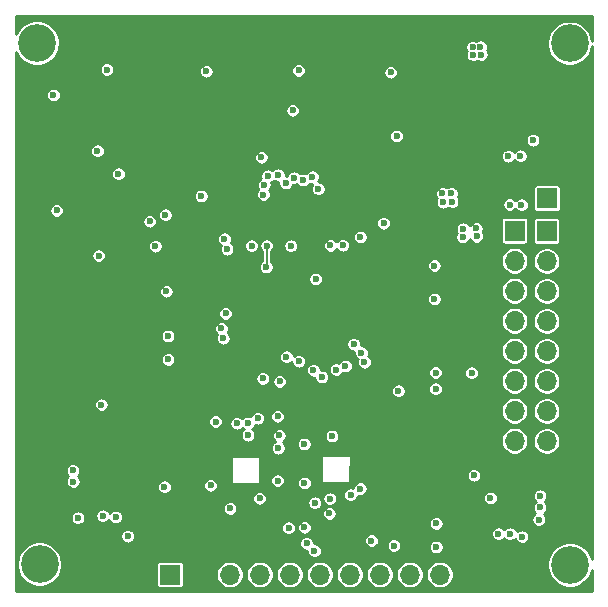
<source format=gbr>
%TF.GenerationSoftware,KiCad,Pcbnew,(5.1.6)-1*%
%TF.CreationDate,2020-09-08T22:29:01+07:00*%
%TF.ProjectId,Pixracer_clone,50697872-6163-4657-925f-636c6f6e652e,rev?*%
%TF.SameCoordinates,Original*%
%TF.FileFunction,Copper,L2,Inr*%
%TF.FilePolarity,Positive*%
%FSLAX46Y46*%
G04 Gerber Fmt 4.6, Leading zero omitted, Abs format (unit mm)*
G04 Created by KiCad (PCBNEW (5.1.6)-1) date 2020-09-08 22:29:01*
%MOMM*%
%LPD*%
G01*
G04 APERTURE LIST*
%TA.AperFunction,ViaPad*%
%ADD10O,1.700000X1.700000*%
%TD*%
%TA.AperFunction,ViaPad*%
%ADD11R,1.700000X1.700000*%
%TD*%
%TA.AperFunction,ViaPad*%
%ADD12O,1.900000X1.200000*%
%TD*%
%TA.AperFunction,ViaPad*%
%ADD13C,1.450000*%
%TD*%
%TA.AperFunction,ViaPad*%
%ADD14C,3.200000*%
%TD*%
%TA.AperFunction,ViaPad*%
%ADD15C,0.600000*%
%TD*%
%TA.AperFunction,Conductor*%
%ADD16C,0.152400*%
%TD*%
%TA.AperFunction,Conductor*%
%ADD17C,0.254000*%
%TD*%
G04 APERTURE END LIST*
D10*
%TO.N,3.3_SENSE_EN*%
%TO.C,IMU_Debug*%
X180485000Y-120075000D03*
%TO.N,EXTERNAL_MPU_CS*%
X177945000Y-120075000D03*
%TO.N,ICM20948_CS*%
X175405000Y-120075000D03*
%TO.N,IMU_MISO*%
X172865000Y-120075000D03*
%TO.N,LSM6D3_CS*%
X170325000Y-120075000D03*
%TO.N,MPU9250_CS*%
X167785000Y-120075000D03*
%TO.N,IMU_MOSI*%
X165245000Y-120075000D03*
%TO.N,IMU_CLK*%
X162705000Y-120075000D03*
%TO.N,GND*%
X160165000Y-120075000D03*
D11*
%TO.N,+5V*%
X157625000Y-120075000D03*
%TD*%
D10*
%TO.N,GND*%
%TO.C,J19*%
X192090000Y-88225000D03*
D11*
%TO.N,+5V*%
X189550000Y-88225000D03*
%TD*%
D12*
%TO.N,GND*%
%TO.C,J2*%
X192337500Y-78475000D03*
X192337500Y-85475000D03*
D13*
X189637500Y-79475000D03*
X189637500Y-84475000D03*
%TD*%
D10*
%TO.N,+5V*%
%TO.C,J5*%
X189525000Y-108780000D03*
X189525000Y-106240000D03*
X189525000Y-103700000D03*
X189525000Y-101160000D03*
X189525000Y-98620000D03*
X189525000Y-96080000D03*
X189525000Y-93540000D03*
D11*
X189525000Y-91000000D03*
%TD*%
D10*
%TO.N,GND*%
%TO.C,J4*%
X192375000Y-108780000D03*
X192375000Y-106240000D03*
X192375000Y-103700000D03*
X192375000Y-101160000D03*
X192375000Y-98620000D03*
X192375000Y-96080000D03*
X192375000Y-93540000D03*
D11*
X192375000Y-91000000D03*
%TD*%
D10*
%TO.N,TIM1_CH1*%
%TO.C,J3*%
X186810000Y-108740000D03*
%TO.N,TIM1_CH2*%
X186810000Y-106200000D03*
%TO.N,TIM1_CH3*%
X186810000Y-103660000D03*
%TO.N,TIM1_CH4*%
X186810000Y-101120000D03*
%TO.N,TIM3_CH1*%
X186810000Y-98580000D03*
%TO.N,TIM3_CH2*%
X186810000Y-96040000D03*
%TO.N,TIM3_CH3*%
X186810000Y-93500000D03*
D11*
%TO.N,TIM3_CH4*%
X186810000Y-90960000D03*
%TD*%
D14*
%TO.N,*%
X146375000Y-75075000D03*
X191475000Y-75100000D03*
X146600000Y-119200000D03*
X191500000Y-119250000D03*
D15*
%TO.N,GND*%
X181650000Y-84775000D03*
X179425000Y-77525000D03*
X186375000Y-78825000D03*
X188100000Y-77350000D03*
X179250000Y-106525000D03*
X178750000Y-112300000D03*
X159800000Y-110725000D03*
X149525000Y-110250000D03*
X150175000Y-116750000D03*
X145875000Y-90425000D03*
X157350000Y-95150000D03*
X183575000Y-100500000D03*
X149875000Y-75400000D03*
X151700000Y-98525000D03*
X149475000Y-102850000D03*
X165650000Y-109225000D03*
X161150000Y-114475000D03*
X178500000Y-89400000D03*
X162650000Y-81450000D03*
X162050000Y-87250000D03*
X155600000Y-91225000D03*
X146800000Y-93300000D03*
X163725000Y-78025000D03*
X171225000Y-79800000D03*
X176825000Y-84600000D03*
X160425000Y-107950000D03*
X153625000Y-94150000D03*
X152948799Y-94531201D03*
X172250000Y-108875000D03*
X172825000Y-114400000D03*
X172650000Y-118675000D03*
X173975000Y-110075000D03*
X169875000Y-115525000D03*
X167150000Y-113625000D03*
X145625000Y-95975000D03*
X176500000Y-111575000D03*
X154585000Y-99843232D03*
X157475000Y-100890000D03*
X171500000Y-78950000D03*
X185050000Y-86400000D03*
X172725000Y-84175000D03*
X166820000Y-91045000D03*
X160405001Y-90030001D03*
X181800000Y-93850000D03*
X151555000Y-85160000D03*
X147750000Y-84225000D03*
X154275000Y-107775000D03*
X184425000Y-116825000D03*
X183500000Y-112650000D03*
X154275000Y-84200000D03*
X156425000Y-99875000D03*
X162925000Y-101775000D03*
X164675000Y-101750000D03*
X166250000Y-101775000D03*
X166250000Y-99950000D03*
X164400000Y-100050000D03*
X168175000Y-100050000D03*
X169500000Y-100025000D03*
X171350000Y-100075000D03*
X171425000Y-98850000D03*
X169625000Y-98750000D03*
X167475000Y-98625000D03*
X165550000Y-98525000D03*
X164025000Y-98500000D03*
X164150000Y-97075000D03*
X165625000Y-96900000D03*
X167325000Y-96950000D03*
X168975000Y-96975000D03*
X171125000Y-97225000D03*
X173050000Y-97400000D03*
X173000000Y-98825000D03*
X166875000Y-95200000D03*
X171550000Y-95350000D03*
X168100000Y-96025000D03*
X164825000Y-95925000D03*
X166000000Y-95725000D03*
X181650000Y-103100000D03*
%TO.N,VCC*%
X180125000Y-102975000D03*
X180125000Y-104350000D03*
X180025000Y-96750000D03*
X151600000Y-93075000D03*
X181525000Y-88525000D03*
X180700000Y-87800000D03*
X175725000Y-90325000D03*
X160275000Y-88025000D03*
X176975000Y-104525000D03*
X161500000Y-107125000D03*
X157325000Y-96100000D03*
X156400000Y-92275000D03*
X180750000Y-88550000D03*
X181475000Y-87800000D03*
X157475000Y-101860000D03*
X168025000Y-80775000D03*
X180020000Y-93920000D03*
X169975000Y-95050000D03*
X157475000Y-99885000D03*
%TO.N,+1V8*%
X176600000Y-117625000D03*
X169900000Y-114000000D03*
X162725000Y-114475000D03*
%TO.N,+3.3VA*%
X180175000Y-117750000D03*
X174700000Y-117200000D03*
X173750000Y-112800000D03*
X166750000Y-112125000D03*
X161075000Y-112525000D03*
X180175000Y-115750000D03*
%TO.N,PWR_IN*%
X187300000Y-84625000D03*
X186275000Y-84650000D03*
X187400000Y-88775000D03*
X186400000Y-88750000D03*
%TO.N,VBUS*%
X188375000Y-83300000D03*
%TO.N,BOOT0*%
X165375000Y-84750000D03*
%TO.N,UART1_TX*%
X162475000Y-92525000D03*
%TO.N,UART1_RX*%
X162250000Y-91650000D03*
%TO.N,I2C2_SCl*%
X171700000Y-102725000D03*
X185450000Y-116625000D03*
%TO.N,I2C2_SDA*%
X172500000Y-102425000D03*
X186425000Y-116625000D03*
%TO.N,UART3_RX*%
X188975000Y-113400000D03*
X173850000Y-101300000D03*
%TO.N,UART3_TX*%
X173200000Y-100575000D03*
X188975000Y-114400000D03*
%TO.N,UART2_CTS*%
X169700000Y-86400000D03*
%TO.N,UART2_RTS*%
X168900000Y-86675000D03*
%TO.N,UART2_TX*%
X168125000Y-86475000D03*
%TO.N,UART2_RX*%
X167450000Y-86925000D03*
%TO.N,Buzzer*%
X173750000Y-91500000D03*
%TO.N,ICM20948_CS*%
X171350000Y-108350000D03*
%TO.N,MPU9250_CS*%
X165500000Y-103475000D03*
%TO.N,SDIO0*%
X165825000Y-92240000D03*
X165787500Y-94037500D03*
%TO.N,SDIO1*%
X164550000Y-92240000D03*
%TO.N,SDIO_CLK*%
X167875000Y-92240000D03*
%TO.N,SDIO_CMD*%
X170187500Y-87425000D03*
%TO.N,SDIO3*%
X171225000Y-92215000D03*
%TO.N,SDIO2*%
X172275000Y-92200000D03*
%TO.N,SPI2_MOSI*%
X183175000Y-103000000D03*
X174100000Y-102100000D03*
%TO.N,3.3_SENSE_EN*%
X183375000Y-111675000D03*
X169775000Y-102775000D03*
%TO.N,UART7_TX*%
X168550000Y-102025000D03*
X153050000Y-115200000D03*
%TO.N,UART7_RX*%
X167500000Y-101650000D03*
X151950000Y-115100000D03*
%TO.N,ICM20948_DRDY*%
X172925000Y-113325000D03*
X166925000Y-103725000D03*
%TO.N,LSM6D3_CS*%
X166750000Y-106675000D03*
X171125000Y-114900000D03*
%TO.N,MPU9250_DRDY*%
X165225000Y-113625000D03*
X166800000Y-109375000D03*
%TO.N,IMU_MOSI*%
X169025000Y-116075000D03*
X169000000Y-109025000D03*
X169200000Y-117425000D03*
X169025000Y-112325000D03*
X165075000Y-106850000D03*
%TO.N,IMU_MISO*%
X164250000Y-107250000D03*
X169875000Y-118075000D03*
X171175000Y-113650000D03*
%TO.N,IMU_CLK*%
X164250000Y-108275000D03*
X166900000Y-108300000D03*
X167675000Y-116125000D03*
X163300000Y-107275000D03*
%TO.N,Net-(D2-Pad2)*%
X182450000Y-90800000D03*
X183600000Y-91450000D03*
X182425000Y-91500000D03*
X183575000Y-90775000D03*
%TO.N,SPI3_MOSI*%
X165550000Y-87900000D03*
%TO.N,SPI3_MISO*%
X165625000Y-87075000D03*
%TO.N,SPI3_SCK*%
X165925000Y-86325000D03*
%TO.N,SPI3_CS*%
X166800000Y-86225000D03*
%TO.N,SAFETY_SWITCH_IN*%
X149450000Y-112200000D03*
X162150000Y-100075000D03*
%TO.N,LED_SAFETY*%
X162000000Y-99225000D03*
X149425000Y-111250000D03*
%TO.N,nRF24_EN*%
X162350000Y-97975000D03*
X151500000Y-84200000D03*
%TO.N,SPI4_MOSI*%
X155925000Y-90175000D03*
X157250000Y-89625000D03*
%TO.N,+5V*%
X183300000Y-76075000D03*
X183275000Y-75425000D03*
X183925000Y-75400000D03*
X187450000Y-116875000D03*
X188875000Y-115425000D03*
X157175000Y-112650000D03*
X154075000Y-116825000D03*
X148050000Y-89250000D03*
X147775000Y-79475000D03*
X152300000Y-77325000D03*
X160710000Y-77470000D03*
X168525000Y-77400000D03*
X176325000Y-77550000D03*
X153275000Y-86150000D03*
X151825000Y-105700000D03*
X176825000Y-82950000D03*
X149850000Y-115275000D03*
X184775000Y-113600000D03*
X184000000Y-76050000D03*
%TO.N,EXTERNAL_MPU_CS*%
X170500000Y-103350000D03*
%TD*%
D16*
%TO.N,SDIO0*%
X165825000Y-94000000D02*
X165787500Y-94037500D01*
X165825000Y-92240000D02*
X165825000Y-94000000D01*
%TD*%
D17*
%TO.N,GND*%
G36*
X193397822Y-72776821D02*
G01*
X193396755Y-74883839D01*
X193327947Y-74537915D01*
X193182685Y-74187223D01*
X192971799Y-73871609D01*
X192703391Y-73603201D01*
X192387777Y-73392315D01*
X192037085Y-73247053D01*
X191664793Y-73173000D01*
X191285207Y-73173000D01*
X190912915Y-73247053D01*
X190562223Y-73392315D01*
X190246609Y-73603201D01*
X189978201Y-73871609D01*
X189767315Y-74187223D01*
X189622053Y-74537915D01*
X189548000Y-74910207D01*
X189548000Y-75289793D01*
X189622053Y-75662085D01*
X189767315Y-76012777D01*
X189978201Y-76328391D01*
X190246609Y-76596799D01*
X190562223Y-76807685D01*
X190912915Y-76952947D01*
X191285207Y-77027000D01*
X191664793Y-77027000D01*
X192037085Y-76952947D01*
X192387777Y-76807685D01*
X192703391Y-76596799D01*
X192971799Y-76328391D01*
X193182685Y-76012777D01*
X193327947Y-75662085D01*
X193396536Y-75317264D01*
X193374521Y-118796378D01*
X193352947Y-118687915D01*
X193207685Y-118337223D01*
X192996799Y-118021609D01*
X192728391Y-117753201D01*
X192412777Y-117542315D01*
X192062085Y-117397053D01*
X191689793Y-117323000D01*
X191310207Y-117323000D01*
X190937915Y-117397053D01*
X190587223Y-117542315D01*
X190271609Y-117753201D01*
X190003201Y-118021609D01*
X189792315Y-118337223D01*
X189647053Y-118687915D01*
X189573000Y-119060207D01*
X189573000Y-119439793D01*
X189647053Y-119812085D01*
X189792315Y-120162777D01*
X190003201Y-120478391D01*
X190271609Y-120746799D01*
X190587223Y-120957685D01*
X190937915Y-121102947D01*
X191310207Y-121177000D01*
X191689793Y-121177000D01*
X192062085Y-121102947D01*
X192412777Y-120957685D01*
X192728391Y-120746799D01*
X192996799Y-120478391D01*
X193207685Y-120162777D01*
X193352947Y-119812085D01*
X193374061Y-119705937D01*
X193373179Y-121448179D01*
X144626819Y-121472822D01*
X144625558Y-119010207D01*
X144673000Y-119010207D01*
X144673000Y-119389793D01*
X144747053Y-119762085D01*
X144892315Y-120112777D01*
X145103201Y-120428391D01*
X145371609Y-120696799D01*
X145687223Y-120907685D01*
X146037915Y-121052947D01*
X146410207Y-121127000D01*
X146789793Y-121127000D01*
X147162085Y-121052947D01*
X147512777Y-120907685D01*
X147828391Y-120696799D01*
X148096799Y-120428391D01*
X148307685Y-120112777D01*
X148452947Y-119762085D01*
X148527000Y-119389793D01*
X148527000Y-119225000D01*
X156446418Y-119225000D01*
X156446418Y-120925000D01*
X156452732Y-120989103D01*
X156471430Y-121050743D01*
X156501794Y-121107550D01*
X156542657Y-121157343D01*
X156592450Y-121198206D01*
X156649257Y-121228570D01*
X156710897Y-121247268D01*
X156775000Y-121253582D01*
X158475000Y-121253582D01*
X158539103Y-121247268D01*
X158600743Y-121228570D01*
X158657550Y-121198206D01*
X158707343Y-121157343D01*
X158748206Y-121107550D01*
X158778570Y-121050743D01*
X158797268Y-120989103D01*
X158803582Y-120925000D01*
X158803582Y-119959076D01*
X161528000Y-119959076D01*
X161528000Y-120190924D01*
X161573231Y-120418318D01*
X161661956Y-120632519D01*
X161790764Y-120825294D01*
X161954706Y-120989236D01*
X162147481Y-121118044D01*
X162361682Y-121206769D01*
X162589076Y-121252000D01*
X162820924Y-121252000D01*
X163048318Y-121206769D01*
X163262519Y-121118044D01*
X163455294Y-120989236D01*
X163619236Y-120825294D01*
X163748044Y-120632519D01*
X163836769Y-120418318D01*
X163882000Y-120190924D01*
X163882000Y-119959076D01*
X164068000Y-119959076D01*
X164068000Y-120190924D01*
X164113231Y-120418318D01*
X164201956Y-120632519D01*
X164330764Y-120825294D01*
X164494706Y-120989236D01*
X164687481Y-121118044D01*
X164901682Y-121206769D01*
X165129076Y-121252000D01*
X165360924Y-121252000D01*
X165588318Y-121206769D01*
X165802519Y-121118044D01*
X165995294Y-120989236D01*
X166159236Y-120825294D01*
X166288044Y-120632519D01*
X166376769Y-120418318D01*
X166422000Y-120190924D01*
X166422000Y-119959076D01*
X166608000Y-119959076D01*
X166608000Y-120190924D01*
X166653231Y-120418318D01*
X166741956Y-120632519D01*
X166870764Y-120825294D01*
X167034706Y-120989236D01*
X167227481Y-121118044D01*
X167441682Y-121206769D01*
X167669076Y-121252000D01*
X167900924Y-121252000D01*
X168128318Y-121206769D01*
X168342519Y-121118044D01*
X168535294Y-120989236D01*
X168699236Y-120825294D01*
X168828044Y-120632519D01*
X168916769Y-120418318D01*
X168962000Y-120190924D01*
X168962000Y-119959076D01*
X169148000Y-119959076D01*
X169148000Y-120190924D01*
X169193231Y-120418318D01*
X169281956Y-120632519D01*
X169410764Y-120825294D01*
X169574706Y-120989236D01*
X169767481Y-121118044D01*
X169981682Y-121206769D01*
X170209076Y-121252000D01*
X170440924Y-121252000D01*
X170668318Y-121206769D01*
X170882519Y-121118044D01*
X171075294Y-120989236D01*
X171239236Y-120825294D01*
X171368044Y-120632519D01*
X171456769Y-120418318D01*
X171502000Y-120190924D01*
X171502000Y-119959076D01*
X171688000Y-119959076D01*
X171688000Y-120190924D01*
X171733231Y-120418318D01*
X171821956Y-120632519D01*
X171950764Y-120825294D01*
X172114706Y-120989236D01*
X172307481Y-121118044D01*
X172521682Y-121206769D01*
X172749076Y-121252000D01*
X172980924Y-121252000D01*
X173208318Y-121206769D01*
X173422519Y-121118044D01*
X173615294Y-120989236D01*
X173779236Y-120825294D01*
X173908044Y-120632519D01*
X173996769Y-120418318D01*
X174042000Y-120190924D01*
X174042000Y-119959076D01*
X174228000Y-119959076D01*
X174228000Y-120190924D01*
X174273231Y-120418318D01*
X174361956Y-120632519D01*
X174490764Y-120825294D01*
X174654706Y-120989236D01*
X174847481Y-121118044D01*
X175061682Y-121206769D01*
X175289076Y-121252000D01*
X175520924Y-121252000D01*
X175748318Y-121206769D01*
X175962519Y-121118044D01*
X176155294Y-120989236D01*
X176319236Y-120825294D01*
X176448044Y-120632519D01*
X176536769Y-120418318D01*
X176582000Y-120190924D01*
X176582000Y-119959076D01*
X176768000Y-119959076D01*
X176768000Y-120190924D01*
X176813231Y-120418318D01*
X176901956Y-120632519D01*
X177030764Y-120825294D01*
X177194706Y-120989236D01*
X177387481Y-121118044D01*
X177601682Y-121206769D01*
X177829076Y-121252000D01*
X178060924Y-121252000D01*
X178288318Y-121206769D01*
X178502519Y-121118044D01*
X178695294Y-120989236D01*
X178859236Y-120825294D01*
X178988044Y-120632519D01*
X179076769Y-120418318D01*
X179122000Y-120190924D01*
X179122000Y-119959076D01*
X179308000Y-119959076D01*
X179308000Y-120190924D01*
X179353231Y-120418318D01*
X179441956Y-120632519D01*
X179570764Y-120825294D01*
X179734706Y-120989236D01*
X179927481Y-121118044D01*
X180141682Y-121206769D01*
X180369076Y-121252000D01*
X180600924Y-121252000D01*
X180828318Y-121206769D01*
X181042519Y-121118044D01*
X181235294Y-120989236D01*
X181399236Y-120825294D01*
X181528044Y-120632519D01*
X181616769Y-120418318D01*
X181662000Y-120190924D01*
X181662000Y-119959076D01*
X181616769Y-119731682D01*
X181528044Y-119517481D01*
X181399236Y-119324706D01*
X181235294Y-119160764D01*
X181042519Y-119031956D01*
X180828318Y-118943231D01*
X180600924Y-118898000D01*
X180369076Y-118898000D01*
X180141682Y-118943231D01*
X179927481Y-119031956D01*
X179734706Y-119160764D01*
X179570764Y-119324706D01*
X179441956Y-119517481D01*
X179353231Y-119731682D01*
X179308000Y-119959076D01*
X179122000Y-119959076D01*
X179076769Y-119731682D01*
X178988044Y-119517481D01*
X178859236Y-119324706D01*
X178695294Y-119160764D01*
X178502519Y-119031956D01*
X178288318Y-118943231D01*
X178060924Y-118898000D01*
X177829076Y-118898000D01*
X177601682Y-118943231D01*
X177387481Y-119031956D01*
X177194706Y-119160764D01*
X177030764Y-119324706D01*
X176901956Y-119517481D01*
X176813231Y-119731682D01*
X176768000Y-119959076D01*
X176582000Y-119959076D01*
X176536769Y-119731682D01*
X176448044Y-119517481D01*
X176319236Y-119324706D01*
X176155294Y-119160764D01*
X175962519Y-119031956D01*
X175748318Y-118943231D01*
X175520924Y-118898000D01*
X175289076Y-118898000D01*
X175061682Y-118943231D01*
X174847481Y-119031956D01*
X174654706Y-119160764D01*
X174490764Y-119324706D01*
X174361956Y-119517481D01*
X174273231Y-119731682D01*
X174228000Y-119959076D01*
X174042000Y-119959076D01*
X173996769Y-119731682D01*
X173908044Y-119517481D01*
X173779236Y-119324706D01*
X173615294Y-119160764D01*
X173422519Y-119031956D01*
X173208318Y-118943231D01*
X172980924Y-118898000D01*
X172749076Y-118898000D01*
X172521682Y-118943231D01*
X172307481Y-119031956D01*
X172114706Y-119160764D01*
X171950764Y-119324706D01*
X171821956Y-119517481D01*
X171733231Y-119731682D01*
X171688000Y-119959076D01*
X171502000Y-119959076D01*
X171456769Y-119731682D01*
X171368044Y-119517481D01*
X171239236Y-119324706D01*
X171075294Y-119160764D01*
X170882519Y-119031956D01*
X170668318Y-118943231D01*
X170440924Y-118898000D01*
X170209076Y-118898000D01*
X169981682Y-118943231D01*
X169767481Y-119031956D01*
X169574706Y-119160764D01*
X169410764Y-119324706D01*
X169281956Y-119517481D01*
X169193231Y-119731682D01*
X169148000Y-119959076D01*
X168962000Y-119959076D01*
X168916769Y-119731682D01*
X168828044Y-119517481D01*
X168699236Y-119324706D01*
X168535294Y-119160764D01*
X168342519Y-119031956D01*
X168128318Y-118943231D01*
X167900924Y-118898000D01*
X167669076Y-118898000D01*
X167441682Y-118943231D01*
X167227481Y-119031956D01*
X167034706Y-119160764D01*
X166870764Y-119324706D01*
X166741956Y-119517481D01*
X166653231Y-119731682D01*
X166608000Y-119959076D01*
X166422000Y-119959076D01*
X166376769Y-119731682D01*
X166288044Y-119517481D01*
X166159236Y-119324706D01*
X165995294Y-119160764D01*
X165802519Y-119031956D01*
X165588318Y-118943231D01*
X165360924Y-118898000D01*
X165129076Y-118898000D01*
X164901682Y-118943231D01*
X164687481Y-119031956D01*
X164494706Y-119160764D01*
X164330764Y-119324706D01*
X164201956Y-119517481D01*
X164113231Y-119731682D01*
X164068000Y-119959076D01*
X163882000Y-119959076D01*
X163836769Y-119731682D01*
X163748044Y-119517481D01*
X163619236Y-119324706D01*
X163455294Y-119160764D01*
X163262519Y-119031956D01*
X163048318Y-118943231D01*
X162820924Y-118898000D01*
X162589076Y-118898000D01*
X162361682Y-118943231D01*
X162147481Y-119031956D01*
X161954706Y-119160764D01*
X161790764Y-119324706D01*
X161661956Y-119517481D01*
X161573231Y-119731682D01*
X161528000Y-119959076D01*
X158803582Y-119959076D01*
X158803582Y-119225000D01*
X158797268Y-119160897D01*
X158778570Y-119099257D01*
X158748206Y-119042450D01*
X158707343Y-118992657D01*
X158657550Y-118951794D01*
X158600743Y-118921430D01*
X158539103Y-118902732D01*
X158475000Y-118896418D01*
X156775000Y-118896418D01*
X156710897Y-118902732D01*
X156649257Y-118921430D01*
X156592450Y-118951794D01*
X156542657Y-118992657D01*
X156501794Y-119042450D01*
X156471430Y-119099257D01*
X156452732Y-119160897D01*
X156446418Y-119225000D01*
X148527000Y-119225000D01*
X148527000Y-119010207D01*
X148452947Y-118637915D01*
X148307685Y-118287223D01*
X148096799Y-117971609D01*
X147828391Y-117703201D01*
X147512777Y-117492315D01*
X147162085Y-117347053D01*
X146789793Y-117273000D01*
X146410207Y-117273000D01*
X146037915Y-117347053D01*
X145687223Y-117492315D01*
X145371609Y-117703201D01*
X145103201Y-117971609D01*
X144892315Y-118287223D01*
X144747053Y-118637915D01*
X144673000Y-119010207D01*
X144625558Y-119010207D01*
X144624408Y-116763246D01*
X153448000Y-116763246D01*
X153448000Y-116886754D01*
X153472095Y-117007889D01*
X153519360Y-117121996D01*
X153587977Y-117224689D01*
X153675311Y-117312023D01*
X153778004Y-117380640D01*
X153892111Y-117427905D01*
X154013246Y-117452000D01*
X154136754Y-117452000D01*
X154257889Y-117427905D01*
X154371996Y-117380640D01*
X154398028Y-117363246D01*
X168573000Y-117363246D01*
X168573000Y-117486754D01*
X168597095Y-117607889D01*
X168644360Y-117721996D01*
X168712977Y-117824689D01*
X168800311Y-117912023D01*
X168903004Y-117980640D01*
X169017111Y-118027905D01*
X169138246Y-118052000D01*
X169248000Y-118052000D01*
X169248000Y-118136754D01*
X169272095Y-118257889D01*
X169319360Y-118371996D01*
X169387977Y-118474689D01*
X169475311Y-118562023D01*
X169578004Y-118630640D01*
X169692111Y-118677905D01*
X169813246Y-118702000D01*
X169936754Y-118702000D01*
X170057889Y-118677905D01*
X170171996Y-118630640D01*
X170274689Y-118562023D01*
X170362023Y-118474689D01*
X170430640Y-118371996D01*
X170477905Y-118257889D01*
X170502000Y-118136754D01*
X170502000Y-118013246D01*
X170477905Y-117892111D01*
X170430640Y-117778004D01*
X170362023Y-117675311D01*
X170274689Y-117587977D01*
X170171996Y-117519360D01*
X170057889Y-117472095D01*
X169936754Y-117448000D01*
X169827000Y-117448000D01*
X169827000Y-117363246D01*
X169802905Y-117242111D01*
X169759883Y-117138246D01*
X174073000Y-117138246D01*
X174073000Y-117261754D01*
X174097095Y-117382889D01*
X174144360Y-117496996D01*
X174212977Y-117599689D01*
X174300311Y-117687023D01*
X174403004Y-117755640D01*
X174517111Y-117802905D01*
X174638246Y-117827000D01*
X174761754Y-117827000D01*
X174882889Y-117802905D01*
X174996996Y-117755640D01*
X175099689Y-117687023D01*
X175187023Y-117599689D01*
X175211373Y-117563246D01*
X175973000Y-117563246D01*
X175973000Y-117686754D01*
X175997095Y-117807889D01*
X176044360Y-117921996D01*
X176112977Y-118024689D01*
X176200311Y-118112023D01*
X176303004Y-118180640D01*
X176417111Y-118227905D01*
X176538246Y-118252000D01*
X176661754Y-118252000D01*
X176782889Y-118227905D01*
X176896996Y-118180640D01*
X176999689Y-118112023D01*
X177087023Y-118024689D01*
X177155640Y-117921996D01*
X177202905Y-117807889D01*
X177226703Y-117688246D01*
X179548000Y-117688246D01*
X179548000Y-117811754D01*
X179572095Y-117932889D01*
X179619360Y-118046996D01*
X179687977Y-118149689D01*
X179775311Y-118237023D01*
X179878004Y-118305640D01*
X179992111Y-118352905D01*
X180113246Y-118377000D01*
X180236754Y-118377000D01*
X180357889Y-118352905D01*
X180471996Y-118305640D01*
X180574689Y-118237023D01*
X180662023Y-118149689D01*
X180730640Y-118046996D01*
X180777905Y-117932889D01*
X180802000Y-117811754D01*
X180802000Y-117688246D01*
X180777905Y-117567111D01*
X180730640Y-117453004D01*
X180662023Y-117350311D01*
X180574689Y-117262977D01*
X180471996Y-117194360D01*
X180357889Y-117147095D01*
X180236754Y-117123000D01*
X180113246Y-117123000D01*
X179992111Y-117147095D01*
X179878004Y-117194360D01*
X179775311Y-117262977D01*
X179687977Y-117350311D01*
X179619360Y-117453004D01*
X179572095Y-117567111D01*
X179548000Y-117688246D01*
X177226703Y-117688246D01*
X177227000Y-117686754D01*
X177227000Y-117563246D01*
X177202905Y-117442111D01*
X177155640Y-117328004D01*
X177087023Y-117225311D01*
X176999689Y-117137977D01*
X176896996Y-117069360D01*
X176782889Y-117022095D01*
X176661754Y-116998000D01*
X176538246Y-116998000D01*
X176417111Y-117022095D01*
X176303004Y-117069360D01*
X176200311Y-117137977D01*
X176112977Y-117225311D01*
X176044360Y-117328004D01*
X175997095Y-117442111D01*
X175973000Y-117563246D01*
X175211373Y-117563246D01*
X175255640Y-117496996D01*
X175302905Y-117382889D01*
X175327000Y-117261754D01*
X175327000Y-117138246D01*
X175302905Y-117017111D01*
X175255640Y-116903004D01*
X175187023Y-116800311D01*
X175099689Y-116712977D01*
X174996996Y-116644360D01*
X174882889Y-116597095D01*
X174761754Y-116573000D01*
X174638246Y-116573000D01*
X174517111Y-116597095D01*
X174403004Y-116644360D01*
X174300311Y-116712977D01*
X174212977Y-116800311D01*
X174144360Y-116903004D01*
X174097095Y-117017111D01*
X174073000Y-117138246D01*
X169759883Y-117138246D01*
X169755640Y-117128004D01*
X169687023Y-117025311D01*
X169599689Y-116937977D01*
X169496996Y-116869360D01*
X169382889Y-116822095D01*
X169261754Y-116798000D01*
X169138246Y-116798000D01*
X169017111Y-116822095D01*
X168903004Y-116869360D01*
X168800311Y-116937977D01*
X168712977Y-117025311D01*
X168644360Y-117128004D01*
X168597095Y-117242111D01*
X168573000Y-117363246D01*
X154398028Y-117363246D01*
X154474689Y-117312023D01*
X154562023Y-117224689D01*
X154630640Y-117121996D01*
X154677905Y-117007889D01*
X154702000Y-116886754D01*
X154702000Y-116763246D01*
X154677905Y-116642111D01*
X154630640Y-116528004D01*
X154562023Y-116425311D01*
X154474689Y-116337977D01*
X154371996Y-116269360D01*
X154257889Y-116222095D01*
X154136754Y-116198000D01*
X154013246Y-116198000D01*
X153892111Y-116222095D01*
X153778004Y-116269360D01*
X153675311Y-116337977D01*
X153587977Y-116425311D01*
X153519360Y-116528004D01*
X153472095Y-116642111D01*
X153448000Y-116763246D01*
X144624408Y-116763246D01*
X144624050Y-116063246D01*
X167048000Y-116063246D01*
X167048000Y-116186754D01*
X167072095Y-116307889D01*
X167119360Y-116421996D01*
X167187977Y-116524689D01*
X167275311Y-116612023D01*
X167378004Y-116680640D01*
X167492111Y-116727905D01*
X167613246Y-116752000D01*
X167736754Y-116752000D01*
X167857889Y-116727905D01*
X167971996Y-116680640D01*
X168074689Y-116612023D01*
X168162023Y-116524689D01*
X168230640Y-116421996D01*
X168277905Y-116307889D01*
X168302000Y-116186754D01*
X168302000Y-116063246D01*
X168292055Y-116013246D01*
X168398000Y-116013246D01*
X168398000Y-116136754D01*
X168422095Y-116257889D01*
X168469360Y-116371996D01*
X168537977Y-116474689D01*
X168625311Y-116562023D01*
X168728004Y-116630640D01*
X168842111Y-116677905D01*
X168963246Y-116702000D01*
X169086754Y-116702000D01*
X169207889Y-116677905D01*
X169321996Y-116630640D01*
X169422858Y-116563246D01*
X184823000Y-116563246D01*
X184823000Y-116686754D01*
X184847095Y-116807889D01*
X184894360Y-116921996D01*
X184962977Y-117024689D01*
X185050311Y-117112023D01*
X185153004Y-117180640D01*
X185267111Y-117227905D01*
X185388246Y-117252000D01*
X185511754Y-117252000D01*
X185632889Y-117227905D01*
X185746996Y-117180640D01*
X185849689Y-117112023D01*
X185937023Y-117024689D01*
X185937500Y-117023975D01*
X185937977Y-117024689D01*
X186025311Y-117112023D01*
X186128004Y-117180640D01*
X186242111Y-117227905D01*
X186363246Y-117252000D01*
X186486754Y-117252000D01*
X186607889Y-117227905D01*
X186721996Y-117180640D01*
X186824689Y-117112023D01*
X186856388Y-117080324D01*
X186894360Y-117171996D01*
X186962977Y-117274689D01*
X187050311Y-117362023D01*
X187153004Y-117430640D01*
X187267111Y-117477905D01*
X187388246Y-117502000D01*
X187511754Y-117502000D01*
X187632889Y-117477905D01*
X187746996Y-117430640D01*
X187849689Y-117362023D01*
X187937023Y-117274689D01*
X188005640Y-117171996D01*
X188052905Y-117057889D01*
X188077000Y-116936754D01*
X188077000Y-116813246D01*
X188052905Y-116692111D01*
X188005640Y-116578004D01*
X187937023Y-116475311D01*
X187849689Y-116387977D01*
X187746996Y-116319360D01*
X187632889Y-116272095D01*
X187511754Y-116248000D01*
X187388246Y-116248000D01*
X187267111Y-116272095D01*
X187153004Y-116319360D01*
X187050311Y-116387977D01*
X187018612Y-116419676D01*
X186980640Y-116328004D01*
X186912023Y-116225311D01*
X186824689Y-116137977D01*
X186721996Y-116069360D01*
X186607889Y-116022095D01*
X186486754Y-115998000D01*
X186363246Y-115998000D01*
X186242111Y-116022095D01*
X186128004Y-116069360D01*
X186025311Y-116137977D01*
X185937977Y-116225311D01*
X185937500Y-116226025D01*
X185937023Y-116225311D01*
X185849689Y-116137977D01*
X185746996Y-116069360D01*
X185632889Y-116022095D01*
X185511754Y-115998000D01*
X185388246Y-115998000D01*
X185267111Y-116022095D01*
X185153004Y-116069360D01*
X185050311Y-116137977D01*
X184962977Y-116225311D01*
X184894360Y-116328004D01*
X184847095Y-116442111D01*
X184823000Y-116563246D01*
X169422858Y-116563246D01*
X169424689Y-116562023D01*
X169512023Y-116474689D01*
X169580640Y-116371996D01*
X169627905Y-116257889D01*
X169652000Y-116136754D01*
X169652000Y-116013246D01*
X169627905Y-115892111D01*
X169580640Y-115778004D01*
X169520666Y-115688246D01*
X179548000Y-115688246D01*
X179548000Y-115811754D01*
X179572095Y-115932889D01*
X179619360Y-116046996D01*
X179687977Y-116149689D01*
X179775311Y-116237023D01*
X179878004Y-116305640D01*
X179992111Y-116352905D01*
X180113246Y-116377000D01*
X180236754Y-116377000D01*
X180357889Y-116352905D01*
X180471996Y-116305640D01*
X180574689Y-116237023D01*
X180662023Y-116149689D01*
X180730640Y-116046996D01*
X180777905Y-115932889D01*
X180802000Y-115811754D01*
X180802000Y-115688246D01*
X180777905Y-115567111D01*
X180730640Y-115453004D01*
X180670666Y-115363246D01*
X188248000Y-115363246D01*
X188248000Y-115486754D01*
X188272095Y-115607889D01*
X188319360Y-115721996D01*
X188387977Y-115824689D01*
X188475311Y-115912023D01*
X188578004Y-115980640D01*
X188692111Y-116027905D01*
X188813246Y-116052000D01*
X188936754Y-116052000D01*
X189057889Y-116027905D01*
X189171996Y-115980640D01*
X189274689Y-115912023D01*
X189362023Y-115824689D01*
X189430640Y-115721996D01*
X189477905Y-115607889D01*
X189502000Y-115486754D01*
X189502000Y-115363246D01*
X189477905Y-115242111D01*
X189430640Y-115128004D01*
X189362023Y-115025311D01*
X189284199Y-114947487D01*
X189374689Y-114887023D01*
X189462023Y-114799689D01*
X189530640Y-114696996D01*
X189577905Y-114582889D01*
X189602000Y-114461754D01*
X189602000Y-114338246D01*
X189577905Y-114217111D01*
X189530640Y-114103004D01*
X189462023Y-114000311D01*
X189374689Y-113912977D01*
X189355267Y-113900000D01*
X189374689Y-113887023D01*
X189462023Y-113799689D01*
X189530640Y-113696996D01*
X189577905Y-113582889D01*
X189602000Y-113461754D01*
X189602000Y-113338246D01*
X189577905Y-113217111D01*
X189530640Y-113103004D01*
X189462023Y-113000311D01*
X189374689Y-112912977D01*
X189271996Y-112844360D01*
X189157889Y-112797095D01*
X189036754Y-112773000D01*
X188913246Y-112773000D01*
X188792111Y-112797095D01*
X188678004Y-112844360D01*
X188575311Y-112912977D01*
X188487977Y-113000311D01*
X188419360Y-113103004D01*
X188372095Y-113217111D01*
X188348000Y-113338246D01*
X188348000Y-113461754D01*
X188372095Y-113582889D01*
X188419360Y-113696996D01*
X188487977Y-113799689D01*
X188575311Y-113887023D01*
X188594733Y-113900000D01*
X188575311Y-113912977D01*
X188487977Y-114000311D01*
X188419360Y-114103004D01*
X188372095Y-114217111D01*
X188348000Y-114338246D01*
X188348000Y-114461754D01*
X188372095Y-114582889D01*
X188419360Y-114696996D01*
X188487977Y-114799689D01*
X188565801Y-114877513D01*
X188475311Y-114937977D01*
X188387977Y-115025311D01*
X188319360Y-115128004D01*
X188272095Y-115242111D01*
X188248000Y-115363246D01*
X180670666Y-115363246D01*
X180662023Y-115350311D01*
X180574689Y-115262977D01*
X180471996Y-115194360D01*
X180357889Y-115147095D01*
X180236754Y-115123000D01*
X180113246Y-115123000D01*
X179992111Y-115147095D01*
X179878004Y-115194360D01*
X179775311Y-115262977D01*
X179687977Y-115350311D01*
X179619360Y-115453004D01*
X179572095Y-115567111D01*
X179548000Y-115688246D01*
X169520666Y-115688246D01*
X169512023Y-115675311D01*
X169424689Y-115587977D01*
X169321996Y-115519360D01*
X169207889Y-115472095D01*
X169086754Y-115448000D01*
X168963246Y-115448000D01*
X168842111Y-115472095D01*
X168728004Y-115519360D01*
X168625311Y-115587977D01*
X168537977Y-115675311D01*
X168469360Y-115778004D01*
X168422095Y-115892111D01*
X168398000Y-116013246D01*
X168292055Y-116013246D01*
X168277905Y-115942111D01*
X168230640Y-115828004D01*
X168162023Y-115725311D01*
X168074689Y-115637977D01*
X167971996Y-115569360D01*
X167857889Y-115522095D01*
X167736754Y-115498000D01*
X167613246Y-115498000D01*
X167492111Y-115522095D01*
X167378004Y-115569360D01*
X167275311Y-115637977D01*
X167187977Y-115725311D01*
X167119360Y-115828004D01*
X167072095Y-115942111D01*
X167048000Y-116063246D01*
X144624050Y-116063246D01*
X144623614Y-115213246D01*
X149223000Y-115213246D01*
X149223000Y-115336754D01*
X149247095Y-115457889D01*
X149294360Y-115571996D01*
X149362977Y-115674689D01*
X149450311Y-115762023D01*
X149553004Y-115830640D01*
X149667111Y-115877905D01*
X149788246Y-115902000D01*
X149911754Y-115902000D01*
X150032889Y-115877905D01*
X150146996Y-115830640D01*
X150249689Y-115762023D01*
X150337023Y-115674689D01*
X150405640Y-115571996D01*
X150452905Y-115457889D01*
X150477000Y-115336754D01*
X150477000Y-115213246D01*
X150452905Y-115092111D01*
X150430594Y-115038246D01*
X151323000Y-115038246D01*
X151323000Y-115161754D01*
X151347095Y-115282889D01*
X151394360Y-115396996D01*
X151462977Y-115499689D01*
X151550311Y-115587023D01*
X151653004Y-115655640D01*
X151767111Y-115702905D01*
X151888246Y-115727000D01*
X152011754Y-115727000D01*
X152132889Y-115702905D01*
X152246996Y-115655640D01*
X152349689Y-115587023D01*
X152437023Y-115499689D01*
X152473107Y-115445686D01*
X152494360Y-115496996D01*
X152562977Y-115599689D01*
X152650311Y-115687023D01*
X152753004Y-115755640D01*
X152867111Y-115802905D01*
X152988246Y-115827000D01*
X153111754Y-115827000D01*
X153232889Y-115802905D01*
X153346996Y-115755640D01*
X153449689Y-115687023D01*
X153537023Y-115599689D01*
X153605640Y-115496996D01*
X153652905Y-115382889D01*
X153677000Y-115261754D01*
X153677000Y-115138246D01*
X153652905Y-115017111D01*
X153605640Y-114903004D01*
X153537023Y-114800311D01*
X153449689Y-114712977D01*
X153346996Y-114644360D01*
X153232889Y-114597095D01*
X153111754Y-114573000D01*
X152988246Y-114573000D01*
X152867111Y-114597095D01*
X152753004Y-114644360D01*
X152650311Y-114712977D01*
X152562977Y-114800311D01*
X152526893Y-114854314D01*
X152505640Y-114803004D01*
X152437023Y-114700311D01*
X152349689Y-114612977D01*
X152246996Y-114544360D01*
X152132889Y-114497095D01*
X152011754Y-114473000D01*
X151888246Y-114473000D01*
X151767111Y-114497095D01*
X151653004Y-114544360D01*
X151550311Y-114612977D01*
X151462977Y-114700311D01*
X151394360Y-114803004D01*
X151347095Y-114917111D01*
X151323000Y-115038246D01*
X150430594Y-115038246D01*
X150405640Y-114978004D01*
X150337023Y-114875311D01*
X150249689Y-114787977D01*
X150146996Y-114719360D01*
X150032889Y-114672095D01*
X149911754Y-114648000D01*
X149788246Y-114648000D01*
X149667111Y-114672095D01*
X149553004Y-114719360D01*
X149450311Y-114787977D01*
X149362977Y-114875311D01*
X149294360Y-114978004D01*
X149247095Y-115092111D01*
X149223000Y-115213246D01*
X144623614Y-115213246D01*
X144623205Y-114413246D01*
X162098000Y-114413246D01*
X162098000Y-114536754D01*
X162122095Y-114657889D01*
X162169360Y-114771996D01*
X162237977Y-114874689D01*
X162325311Y-114962023D01*
X162428004Y-115030640D01*
X162542111Y-115077905D01*
X162663246Y-115102000D01*
X162786754Y-115102000D01*
X162907889Y-115077905D01*
X163021996Y-115030640D01*
X163124689Y-114962023D01*
X163212023Y-114874689D01*
X163236373Y-114838246D01*
X170498000Y-114838246D01*
X170498000Y-114961754D01*
X170522095Y-115082889D01*
X170569360Y-115196996D01*
X170637977Y-115299689D01*
X170725311Y-115387023D01*
X170828004Y-115455640D01*
X170942111Y-115502905D01*
X171063246Y-115527000D01*
X171186754Y-115527000D01*
X171307889Y-115502905D01*
X171421996Y-115455640D01*
X171524689Y-115387023D01*
X171612023Y-115299689D01*
X171680640Y-115196996D01*
X171727905Y-115082889D01*
X171752000Y-114961754D01*
X171752000Y-114838246D01*
X171727905Y-114717111D01*
X171680640Y-114603004D01*
X171612023Y-114500311D01*
X171524689Y-114412977D01*
X171421996Y-114344360D01*
X171307889Y-114297095D01*
X171206864Y-114277000D01*
X171236754Y-114277000D01*
X171357889Y-114252905D01*
X171471996Y-114205640D01*
X171574689Y-114137023D01*
X171662023Y-114049689D01*
X171730640Y-113946996D01*
X171777905Y-113832889D01*
X171802000Y-113711754D01*
X171802000Y-113588246D01*
X171777905Y-113467111D01*
X171730640Y-113353004D01*
X171670666Y-113263246D01*
X172298000Y-113263246D01*
X172298000Y-113386754D01*
X172322095Y-113507889D01*
X172369360Y-113621996D01*
X172437977Y-113724689D01*
X172525311Y-113812023D01*
X172628004Y-113880640D01*
X172742111Y-113927905D01*
X172863246Y-113952000D01*
X172986754Y-113952000D01*
X173107889Y-113927905D01*
X173221996Y-113880640D01*
X173324689Y-113812023D01*
X173412023Y-113724689D01*
X173480640Y-113621996D01*
X173515330Y-113538246D01*
X184148000Y-113538246D01*
X184148000Y-113661754D01*
X184172095Y-113782889D01*
X184219360Y-113896996D01*
X184287977Y-113999689D01*
X184375311Y-114087023D01*
X184478004Y-114155640D01*
X184592111Y-114202905D01*
X184713246Y-114227000D01*
X184836754Y-114227000D01*
X184957889Y-114202905D01*
X185071996Y-114155640D01*
X185174689Y-114087023D01*
X185262023Y-113999689D01*
X185330640Y-113896996D01*
X185377905Y-113782889D01*
X185402000Y-113661754D01*
X185402000Y-113538246D01*
X185377905Y-113417111D01*
X185330640Y-113303004D01*
X185262023Y-113200311D01*
X185174689Y-113112977D01*
X185071996Y-113044360D01*
X184957889Y-112997095D01*
X184836754Y-112973000D01*
X184713246Y-112973000D01*
X184592111Y-112997095D01*
X184478004Y-113044360D01*
X184375311Y-113112977D01*
X184287977Y-113200311D01*
X184219360Y-113303004D01*
X184172095Y-113417111D01*
X184148000Y-113538246D01*
X173515330Y-113538246D01*
X173527905Y-113507889D01*
X173550182Y-113395893D01*
X173567111Y-113402905D01*
X173688246Y-113427000D01*
X173811754Y-113427000D01*
X173932889Y-113402905D01*
X174046996Y-113355640D01*
X174149689Y-113287023D01*
X174237023Y-113199689D01*
X174305640Y-113096996D01*
X174352905Y-112982889D01*
X174377000Y-112861754D01*
X174377000Y-112738246D01*
X174352905Y-112617111D01*
X174305640Y-112503004D01*
X174237023Y-112400311D01*
X174149689Y-112312977D01*
X174046996Y-112244360D01*
X173932889Y-112197095D01*
X173811754Y-112173000D01*
X173688246Y-112173000D01*
X173567111Y-112197095D01*
X173453004Y-112244360D01*
X173350311Y-112312977D01*
X173262977Y-112400311D01*
X173194360Y-112503004D01*
X173147095Y-112617111D01*
X173124818Y-112729107D01*
X173107889Y-112722095D01*
X172986754Y-112698000D01*
X172863246Y-112698000D01*
X172742111Y-112722095D01*
X172628004Y-112769360D01*
X172525311Y-112837977D01*
X172437977Y-112925311D01*
X172369360Y-113028004D01*
X172322095Y-113142111D01*
X172298000Y-113263246D01*
X171670666Y-113263246D01*
X171662023Y-113250311D01*
X171574689Y-113162977D01*
X171471996Y-113094360D01*
X171357889Y-113047095D01*
X171236754Y-113023000D01*
X171113246Y-113023000D01*
X170992111Y-113047095D01*
X170878004Y-113094360D01*
X170775311Y-113162977D01*
X170687977Y-113250311D01*
X170619360Y-113353004D01*
X170572095Y-113467111D01*
X170548000Y-113588246D01*
X170548000Y-113711754D01*
X170572095Y-113832889D01*
X170619360Y-113946996D01*
X170687977Y-114049689D01*
X170775311Y-114137023D01*
X170878004Y-114205640D01*
X170992111Y-114252905D01*
X171093136Y-114273000D01*
X171063246Y-114273000D01*
X170942111Y-114297095D01*
X170828004Y-114344360D01*
X170725311Y-114412977D01*
X170637977Y-114500311D01*
X170569360Y-114603004D01*
X170522095Y-114717111D01*
X170498000Y-114838246D01*
X163236373Y-114838246D01*
X163280640Y-114771996D01*
X163327905Y-114657889D01*
X163352000Y-114536754D01*
X163352000Y-114413246D01*
X163327905Y-114292111D01*
X163280640Y-114178004D01*
X163212023Y-114075311D01*
X163124689Y-113987977D01*
X163021996Y-113919360D01*
X162907889Y-113872095D01*
X162786754Y-113848000D01*
X162663246Y-113848000D01*
X162542111Y-113872095D01*
X162428004Y-113919360D01*
X162325311Y-113987977D01*
X162237977Y-114075311D01*
X162169360Y-114178004D01*
X162122095Y-114292111D01*
X162098000Y-114413246D01*
X144623205Y-114413246D01*
X144622770Y-113563246D01*
X164598000Y-113563246D01*
X164598000Y-113686754D01*
X164622095Y-113807889D01*
X164669360Y-113921996D01*
X164737977Y-114024689D01*
X164825311Y-114112023D01*
X164928004Y-114180640D01*
X165042111Y-114227905D01*
X165163246Y-114252000D01*
X165286754Y-114252000D01*
X165407889Y-114227905D01*
X165521996Y-114180640D01*
X165624689Y-114112023D01*
X165712023Y-114024689D01*
X165769782Y-113938246D01*
X169273000Y-113938246D01*
X169273000Y-114061754D01*
X169297095Y-114182889D01*
X169344360Y-114296996D01*
X169412977Y-114399689D01*
X169500311Y-114487023D01*
X169603004Y-114555640D01*
X169717111Y-114602905D01*
X169838246Y-114627000D01*
X169961754Y-114627000D01*
X170082889Y-114602905D01*
X170196996Y-114555640D01*
X170299689Y-114487023D01*
X170387023Y-114399689D01*
X170455640Y-114296996D01*
X170502905Y-114182889D01*
X170527000Y-114061754D01*
X170527000Y-113938246D01*
X170502905Y-113817111D01*
X170455640Y-113703004D01*
X170387023Y-113600311D01*
X170299689Y-113512977D01*
X170196996Y-113444360D01*
X170082889Y-113397095D01*
X169961754Y-113373000D01*
X169838246Y-113373000D01*
X169717111Y-113397095D01*
X169603004Y-113444360D01*
X169500311Y-113512977D01*
X169412977Y-113600311D01*
X169344360Y-113703004D01*
X169297095Y-113817111D01*
X169273000Y-113938246D01*
X165769782Y-113938246D01*
X165780640Y-113921996D01*
X165827905Y-113807889D01*
X165852000Y-113686754D01*
X165852000Y-113563246D01*
X165827905Y-113442111D01*
X165780640Y-113328004D01*
X165712023Y-113225311D01*
X165624689Y-113137977D01*
X165521996Y-113069360D01*
X165407889Y-113022095D01*
X165286754Y-112998000D01*
X165163246Y-112998000D01*
X165042111Y-113022095D01*
X164928004Y-113069360D01*
X164825311Y-113137977D01*
X164737977Y-113225311D01*
X164669360Y-113328004D01*
X164622095Y-113442111D01*
X164598000Y-113563246D01*
X144622770Y-113563246D01*
X144621552Y-111188246D01*
X148798000Y-111188246D01*
X148798000Y-111311754D01*
X148822095Y-111432889D01*
X148869360Y-111546996D01*
X148937977Y-111649689D01*
X149025311Y-111737023D01*
X149025883Y-111737405D01*
X148962977Y-111800311D01*
X148894360Y-111903004D01*
X148847095Y-112017111D01*
X148823000Y-112138246D01*
X148823000Y-112261754D01*
X148847095Y-112382889D01*
X148894360Y-112496996D01*
X148962977Y-112599689D01*
X149050311Y-112687023D01*
X149153004Y-112755640D01*
X149267111Y-112802905D01*
X149388246Y-112827000D01*
X149511754Y-112827000D01*
X149632889Y-112802905D01*
X149746996Y-112755640D01*
X149849689Y-112687023D01*
X149937023Y-112599689D01*
X149944668Y-112588246D01*
X156548000Y-112588246D01*
X156548000Y-112711754D01*
X156572095Y-112832889D01*
X156619360Y-112946996D01*
X156687977Y-113049689D01*
X156775311Y-113137023D01*
X156878004Y-113205640D01*
X156992111Y-113252905D01*
X157113246Y-113277000D01*
X157236754Y-113277000D01*
X157357889Y-113252905D01*
X157471996Y-113205640D01*
X157574689Y-113137023D01*
X157662023Y-113049689D01*
X157730640Y-112946996D01*
X157777905Y-112832889D01*
X157802000Y-112711754D01*
X157802000Y-112588246D01*
X157777905Y-112467111D01*
X157776305Y-112463246D01*
X160448000Y-112463246D01*
X160448000Y-112586754D01*
X160472095Y-112707889D01*
X160519360Y-112821996D01*
X160587977Y-112924689D01*
X160675311Y-113012023D01*
X160778004Y-113080640D01*
X160892111Y-113127905D01*
X161013246Y-113152000D01*
X161136754Y-113152000D01*
X161257889Y-113127905D01*
X161371996Y-113080640D01*
X161474689Y-113012023D01*
X161562023Y-112924689D01*
X161630640Y-112821996D01*
X161677905Y-112707889D01*
X161702000Y-112586754D01*
X161702000Y-112463246D01*
X161677905Y-112342111D01*
X161630640Y-112228004D01*
X161562023Y-112125311D01*
X161474689Y-112037977D01*
X161371996Y-111969360D01*
X161257889Y-111922095D01*
X161136754Y-111898000D01*
X161013246Y-111898000D01*
X160892111Y-111922095D01*
X160778004Y-111969360D01*
X160675311Y-112037977D01*
X160587977Y-112125311D01*
X160519360Y-112228004D01*
X160472095Y-112342111D01*
X160448000Y-112463246D01*
X157776305Y-112463246D01*
X157730640Y-112353004D01*
X157662023Y-112250311D01*
X157574689Y-112162977D01*
X157471996Y-112094360D01*
X157357889Y-112047095D01*
X157236754Y-112023000D01*
X157113246Y-112023000D01*
X156992111Y-112047095D01*
X156878004Y-112094360D01*
X156775311Y-112162977D01*
X156687977Y-112250311D01*
X156619360Y-112353004D01*
X156572095Y-112467111D01*
X156548000Y-112588246D01*
X149944668Y-112588246D01*
X150005640Y-112496996D01*
X150052905Y-112382889D01*
X150077000Y-112261754D01*
X150077000Y-112138246D01*
X150052905Y-112017111D01*
X150005640Y-111903004D01*
X149937023Y-111800311D01*
X149849689Y-111712977D01*
X149849117Y-111712595D01*
X149912023Y-111649689D01*
X149980640Y-111546996D01*
X150027905Y-111432889D01*
X150052000Y-111311754D01*
X150052000Y-111188246D01*
X150027905Y-111067111D01*
X149980640Y-110953004D01*
X149912023Y-110850311D01*
X149824689Y-110762977D01*
X149721996Y-110694360D01*
X149607889Y-110647095D01*
X149486754Y-110623000D01*
X149363246Y-110623000D01*
X149242111Y-110647095D01*
X149128004Y-110694360D01*
X149025311Y-110762977D01*
X148937977Y-110850311D01*
X148869360Y-110953004D01*
X148822095Y-111067111D01*
X148798000Y-111188246D01*
X144621552Y-111188246D01*
X144621033Y-110175000D01*
X162798000Y-110175000D01*
X162798000Y-112275000D01*
X162800440Y-112299776D01*
X162807667Y-112323601D01*
X162819403Y-112345557D01*
X162835197Y-112364803D01*
X162854443Y-112380597D01*
X162876399Y-112392333D01*
X162900224Y-112399560D01*
X162925000Y-112402000D01*
X165100000Y-112402000D01*
X165124776Y-112399560D01*
X165148601Y-112392333D01*
X165170557Y-112380597D01*
X165189803Y-112364803D01*
X165205597Y-112345557D01*
X165217333Y-112323601D01*
X165224560Y-112299776D01*
X165227000Y-112275000D01*
X165227000Y-112063246D01*
X166123000Y-112063246D01*
X166123000Y-112186754D01*
X166147095Y-112307889D01*
X166194360Y-112421996D01*
X166262977Y-112524689D01*
X166350311Y-112612023D01*
X166453004Y-112680640D01*
X166567111Y-112727905D01*
X166688246Y-112752000D01*
X166811754Y-112752000D01*
X166932889Y-112727905D01*
X167046996Y-112680640D01*
X167149689Y-112612023D01*
X167237023Y-112524689D01*
X167305640Y-112421996D01*
X167352905Y-112307889D01*
X167361784Y-112263246D01*
X168398000Y-112263246D01*
X168398000Y-112386754D01*
X168422095Y-112507889D01*
X168469360Y-112621996D01*
X168537977Y-112724689D01*
X168625311Y-112812023D01*
X168728004Y-112880640D01*
X168842111Y-112927905D01*
X168963246Y-112952000D01*
X169086754Y-112952000D01*
X169207889Y-112927905D01*
X169321996Y-112880640D01*
X169424689Y-112812023D01*
X169512023Y-112724689D01*
X169580640Y-112621996D01*
X169627905Y-112507889D01*
X169652000Y-112386754D01*
X169652000Y-112263246D01*
X169627905Y-112142111D01*
X169580640Y-112028004D01*
X169512023Y-111925311D01*
X169424689Y-111837977D01*
X169321996Y-111769360D01*
X169207889Y-111722095D01*
X169086754Y-111698000D01*
X168963246Y-111698000D01*
X168842111Y-111722095D01*
X168728004Y-111769360D01*
X168625311Y-111837977D01*
X168537977Y-111925311D01*
X168469360Y-112028004D01*
X168422095Y-112142111D01*
X168398000Y-112263246D01*
X167361784Y-112263246D01*
X167377000Y-112186754D01*
X167377000Y-112063246D01*
X167352905Y-111942111D01*
X167305640Y-111828004D01*
X167237023Y-111725311D01*
X167149689Y-111637977D01*
X167046996Y-111569360D01*
X166932889Y-111522095D01*
X166811754Y-111498000D01*
X166688246Y-111498000D01*
X166567111Y-111522095D01*
X166453004Y-111569360D01*
X166350311Y-111637977D01*
X166262977Y-111725311D01*
X166194360Y-111828004D01*
X166147095Y-111942111D01*
X166123000Y-112063246D01*
X165227000Y-112063246D01*
X165227000Y-110175000D01*
X165224560Y-110150224D01*
X165217333Y-110126399D01*
X165205597Y-110104443D01*
X165189803Y-110085197D01*
X165170557Y-110069403D01*
X165148601Y-110057667D01*
X165124776Y-110050440D01*
X165120309Y-110050000D01*
X170398000Y-110050000D01*
X170398000Y-112200000D01*
X170400440Y-112224776D01*
X170407667Y-112248601D01*
X170419403Y-112270557D01*
X170435197Y-112289803D01*
X170454443Y-112305597D01*
X170476399Y-112317333D01*
X170500224Y-112324560D01*
X170525000Y-112327000D01*
X172775000Y-112327000D01*
X172798327Y-112324839D01*
X172822233Y-112317890D01*
X172844325Y-112306410D01*
X172863752Y-112290841D01*
X172879769Y-112271780D01*
X172891760Y-112249962D01*
X172899263Y-112226223D01*
X172901991Y-112201477D01*
X172908830Y-111613246D01*
X182748000Y-111613246D01*
X182748000Y-111736754D01*
X182772095Y-111857889D01*
X182819360Y-111971996D01*
X182887977Y-112074689D01*
X182975311Y-112162023D01*
X183078004Y-112230640D01*
X183192111Y-112277905D01*
X183313246Y-112302000D01*
X183436754Y-112302000D01*
X183557889Y-112277905D01*
X183671996Y-112230640D01*
X183774689Y-112162023D01*
X183862023Y-112074689D01*
X183930640Y-111971996D01*
X183977905Y-111857889D01*
X184002000Y-111736754D01*
X184002000Y-111613246D01*
X183977905Y-111492111D01*
X183930640Y-111378004D01*
X183862023Y-111275311D01*
X183774689Y-111187977D01*
X183671996Y-111119360D01*
X183557889Y-111072095D01*
X183436754Y-111048000D01*
X183313246Y-111048000D01*
X183192111Y-111072095D01*
X183078004Y-111119360D01*
X182975311Y-111187977D01*
X182887977Y-111275311D01*
X182819360Y-111378004D01*
X182772095Y-111492111D01*
X182748000Y-111613246D01*
X172908830Y-111613246D01*
X172926991Y-110051477D01*
X172924560Y-110025224D01*
X172917333Y-110001399D01*
X172905597Y-109979443D01*
X172889803Y-109960197D01*
X172870557Y-109944403D01*
X172848601Y-109932667D01*
X172824776Y-109925440D01*
X172800000Y-109923000D01*
X170525000Y-109923000D01*
X170500224Y-109925440D01*
X170476399Y-109932667D01*
X170454443Y-109944403D01*
X170435197Y-109960197D01*
X170419403Y-109979443D01*
X170407667Y-110001399D01*
X170400440Y-110025224D01*
X170398000Y-110050000D01*
X165120309Y-110050000D01*
X165100000Y-110048000D01*
X162925000Y-110048000D01*
X162900224Y-110050440D01*
X162876399Y-110057667D01*
X162854443Y-110069403D01*
X162835197Y-110085197D01*
X162819403Y-110104443D01*
X162807667Y-110126399D01*
X162800440Y-110150224D01*
X162798000Y-110175000D01*
X144621033Y-110175000D01*
X144620592Y-109313246D01*
X166173000Y-109313246D01*
X166173000Y-109436754D01*
X166197095Y-109557889D01*
X166244360Y-109671996D01*
X166312977Y-109774689D01*
X166400311Y-109862023D01*
X166503004Y-109930640D01*
X166617111Y-109977905D01*
X166738246Y-110002000D01*
X166861754Y-110002000D01*
X166982889Y-109977905D01*
X167096996Y-109930640D01*
X167199689Y-109862023D01*
X167287023Y-109774689D01*
X167355640Y-109671996D01*
X167402905Y-109557889D01*
X167427000Y-109436754D01*
X167427000Y-109313246D01*
X167402905Y-109192111D01*
X167355640Y-109078004D01*
X167287023Y-108975311D01*
X167274958Y-108963246D01*
X168373000Y-108963246D01*
X168373000Y-109086754D01*
X168397095Y-109207889D01*
X168444360Y-109321996D01*
X168512977Y-109424689D01*
X168600311Y-109512023D01*
X168703004Y-109580640D01*
X168817111Y-109627905D01*
X168938246Y-109652000D01*
X169061754Y-109652000D01*
X169182889Y-109627905D01*
X169296996Y-109580640D01*
X169399689Y-109512023D01*
X169487023Y-109424689D01*
X169555640Y-109321996D01*
X169602905Y-109207889D01*
X169627000Y-109086754D01*
X169627000Y-108963246D01*
X169602905Y-108842111D01*
X169555640Y-108728004D01*
X169487023Y-108625311D01*
X169399689Y-108537977D01*
X169296996Y-108469360D01*
X169182889Y-108422095D01*
X169061754Y-108398000D01*
X168938246Y-108398000D01*
X168817111Y-108422095D01*
X168703004Y-108469360D01*
X168600311Y-108537977D01*
X168512977Y-108625311D01*
X168444360Y-108728004D01*
X168397095Y-108842111D01*
X168373000Y-108963246D01*
X167274958Y-108963246D01*
X167199689Y-108887977D01*
X167168783Y-108867326D01*
X167196996Y-108855640D01*
X167299689Y-108787023D01*
X167387023Y-108699689D01*
X167455640Y-108596996D01*
X167502905Y-108482889D01*
X167527000Y-108361754D01*
X167527000Y-108288246D01*
X170723000Y-108288246D01*
X170723000Y-108411754D01*
X170747095Y-108532889D01*
X170794360Y-108646996D01*
X170862977Y-108749689D01*
X170950311Y-108837023D01*
X171053004Y-108905640D01*
X171167111Y-108952905D01*
X171288246Y-108977000D01*
X171411754Y-108977000D01*
X171532889Y-108952905D01*
X171646996Y-108905640D01*
X171749689Y-108837023D01*
X171837023Y-108749689D01*
X171905640Y-108646996D01*
X171915133Y-108624076D01*
X185633000Y-108624076D01*
X185633000Y-108855924D01*
X185678231Y-109083318D01*
X185766956Y-109297519D01*
X185895764Y-109490294D01*
X186059706Y-109654236D01*
X186252481Y-109783044D01*
X186466682Y-109871769D01*
X186694076Y-109917000D01*
X186925924Y-109917000D01*
X187153318Y-109871769D01*
X187367519Y-109783044D01*
X187560294Y-109654236D01*
X187724236Y-109490294D01*
X187853044Y-109297519D01*
X187941769Y-109083318D01*
X187987000Y-108855924D01*
X187987000Y-108664076D01*
X188348000Y-108664076D01*
X188348000Y-108895924D01*
X188393231Y-109123318D01*
X188481956Y-109337519D01*
X188610764Y-109530294D01*
X188774706Y-109694236D01*
X188967481Y-109823044D01*
X189181682Y-109911769D01*
X189409076Y-109957000D01*
X189640924Y-109957000D01*
X189868318Y-109911769D01*
X190082519Y-109823044D01*
X190275294Y-109694236D01*
X190439236Y-109530294D01*
X190568044Y-109337519D01*
X190656769Y-109123318D01*
X190702000Y-108895924D01*
X190702000Y-108664076D01*
X190656769Y-108436682D01*
X190568044Y-108222481D01*
X190439236Y-108029706D01*
X190275294Y-107865764D01*
X190082519Y-107736956D01*
X189868318Y-107648231D01*
X189640924Y-107603000D01*
X189409076Y-107603000D01*
X189181682Y-107648231D01*
X188967481Y-107736956D01*
X188774706Y-107865764D01*
X188610764Y-108029706D01*
X188481956Y-108222481D01*
X188393231Y-108436682D01*
X188348000Y-108664076D01*
X187987000Y-108664076D01*
X187987000Y-108624076D01*
X187941769Y-108396682D01*
X187853044Y-108182481D01*
X187724236Y-107989706D01*
X187560294Y-107825764D01*
X187367519Y-107696956D01*
X187153318Y-107608231D01*
X186925924Y-107563000D01*
X186694076Y-107563000D01*
X186466682Y-107608231D01*
X186252481Y-107696956D01*
X186059706Y-107825764D01*
X185895764Y-107989706D01*
X185766956Y-108182481D01*
X185678231Y-108396682D01*
X185633000Y-108624076D01*
X171915133Y-108624076D01*
X171952905Y-108532889D01*
X171977000Y-108411754D01*
X171977000Y-108288246D01*
X171952905Y-108167111D01*
X171905640Y-108053004D01*
X171837023Y-107950311D01*
X171749689Y-107862977D01*
X171646996Y-107794360D01*
X171532889Y-107747095D01*
X171411754Y-107723000D01*
X171288246Y-107723000D01*
X171167111Y-107747095D01*
X171053004Y-107794360D01*
X170950311Y-107862977D01*
X170862977Y-107950311D01*
X170794360Y-108053004D01*
X170747095Y-108167111D01*
X170723000Y-108288246D01*
X167527000Y-108288246D01*
X167527000Y-108238246D01*
X167502905Y-108117111D01*
X167455640Y-108003004D01*
X167387023Y-107900311D01*
X167299689Y-107812977D01*
X167196996Y-107744360D01*
X167082889Y-107697095D01*
X166961754Y-107673000D01*
X166838246Y-107673000D01*
X166717111Y-107697095D01*
X166603004Y-107744360D01*
X166500311Y-107812977D01*
X166412977Y-107900311D01*
X166344360Y-108003004D01*
X166297095Y-108117111D01*
X166273000Y-108238246D01*
X166273000Y-108361754D01*
X166297095Y-108482889D01*
X166344360Y-108596996D01*
X166412977Y-108699689D01*
X166500311Y-108787023D01*
X166531217Y-108807674D01*
X166503004Y-108819360D01*
X166400311Y-108887977D01*
X166312977Y-108975311D01*
X166244360Y-109078004D01*
X166197095Y-109192111D01*
X166173000Y-109313246D01*
X144620592Y-109313246D01*
X144619439Y-107063246D01*
X160873000Y-107063246D01*
X160873000Y-107186754D01*
X160897095Y-107307889D01*
X160944360Y-107421996D01*
X161012977Y-107524689D01*
X161100311Y-107612023D01*
X161203004Y-107680640D01*
X161317111Y-107727905D01*
X161438246Y-107752000D01*
X161561754Y-107752000D01*
X161682889Y-107727905D01*
X161796996Y-107680640D01*
X161899689Y-107612023D01*
X161987023Y-107524689D01*
X162055640Y-107421996D01*
X162102905Y-107307889D01*
X162121730Y-107213246D01*
X162673000Y-107213246D01*
X162673000Y-107336754D01*
X162697095Y-107457889D01*
X162744360Y-107571996D01*
X162812977Y-107674689D01*
X162900311Y-107762023D01*
X163003004Y-107830640D01*
X163117111Y-107877905D01*
X163238246Y-107902000D01*
X163361754Y-107902000D01*
X163482889Y-107877905D01*
X163596996Y-107830640D01*
X163699689Y-107762023D01*
X163787023Y-107674689D01*
X163787405Y-107674117D01*
X163850311Y-107737023D01*
X163888440Y-107762500D01*
X163850311Y-107787977D01*
X163762977Y-107875311D01*
X163694360Y-107978004D01*
X163647095Y-108092111D01*
X163623000Y-108213246D01*
X163623000Y-108336754D01*
X163647095Y-108457889D01*
X163694360Y-108571996D01*
X163762977Y-108674689D01*
X163850311Y-108762023D01*
X163953004Y-108830640D01*
X164067111Y-108877905D01*
X164188246Y-108902000D01*
X164311754Y-108902000D01*
X164432889Y-108877905D01*
X164546996Y-108830640D01*
X164649689Y-108762023D01*
X164737023Y-108674689D01*
X164805640Y-108571996D01*
X164852905Y-108457889D01*
X164877000Y-108336754D01*
X164877000Y-108213246D01*
X164852905Y-108092111D01*
X164805640Y-107978004D01*
X164737023Y-107875311D01*
X164649689Y-107787977D01*
X164611560Y-107762500D01*
X164649689Y-107737023D01*
X164737023Y-107649689D01*
X164805640Y-107546996D01*
X164851570Y-107436112D01*
X164892111Y-107452905D01*
X165013246Y-107477000D01*
X165136754Y-107477000D01*
X165257889Y-107452905D01*
X165371996Y-107405640D01*
X165474689Y-107337023D01*
X165562023Y-107249689D01*
X165630640Y-107146996D01*
X165677905Y-107032889D01*
X165702000Y-106911754D01*
X165702000Y-106788246D01*
X165677905Y-106667111D01*
X165655594Y-106613246D01*
X166123000Y-106613246D01*
X166123000Y-106736754D01*
X166147095Y-106857889D01*
X166194360Y-106971996D01*
X166262977Y-107074689D01*
X166350311Y-107162023D01*
X166453004Y-107230640D01*
X166567111Y-107277905D01*
X166688246Y-107302000D01*
X166811754Y-107302000D01*
X166932889Y-107277905D01*
X167046996Y-107230640D01*
X167149689Y-107162023D01*
X167237023Y-107074689D01*
X167305640Y-106971996D01*
X167352905Y-106857889D01*
X167377000Y-106736754D01*
X167377000Y-106613246D01*
X167352905Y-106492111D01*
X167305640Y-106378004D01*
X167237023Y-106275311D01*
X167149689Y-106187977D01*
X167046996Y-106119360D01*
X166961814Y-106084076D01*
X185633000Y-106084076D01*
X185633000Y-106315924D01*
X185678231Y-106543318D01*
X185766956Y-106757519D01*
X185895764Y-106950294D01*
X186059706Y-107114236D01*
X186252481Y-107243044D01*
X186466682Y-107331769D01*
X186694076Y-107377000D01*
X186925924Y-107377000D01*
X187153318Y-107331769D01*
X187367519Y-107243044D01*
X187560294Y-107114236D01*
X187724236Y-106950294D01*
X187853044Y-106757519D01*
X187941769Y-106543318D01*
X187987000Y-106315924D01*
X187987000Y-106124076D01*
X188348000Y-106124076D01*
X188348000Y-106355924D01*
X188393231Y-106583318D01*
X188481956Y-106797519D01*
X188610764Y-106990294D01*
X188774706Y-107154236D01*
X188967481Y-107283044D01*
X189181682Y-107371769D01*
X189409076Y-107417000D01*
X189640924Y-107417000D01*
X189868318Y-107371769D01*
X190082519Y-107283044D01*
X190275294Y-107154236D01*
X190439236Y-106990294D01*
X190568044Y-106797519D01*
X190656769Y-106583318D01*
X190702000Y-106355924D01*
X190702000Y-106124076D01*
X190656769Y-105896682D01*
X190568044Y-105682481D01*
X190439236Y-105489706D01*
X190275294Y-105325764D01*
X190082519Y-105196956D01*
X189868318Y-105108231D01*
X189640924Y-105063000D01*
X189409076Y-105063000D01*
X189181682Y-105108231D01*
X188967481Y-105196956D01*
X188774706Y-105325764D01*
X188610764Y-105489706D01*
X188481956Y-105682481D01*
X188393231Y-105896682D01*
X188348000Y-106124076D01*
X187987000Y-106124076D01*
X187987000Y-106084076D01*
X187941769Y-105856682D01*
X187853044Y-105642481D01*
X187724236Y-105449706D01*
X187560294Y-105285764D01*
X187367519Y-105156956D01*
X187153318Y-105068231D01*
X186925924Y-105023000D01*
X186694076Y-105023000D01*
X186466682Y-105068231D01*
X186252481Y-105156956D01*
X186059706Y-105285764D01*
X185895764Y-105449706D01*
X185766956Y-105642481D01*
X185678231Y-105856682D01*
X185633000Y-106084076D01*
X166961814Y-106084076D01*
X166932889Y-106072095D01*
X166811754Y-106048000D01*
X166688246Y-106048000D01*
X166567111Y-106072095D01*
X166453004Y-106119360D01*
X166350311Y-106187977D01*
X166262977Y-106275311D01*
X166194360Y-106378004D01*
X166147095Y-106492111D01*
X166123000Y-106613246D01*
X165655594Y-106613246D01*
X165630640Y-106553004D01*
X165562023Y-106450311D01*
X165474689Y-106362977D01*
X165371996Y-106294360D01*
X165257889Y-106247095D01*
X165136754Y-106223000D01*
X165013246Y-106223000D01*
X164892111Y-106247095D01*
X164778004Y-106294360D01*
X164675311Y-106362977D01*
X164587977Y-106450311D01*
X164519360Y-106553004D01*
X164473430Y-106663888D01*
X164432889Y-106647095D01*
X164311754Y-106623000D01*
X164188246Y-106623000D01*
X164067111Y-106647095D01*
X163953004Y-106694360D01*
X163850311Y-106762977D01*
X163762977Y-106850311D01*
X163762595Y-106850883D01*
X163699689Y-106787977D01*
X163596996Y-106719360D01*
X163482889Y-106672095D01*
X163361754Y-106648000D01*
X163238246Y-106648000D01*
X163117111Y-106672095D01*
X163003004Y-106719360D01*
X162900311Y-106787977D01*
X162812977Y-106875311D01*
X162744360Y-106978004D01*
X162697095Y-107092111D01*
X162673000Y-107213246D01*
X162121730Y-107213246D01*
X162127000Y-107186754D01*
X162127000Y-107063246D01*
X162102905Y-106942111D01*
X162055640Y-106828004D01*
X161987023Y-106725311D01*
X161899689Y-106637977D01*
X161796996Y-106569360D01*
X161682889Y-106522095D01*
X161561754Y-106498000D01*
X161438246Y-106498000D01*
X161317111Y-106522095D01*
X161203004Y-106569360D01*
X161100311Y-106637977D01*
X161012977Y-106725311D01*
X160944360Y-106828004D01*
X160897095Y-106942111D01*
X160873000Y-107063246D01*
X144619439Y-107063246D01*
X144618709Y-105638246D01*
X151198000Y-105638246D01*
X151198000Y-105761754D01*
X151222095Y-105882889D01*
X151269360Y-105996996D01*
X151337977Y-106099689D01*
X151425311Y-106187023D01*
X151528004Y-106255640D01*
X151642111Y-106302905D01*
X151763246Y-106327000D01*
X151886754Y-106327000D01*
X152007889Y-106302905D01*
X152121996Y-106255640D01*
X152224689Y-106187023D01*
X152312023Y-106099689D01*
X152380640Y-105996996D01*
X152427905Y-105882889D01*
X152452000Y-105761754D01*
X152452000Y-105638246D01*
X152427905Y-105517111D01*
X152380640Y-105403004D01*
X152312023Y-105300311D01*
X152224689Y-105212977D01*
X152121996Y-105144360D01*
X152007889Y-105097095D01*
X151886754Y-105073000D01*
X151763246Y-105073000D01*
X151642111Y-105097095D01*
X151528004Y-105144360D01*
X151425311Y-105212977D01*
X151337977Y-105300311D01*
X151269360Y-105403004D01*
X151222095Y-105517111D01*
X151198000Y-105638246D01*
X144618709Y-105638246D01*
X144618108Y-104463246D01*
X176348000Y-104463246D01*
X176348000Y-104586754D01*
X176372095Y-104707889D01*
X176419360Y-104821996D01*
X176487977Y-104924689D01*
X176575311Y-105012023D01*
X176678004Y-105080640D01*
X176792111Y-105127905D01*
X176913246Y-105152000D01*
X177036754Y-105152000D01*
X177157889Y-105127905D01*
X177271996Y-105080640D01*
X177374689Y-105012023D01*
X177462023Y-104924689D01*
X177530640Y-104821996D01*
X177577905Y-104707889D01*
X177602000Y-104586754D01*
X177602000Y-104463246D01*
X177577905Y-104342111D01*
X177555594Y-104288246D01*
X179498000Y-104288246D01*
X179498000Y-104411754D01*
X179522095Y-104532889D01*
X179569360Y-104646996D01*
X179637977Y-104749689D01*
X179725311Y-104837023D01*
X179828004Y-104905640D01*
X179942111Y-104952905D01*
X180063246Y-104977000D01*
X180186754Y-104977000D01*
X180307889Y-104952905D01*
X180421996Y-104905640D01*
X180524689Y-104837023D01*
X180612023Y-104749689D01*
X180680640Y-104646996D01*
X180727905Y-104532889D01*
X180752000Y-104411754D01*
X180752000Y-104288246D01*
X180727905Y-104167111D01*
X180680640Y-104053004D01*
X180612023Y-103950311D01*
X180524689Y-103862977D01*
X180421996Y-103794360D01*
X180307889Y-103747095D01*
X180186754Y-103723000D01*
X180063246Y-103723000D01*
X179942111Y-103747095D01*
X179828004Y-103794360D01*
X179725311Y-103862977D01*
X179637977Y-103950311D01*
X179569360Y-104053004D01*
X179522095Y-104167111D01*
X179498000Y-104288246D01*
X177555594Y-104288246D01*
X177530640Y-104228004D01*
X177462023Y-104125311D01*
X177374689Y-104037977D01*
X177271996Y-103969360D01*
X177157889Y-103922095D01*
X177036754Y-103898000D01*
X176913246Y-103898000D01*
X176792111Y-103922095D01*
X176678004Y-103969360D01*
X176575311Y-104037977D01*
X176487977Y-104125311D01*
X176419360Y-104228004D01*
X176372095Y-104342111D01*
X176348000Y-104463246D01*
X144618108Y-104463246D01*
X144617570Y-103413246D01*
X164873000Y-103413246D01*
X164873000Y-103536754D01*
X164897095Y-103657889D01*
X164944360Y-103771996D01*
X165012977Y-103874689D01*
X165100311Y-103962023D01*
X165203004Y-104030640D01*
X165317111Y-104077905D01*
X165438246Y-104102000D01*
X165561754Y-104102000D01*
X165682889Y-104077905D01*
X165796996Y-104030640D01*
X165899689Y-103962023D01*
X165987023Y-103874689D01*
X166055640Y-103771996D01*
X166100686Y-103663246D01*
X166298000Y-103663246D01*
X166298000Y-103786754D01*
X166322095Y-103907889D01*
X166369360Y-104021996D01*
X166437977Y-104124689D01*
X166525311Y-104212023D01*
X166628004Y-104280640D01*
X166742111Y-104327905D01*
X166863246Y-104352000D01*
X166986754Y-104352000D01*
X167107889Y-104327905D01*
X167221996Y-104280640D01*
X167324689Y-104212023D01*
X167412023Y-104124689D01*
X167480640Y-104021996D01*
X167527905Y-103907889D01*
X167552000Y-103786754D01*
X167552000Y-103663246D01*
X167527905Y-103542111D01*
X167480640Y-103428004D01*
X167412023Y-103325311D01*
X167324689Y-103237977D01*
X167221996Y-103169360D01*
X167107889Y-103122095D01*
X166986754Y-103098000D01*
X166863246Y-103098000D01*
X166742111Y-103122095D01*
X166628004Y-103169360D01*
X166525311Y-103237977D01*
X166437977Y-103325311D01*
X166369360Y-103428004D01*
X166322095Y-103542111D01*
X166298000Y-103663246D01*
X166100686Y-103663246D01*
X166102905Y-103657889D01*
X166127000Y-103536754D01*
X166127000Y-103413246D01*
X166102905Y-103292111D01*
X166055640Y-103178004D01*
X165987023Y-103075311D01*
X165899689Y-102987977D01*
X165796996Y-102919360D01*
X165682889Y-102872095D01*
X165561754Y-102848000D01*
X165438246Y-102848000D01*
X165317111Y-102872095D01*
X165203004Y-102919360D01*
X165100311Y-102987977D01*
X165012977Y-103075311D01*
X164944360Y-103178004D01*
X164897095Y-103292111D01*
X164873000Y-103413246D01*
X144617570Y-103413246D01*
X144617212Y-102713246D01*
X169148000Y-102713246D01*
X169148000Y-102836754D01*
X169172095Y-102957889D01*
X169219360Y-103071996D01*
X169287977Y-103174689D01*
X169375311Y-103262023D01*
X169478004Y-103330640D01*
X169592111Y-103377905D01*
X169713246Y-103402000D01*
X169836754Y-103402000D01*
X169873000Y-103394790D01*
X169873000Y-103411754D01*
X169897095Y-103532889D01*
X169944360Y-103646996D01*
X170012977Y-103749689D01*
X170100311Y-103837023D01*
X170203004Y-103905640D01*
X170317111Y-103952905D01*
X170438246Y-103977000D01*
X170561754Y-103977000D01*
X170682889Y-103952905D01*
X170796996Y-103905640D01*
X170899689Y-103837023D01*
X170987023Y-103749689D01*
X171055640Y-103646996D01*
X171102905Y-103532889D01*
X171127000Y-103411754D01*
X171127000Y-103288246D01*
X171102905Y-103167111D01*
X171055640Y-103053004D01*
X170987023Y-102950311D01*
X170899689Y-102862977D01*
X170796996Y-102794360D01*
X170682889Y-102747095D01*
X170561754Y-102723000D01*
X170438246Y-102723000D01*
X170402000Y-102730210D01*
X170402000Y-102713246D01*
X170392055Y-102663246D01*
X171073000Y-102663246D01*
X171073000Y-102786754D01*
X171097095Y-102907889D01*
X171144360Y-103021996D01*
X171212977Y-103124689D01*
X171300311Y-103212023D01*
X171403004Y-103280640D01*
X171517111Y-103327905D01*
X171638246Y-103352000D01*
X171761754Y-103352000D01*
X171882889Y-103327905D01*
X171996996Y-103280640D01*
X172099689Y-103212023D01*
X172187023Y-103124689D01*
X172255640Y-103021996D01*
X172262553Y-103005306D01*
X172317111Y-103027905D01*
X172438246Y-103052000D01*
X172561754Y-103052000D01*
X172682889Y-103027905D01*
X172796996Y-102980640D01*
X172897858Y-102913246D01*
X179498000Y-102913246D01*
X179498000Y-103036754D01*
X179522095Y-103157889D01*
X179569360Y-103271996D01*
X179637977Y-103374689D01*
X179725311Y-103462023D01*
X179828004Y-103530640D01*
X179942111Y-103577905D01*
X180063246Y-103602000D01*
X180186754Y-103602000D01*
X180307889Y-103577905D01*
X180421996Y-103530640D01*
X180524689Y-103462023D01*
X180612023Y-103374689D01*
X180680640Y-103271996D01*
X180727905Y-103157889D01*
X180752000Y-103036754D01*
X180752000Y-102938246D01*
X182548000Y-102938246D01*
X182548000Y-103061754D01*
X182572095Y-103182889D01*
X182619360Y-103296996D01*
X182687977Y-103399689D01*
X182775311Y-103487023D01*
X182878004Y-103555640D01*
X182992111Y-103602905D01*
X183113246Y-103627000D01*
X183236754Y-103627000D01*
X183357889Y-103602905D01*
X183471996Y-103555640D01*
X183489302Y-103544076D01*
X185633000Y-103544076D01*
X185633000Y-103775924D01*
X185678231Y-104003318D01*
X185766956Y-104217519D01*
X185895764Y-104410294D01*
X186059706Y-104574236D01*
X186252481Y-104703044D01*
X186466682Y-104791769D01*
X186694076Y-104837000D01*
X186925924Y-104837000D01*
X187153318Y-104791769D01*
X187367519Y-104703044D01*
X187560294Y-104574236D01*
X187724236Y-104410294D01*
X187853044Y-104217519D01*
X187941769Y-104003318D01*
X187987000Y-103775924D01*
X187987000Y-103584076D01*
X188348000Y-103584076D01*
X188348000Y-103815924D01*
X188393231Y-104043318D01*
X188481956Y-104257519D01*
X188610764Y-104450294D01*
X188774706Y-104614236D01*
X188967481Y-104743044D01*
X189181682Y-104831769D01*
X189409076Y-104877000D01*
X189640924Y-104877000D01*
X189868318Y-104831769D01*
X190082519Y-104743044D01*
X190275294Y-104614236D01*
X190439236Y-104450294D01*
X190568044Y-104257519D01*
X190656769Y-104043318D01*
X190702000Y-103815924D01*
X190702000Y-103584076D01*
X190656769Y-103356682D01*
X190568044Y-103142481D01*
X190439236Y-102949706D01*
X190275294Y-102785764D01*
X190082519Y-102656956D01*
X189868318Y-102568231D01*
X189640924Y-102523000D01*
X189409076Y-102523000D01*
X189181682Y-102568231D01*
X188967481Y-102656956D01*
X188774706Y-102785764D01*
X188610764Y-102949706D01*
X188481956Y-103142481D01*
X188393231Y-103356682D01*
X188348000Y-103584076D01*
X187987000Y-103584076D01*
X187987000Y-103544076D01*
X187941769Y-103316682D01*
X187853044Y-103102481D01*
X187724236Y-102909706D01*
X187560294Y-102745764D01*
X187367519Y-102616956D01*
X187153318Y-102528231D01*
X186925924Y-102483000D01*
X186694076Y-102483000D01*
X186466682Y-102528231D01*
X186252481Y-102616956D01*
X186059706Y-102745764D01*
X185895764Y-102909706D01*
X185766956Y-103102481D01*
X185678231Y-103316682D01*
X185633000Y-103544076D01*
X183489302Y-103544076D01*
X183574689Y-103487023D01*
X183662023Y-103399689D01*
X183730640Y-103296996D01*
X183777905Y-103182889D01*
X183802000Y-103061754D01*
X183802000Y-102938246D01*
X183777905Y-102817111D01*
X183730640Y-102703004D01*
X183662023Y-102600311D01*
X183574689Y-102512977D01*
X183471996Y-102444360D01*
X183357889Y-102397095D01*
X183236754Y-102373000D01*
X183113246Y-102373000D01*
X182992111Y-102397095D01*
X182878004Y-102444360D01*
X182775311Y-102512977D01*
X182687977Y-102600311D01*
X182619360Y-102703004D01*
X182572095Y-102817111D01*
X182548000Y-102938246D01*
X180752000Y-102938246D01*
X180752000Y-102913246D01*
X180727905Y-102792111D01*
X180680640Y-102678004D01*
X180612023Y-102575311D01*
X180524689Y-102487977D01*
X180421996Y-102419360D01*
X180307889Y-102372095D01*
X180186754Y-102348000D01*
X180063246Y-102348000D01*
X179942111Y-102372095D01*
X179828004Y-102419360D01*
X179725311Y-102487977D01*
X179637977Y-102575311D01*
X179569360Y-102678004D01*
X179522095Y-102792111D01*
X179498000Y-102913246D01*
X172897858Y-102913246D01*
X172899689Y-102912023D01*
X172987023Y-102824689D01*
X173055640Y-102721996D01*
X173102905Y-102607889D01*
X173127000Y-102486754D01*
X173127000Y-102363246D01*
X173102905Y-102242111D01*
X173055640Y-102128004D01*
X172987023Y-102025311D01*
X172899689Y-101937977D01*
X172796996Y-101869360D01*
X172682889Y-101822095D01*
X172561754Y-101798000D01*
X172438246Y-101798000D01*
X172317111Y-101822095D01*
X172203004Y-101869360D01*
X172100311Y-101937977D01*
X172012977Y-102025311D01*
X171944360Y-102128004D01*
X171937447Y-102144694D01*
X171882889Y-102122095D01*
X171761754Y-102098000D01*
X171638246Y-102098000D01*
X171517111Y-102122095D01*
X171403004Y-102169360D01*
X171300311Y-102237977D01*
X171212977Y-102325311D01*
X171144360Y-102428004D01*
X171097095Y-102542111D01*
X171073000Y-102663246D01*
X170392055Y-102663246D01*
X170377905Y-102592111D01*
X170330640Y-102478004D01*
X170262023Y-102375311D01*
X170174689Y-102287977D01*
X170071996Y-102219360D01*
X169957889Y-102172095D01*
X169836754Y-102148000D01*
X169713246Y-102148000D01*
X169592111Y-102172095D01*
X169478004Y-102219360D01*
X169375311Y-102287977D01*
X169287977Y-102375311D01*
X169219360Y-102478004D01*
X169172095Y-102592111D01*
X169148000Y-102713246D01*
X144617212Y-102713246D01*
X144616742Y-101798246D01*
X156848000Y-101798246D01*
X156848000Y-101921754D01*
X156872095Y-102042889D01*
X156919360Y-102156996D01*
X156987977Y-102259689D01*
X157075311Y-102347023D01*
X157178004Y-102415640D01*
X157292111Y-102462905D01*
X157413246Y-102487000D01*
X157536754Y-102487000D01*
X157657889Y-102462905D01*
X157771996Y-102415640D01*
X157874689Y-102347023D01*
X157962023Y-102259689D01*
X158030640Y-102156996D01*
X158077905Y-102042889D01*
X158102000Y-101921754D01*
X158102000Y-101798246D01*
X158077905Y-101677111D01*
X158041096Y-101588246D01*
X166873000Y-101588246D01*
X166873000Y-101711754D01*
X166897095Y-101832889D01*
X166944360Y-101946996D01*
X167012977Y-102049689D01*
X167100311Y-102137023D01*
X167203004Y-102205640D01*
X167317111Y-102252905D01*
X167438246Y-102277000D01*
X167561754Y-102277000D01*
X167682889Y-102252905D01*
X167796996Y-102205640D01*
X167899689Y-102137023D01*
X167927473Y-102109239D01*
X167947095Y-102207889D01*
X167994360Y-102321996D01*
X168062977Y-102424689D01*
X168150311Y-102512023D01*
X168253004Y-102580640D01*
X168367111Y-102627905D01*
X168488246Y-102652000D01*
X168611754Y-102652000D01*
X168732889Y-102627905D01*
X168846996Y-102580640D01*
X168949689Y-102512023D01*
X169037023Y-102424689D01*
X169105640Y-102321996D01*
X169152905Y-102207889D01*
X169177000Y-102086754D01*
X169177000Y-101963246D01*
X169152905Y-101842111D01*
X169105640Y-101728004D01*
X169037023Y-101625311D01*
X168949689Y-101537977D01*
X168846996Y-101469360D01*
X168732889Y-101422095D01*
X168611754Y-101398000D01*
X168488246Y-101398000D01*
X168367111Y-101422095D01*
X168253004Y-101469360D01*
X168150311Y-101537977D01*
X168122527Y-101565761D01*
X168102905Y-101467111D01*
X168055640Y-101353004D01*
X167987023Y-101250311D01*
X167899689Y-101162977D01*
X167796996Y-101094360D01*
X167682889Y-101047095D01*
X167561754Y-101023000D01*
X167438246Y-101023000D01*
X167317111Y-101047095D01*
X167203004Y-101094360D01*
X167100311Y-101162977D01*
X167012977Y-101250311D01*
X166944360Y-101353004D01*
X166897095Y-101467111D01*
X166873000Y-101588246D01*
X158041096Y-101588246D01*
X158030640Y-101563004D01*
X157962023Y-101460311D01*
X157874689Y-101372977D01*
X157771996Y-101304360D01*
X157657889Y-101257095D01*
X157536754Y-101233000D01*
X157413246Y-101233000D01*
X157292111Y-101257095D01*
X157178004Y-101304360D01*
X157075311Y-101372977D01*
X156987977Y-101460311D01*
X156919360Y-101563004D01*
X156872095Y-101677111D01*
X156848000Y-101798246D01*
X144616742Y-101798246D01*
X144615731Y-99823246D01*
X156848000Y-99823246D01*
X156848000Y-99946754D01*
X156872095Y-100067889D01*
X156919360Y-100181996D01*
X156987977Y-100284689D01*
X157075311Y-100372023D01*
X157178004Y-100440640D01*
X157292111Y-100487905D01*
X157413246Y-100512000D01*
X157536754Y-100512000D01*
X157657889Y-100487905D01*
X157771996Y-100440640D01*
X157874689Y-100372023D01*
X157962023Y-100284689D01*
X158030640Y-100181996D01*
X158077905Y-100067889D01*
X158102000Y-99946754D01*
X158102000Y-99823246D01*
X158077905Y-99702111D01*
X158030640Y-99588004D01*
X157962023Y-99485311D01*
X157874689Y-99397977D01*
X157771996Y-99329360D01*
X157657889Y-99282095D01*
X157536754Y-99258000D01*
X157413246Y-99258000D01*
X157292111Y-99282095D01*
X157178004Y-99329360D01*
X157075311Y-99397977D01*
X156987977Y-99485311D01*
X156919360Y-99588004D01*
X156872095Y-99702111D01*
X156848000Y-99823246D01*
X144615731Y-99823246D01*
X144615393Y-99163246D01*
X161373000Y-99163246D01*
X161373000Y-99286754D01*
X161397095Y-99407889D01*
X161444360Y-99521996D01*
X161512977Y-99624689D01*
X161600311Y-99712023D01*
X161626676Y-99729639D01*
X161594360Y-99778004D01*
X161547095Y-99892111D01*
X161523000Y-100013246D01*
X161523000Y-100136754D01*
X161547095Y-100257889D01*
X161594360Y-100371996D01*
X161662977Y-100474689D01*
X161750311Y-100562023D01*
X161853004Y-100630640D01*
X161967111Y-100677905D01*
X162088246Y-100702000D01*
X162211754Y-100702000D01*
X162332889Y-100677905D01*
X162446996Y-100630640D01*
X162549689Y-100562023D01*
X162598466Y-100513246D01*
X172573000Y-100513246D01*
X172573000Y-100636754D01*
X172597095Y-100757889D01*
X172644360Y-100871996D01*
X172712977Y-100974689D01*
X172800311Y-101062023D01*
X172903004Y-101130640D01*
X173017111Y-101177905D01*
X173138246Y-101202000D01*
X173230210Y-101202000D01*
X173223000Y-101238246D01*
X173223000Y-101361754D01*
X173247095Y-101482889D01*
X173294360Y-101596996D01*
X173362977Y-101699689D01*
X173450311Y-101787023D01*
X173529157Y-101839706D01*
X173497095Y-101917111D01*
X173473000Y-102038246D01*
X173473000Y-102161754D01*
X173497095Y-102282889D01*
X173544360Y-102396996D01*
X173612977Y-102499689D01*
X173700311Y-102587023D01*
X173803004Y-102655640D01*
X173917111Y-102702905D01*
X174038246Y-102727000D01*
X174161754Y-102727000D01*
X174282889Y-102702905D01*
X174396996Y-102655640D01*
X174499689Y-102587023D01*
X174587023Y-102499689D01*
X174655640Y-102396996D01*
X174702905Y-102282889D01*
X174727000Y-102161754D01*
X174727000Y-102038246D01*
X174702905Y-101917111D01*
X174655640Y-101803004D01*
X174587023Y-101700311D01*
X174499689Y-101612977D01*
X174420843Y-101560294D01*
X174452905Y-101482889D01*
X174477000Y-101361754D01*
X174477000Y-101238246D01*
X174452905Y-101117111D01*
X174406085Y-101004076D01*
X185633000Y-101004076D01*
X185633000Y-101235924D01*
X185678231Y-101463318D01*
X185766956Y-101677519D01*
X185895764Y-101870294D01*
X186059706Y-102034236D01*
X186252481Y-102163044D01*
X186466682Y-102251769D01*
X186694076Y-102297000D01*
X186925924Y-102297000D01*
X187153318Y-102251769D01*
X187367519Y-102163044D01*
X187560294Y-102034236D01*
X187724236Y-101870294D01*
X187853044Y-101677519D01*
X187941769Y-101463318D01*
X187987000Y-101235924D01*
X187987000Y-101044076D01*
X188348000Y-101044076D01*
X188348000Y-101275924D01*
X188393231Y-101503318D01*
X188481956Y-101717519D01*
X188610764Y-101910294D01*
X188774706Y-102074236D01*
X188967481Y-102203044D01*
X189181682Y-102291769D01*
X189409076Y-102337000D01*
X189640924Y-102337000D01*
X189868318Y-102291769D01*
X190082519Y-102203044D01*
X190275294Y-102074236D01*
X190439236Y-101910294D01*
X190568044Y-101717519D01*
X190656769Y-101503318D01*
X190702000Y-101275924D01*
X190702000Y-101044076D01*
X190656769Y-100816682D01*
X190568044Y-100602481D01*
X190439236Y-100409706D01*
X190275294Y-100245764D01*
X190082519Y-100116956D01*
X189868318Y-100028231D01*
X189640924Y-99983000D01*
X189409076Y-99983000D01*
X189181682Y-100028231D01*
X188967481Y-100116956D01*
X188774706Y-100245764D01*
X188610764Y-100409706D01*
X188481956Y-100602481D01*
X188393231Y-100816682D01*
X188348000Y-101044076D01*
X187987000Y-101044076D01*
X187987000Y-101004076D01*
X187941769Y-100776682D01*
X187853044Y-100562481D01*
X187724236Y-100369706D01*
X187560294Y-100205764D01*
X187367519Y-100076956D01*
X187153318Y-99988231D01*
X186925924Y-99943000D01*
X186694076Y-99943000D01*
X186466682Y-99988231D01*
X186252481Y-100076956D01*
X186059706Y-100205764D01*
X185895764Y-100369706D01*
X185766956Y-100562481D01*
X185678231Y-100776682D01*
X185633000Y-101004076D01*
X174406085Y-101004076D01*
X174405640Y-101003004D01*
X174337023Y-100900311D01*
X174249689Y-100812977D01*
X174146996Y-100744360D01*
X174032889Y-100697095D01*
X173911754Y-100673000D01*
X173819790Y-100673000D01*
X173827000Y-100636754D01*
X173827000Y-100513246D01*
X173802905Y-100392111D01*
X173755640Y-100278004D01*
X173687023Y-100175311D01*
X173599689Y-100087977D01*
X173496996Y-100019360D01*
X173382889Y-99972095D01*
X173261754Y-99948000D01*
X173138246Y-99948000D01*
X173017111Y-99972095D01*
X172903004Y-100019360D01*
X172800311Y-100087977D01*
X172712977Y-100175311D01*
X172644360Y-100278004D01*
X172597095Y-100392111D01*
X172573000Y-100513246D01*
X162598466Y-100513246D01*
X162637023Y-100474689D01*
X162705640Y-100371996D01*
X162752905Y-100257889D01*
X162777000Y-100136754D01*
X162777000Y-100013246D01*
X162752905Y-99892111D01*
X162705640Y-99778004D01*
X162637023Y-99675311D01*
X162549689Y-99587977D01*
X162523324Y-99570361D01*
X162555640Y-99521996D01*
X162602905Y-99407889D01*
X162627000Y-99286754D01*
X162627000Y-99163246D01*
X162602905Y-99042111D01*
X162555640Y-98928004D01*
X162487023Y-98825311D01*
X162399689Y-98737977D01*
X162296996Y-98669360D01*
X162182889Y-98622095D01*
X162061754Y-98598000D01*
X161938246Y-98598000D01*
X161817111Y-98622095D01*
X161703004Y-98669360D01*
X161600311Y-98737977D01*
X161512977Y-98825311D01*
X161444360Y-98928004D01*
X161397095Y-99042111D01*
X161373000Y-99163246D01*
X144615393Y-99163246D01*
X144614753Y-97913246D01*
X161723000Y-97913246D01*
X161723000Y-98036754D01*
X161747095Y-98157889D01*
X161794360Y-98271996D01*
X161862977Y-98374689D01*
X161950311Y-98462023D01*
X162053004Y-98530640D01*
X162167111Y-98577905D01*
X162288246Y-98602000D01*
X162411754Y-98602000D01*
X162532889Y-98577905D01*
X162646996Y-98530640D01*
X162746616Y-98464076D01*
X185633000Y-98464076D01*
X185633000Y-98695924D01*
X185678231Y-98923318D01*
X185766956Y-99137519D01*
X185895764Y-99330294D01*
X186059706Y-99494236D01*
X186252481Y-99623044D01*
X186466682Y-99711769D01*
X186694076Y-99757000D01*
X186925924Y-99757000D01*
X187153318Y-99711769D01*
X187367519Y-99623044D01*
X187560294Y-99494236D01*
X187724236Y-99330294D01*
X187853044Y-99137519D01*
X187941769Y-98923318D01*
X187987000Y-98695924D01*
X187987000Y-98504076D01*
X188348000Y-98504076D01*
X188348000Y-98735924D01*
X188393231Y-98963318D01*
X188481956Y-99177519D01*
X188610764Y-99370294D01*
X188774706Y-99534236D01*
X188967481Y-99663044D01*
X189181682Y-99751769D01*
X189409076Y-99797000D01*
X189640924Y-99797000D01*
X189868318Y-99751769D01*
X190082519Y-99663044D01*
X190275294Y-99534236D01*
X190439236Y-99370294D01*
X190568044Y-99177519D01*
X190656769Y-98963318D01*
X190702000Y-98735924D01*
X190702000Y-98504076D01*
X190656769Y-98276682D01*
X190568044Y-98062481D01*
X190439236Y-97869706D01*
X190275294Y-97705764D01*
X190082519Y-97576956D01*
X189868318Y-97488231D01*
X189640924Y-97443000D01*
X189409076Y-97443000D01*
X189181682Y-97488231D01*
X188967481Y-97576956D01*
X188774706Y-97705764D01*
X188610764Y-97869706D01*
X188481956Y-98062481D01*
X188393231Y-98276682D01*
X188348000Y-98504076D01*
X187987000Y-98504076D01*
X187987000Y-98464076D01*
X187941769Y-98236682D01*
X187853044Y-98022481D01*
X187724236Y-97829706D01*
X187560294Y-97665764D01*
X187367519Y-97536956D01*
X187153318Y-97448231D01*
X186925924Y-97403000D01*
X186694076Y-97403000D01*
X186466682Y-97448231D01*
X186252481Y-97536956D01*
X186059706Y-97665764D01*
X185895764Y-97829706D01*
X185766956Y-98022481D01*
X185678231Y-98236682D01*
X185633000Y-98464076D01*
X162746616Y-98464076D01*
X162749689Y-98462023D01*
X162837023Y-98374689D01*
X162905640Y-98271996D01*
X162952905Y-98157889D01*
X162977000Y-98036754D01*
X162977000Y-97913246D01*
X162952905Y-97792111D01*
X162905640Y-97678004D01*
X162837023Y-97575311D01*
X162749689Y-97487977D01*
X162646996Y-97419360D01*
X162532889Y-97372095D01*
X162411754Y-97348000D01*
X162288246Y-97348000D01*
X162167111Y-97372095D01*
X162053004Y-97419360D01*
X161950311Y-97487977D01*
X161862977Y-97575311D01*
X161794360Y-97678004D01*
X161747095Y-97792111D01*
X161723000Y-97913246D01*
X144614753Y-97913246D01*
X144613791Y-96038246D01*
X156698000Y-96038246D01*
X156698000Y-96161754D01*
X156722095Y-96282889D01*
X156769360Y-96396996D01*
X156837977Y-96499689D01*
X156925311Y-96587023D01*
X157028004Y-96655640D01*
X157142111Y-96702905D01*
X157263246Y-96727000D01*
X157386754Y-96727000D01*
X157507889Y-96702905D01*
X157543278Y-96688246D01*
X179398000Y-96688246D01*
X179398000Y-96811754D01*
X179422095Y-96932889D01*
X179469360Y-97046996D01*
X179537977Y-97149689D01*
X179625311Y-97237023D01*
X179728004Y-97305640D01*
X179842111Y-97352905D01*
X179963246Y-97377000D01*
X180086754Y-97377000D01*
X180207889Y-97352905D01*
X180321996Y-97305640D01*
X180424689Y-97237023D01*
X180512023Y-97149689D01*
X180580640Y-97046996D01*
X180627905Y-96932889D01*
X180652000Y-96811754D01*
X180652000Y-96688246D01*
X180627905Y-96567111D01*
X180580640Y-96453004D01*
X180512023Y-96350311D01*
X180424689Y-96262977D01*
X180321996Y-96194360D01*
X180207889Y-96147095D01*
X180086754Y-96123000D01*
X179963246Y-96123000D01*
X179842111Y-96147095D01*
X179728004Y-96194360D01*
X179625311Y-96262977D01*
X179537977Y-96350311D01*
X179469360Y-96453004D01*
X179422095Y-96567111D01*
X179398000Y-96688246D01*
X157543278Y-96688246D01*
X157621996Y-96655640D01*
X157724689Y-96587023D01*
X157812023Y-96499689D01*
X157880640Y-96396996D01*
X157927905Y-96282889D01*
X157952000Y-96161754D01*
X157952000Y-96038246D01*
X157929291Y-95924076D01*
X185633000Y-95924076D01*
X185633000Y-96155924D01*
X185678231Y-96383318D01*
X185766956Y-96597519D01*
X185895764Y-96790294D01*
X186059706Y-96954236D01*
X186252481Y-97083044D01*
X186466682Y-97171769D01*
X186694076Y-97217000D01*
X186925924Y-97217000D01*
X187153318Y-97171769D01*
X187367519Y-97083044D01*
X187560294Y-96954236D01*
X187724236Y-96790294D01*
X187853044Y-96597519D01*
X187941769Y-96383318D01*
X187987000Y-96155924D01*
X187987000Y-95964076D01*
X188348000Y-95964076D01*
X188348000Y-96195924D01*
X188393231Y-96423318D01*
X188481956Y-96637519D01*
X188610764Y-96830294D01*
X188774706Y-96994236D01*
X188967481Y-97123044D01*
X189181682Y-97211769D01*
X189409076Y-97257000D01*
X189640924Y-97257000D01*
X189868318Y-97211769D01*
X190082519Y-97123044D01*
X190275294Y-96994236D01*
X190439236Y-96830294D01*
X190568044Y-96637519D01*
X190656769Y-96423318D01*
X190702000Y-96195924D01*
X190702000Y-95964076D01*
X190656769Y-95736682D01*
X190568044Y-95522481D01*
X190439236Y-95329706D01*
X190275294Y-95165764D01*
X190082519Y-95036956D01*
X189868318Y-94948231D01*
X189640924Y-94903000D01*
X189409076Y-94903000D01*
X189181682Y-94948231D01*
X188967481Y-95036956D01*
X188774706Y-95165764D01*
X188610764Y-95329706D01*
X188481956Y-95522481D01*
X188393231Y-95736682D01*
X188348000Y-95964076D01*
X187987000Y-95964076D01*
X187987000Y-95924076D01*
X187941769Y-95696682D01*
X187853044Y-95482481D01*
X187724236Y-95289706D01*
X187560294Y-95125764D01*
X187367519Y-94996956D01*
X187153318Y-94908231D01*
X186925924Y-94863000D01*
X186694076Y-94863000D01*
X186466682Y-94908231D01*
X186252481Y-94996956D01*
X186059706Y-95125764D01*
X185895764Y-95289706D01*
X185766956Y-95482481D01*
X185678231Y-95696682D01*
X185633000Y-95924076D01*
X157929291Y-95924076D01*
X157927905Y-95917111D01*
X157880640Y-95803004D01*
X157812023Y-95700311D01*
X157724689Y-95612977D01*
X157621996Y-95544360D01*
X157507889Y-95497095D01*
X157386754Y-95473000D01*
X157263246Y-95473000D01*
X157142111Y-95497095D01*
X157028004Y-95544360D01*
X156925311Y-95612977D01*
X156837977Y-95700311D01*
X156769360Y-95803004D01*
X156722095Y-95917111D01*
X156698000Y-96038246D01*
X144613791Y-96038246D01*
X144613254Y-94988246D01*
X169348000Y-94988246D01*
X169348000Y-95111754D01*
X169372095Y-95232889D01*
X169419360Y-95346996D01*
X169487977Y-95449689D01*
X169575311Y-95537023D01*
X169678004Y-95605640D01*
X169792111Y-95652905D01*
X169913246Y-95677000D01*
X170036754Y-95677000D01*
X170157889Y-95652905D01*
X170271996Y-95605640D01*
X170374689Y-95537023D01*
X170462023Y-95449689D01*
X170530640Y-95346996D01*
X170577905Y-95232889D01*
X170602000Y-95111754D01*
X170602000Y-94988246D01*
X170577905Y-94867111D01*
X170530640Y-94753004D01*
X170462023Y-94650311D01*
X170374689Y-94562977D01*
X170271996Y-94494360D01*
X170157889Y-94447095D01*
X170036754Y-94423000D01*
X169913246Y-94423000D01*
X169792111Y-94447095D01*
X169678004Y-94494360D01*
X169575311Y-94562977D01*
X169487977Y-94650311D01*
X169419360Y-94753004D01*
X169372095Y-94867111D01*
X169348000Y-94988246D01*
X144613254Y-94988246D01*
X144612735Y-93975746D01*
X165160500Y-93975746D01*
X165160500Y-94099254D01*
X165184595Y-94220389D01*
X165231860Y-94334496D01*
X165300477Y-94437189D01*
X165387811Y-94524523D01*
X165490504Y-94593140D01*
X165604611Y-94640405D01*
X165725746Y-94664500D01*
X165849254Y-94664500D01*
X165970389Y-94640405D01*
X166084496Y-94593140D01*
X166187189Y-94524523D01*
X166274523Y-94437189D01*
X166343140Y-94334496D01*
X166390405Y-94220389D01*
X166414500Y-94099254D01*
X166414500Y-93975746D01*
X166391129Y-93858246D01*
X179393000Y-93858246D01*
X179393000Y-93981754D01*
X179417095Y-94102889D01*
X179464360Y-94216996D01*
X179532977Y-94319689D01*
X179620311Y-94407023D01*
X179723004Y-94475640D01*
X179837111Y-94522905D01*
X179958246Y-94547000D01*
X180081754Y-94547000D01*
X180202889Y-94522905D01*
X180316996Y-94475640D01*
X180419689Y-94407023D01*
X180507023Y-94319689D01*
X180575640Y-94216996D01*
X180622905Y-94102889D01*
X180647000Y-93981754D01*
X180647000Y-93858246D01*
X180622905Y-93737111D01*
X180575640Y-93623004D01*
X180507023Y-93520311D01*
X180419689Y-93432977D01*
X180346504Y-93384076D01*
X185633000Y-93384076D01*
X185633000Y-93615924D01*
X185678231Y-93843318D01*
X185766956Y-94057519D01*
X185895764Y-94250294D01*
X186059706Y-94414236D01*
X186252481Y-94543044D01*
X186466682Y-94631769D01*
X186694076Y-94677000D01*
X186925924Y-94677000D01*
X187153318Y-94631769D01*
X187367519Y-94543044D01*
X187560294Y-94414236D01*
X187724236Y-94250294D01*
X187853044Y-94057519D01*
X187941769Y-93843318D01*
X187987000Y-93615924D01*
X187987000Y-93424076D01*
X188348000Y-93424076D01*
X188348000Y-93655924D01*
X188393231Y-93883318D01*
X188481956Y-94097519D01*
X188610764Y-94290294D01*
X188774706Y-94454236D01*
X188967481Y-94583044D01*
X189181682Y-94671769D01*
X189409076Y-94717000D01*
X189640924Y-94717000D01*
X189868318Y-94671769D01*
X190082519Y-94583044D01*
X190275294Y-94454236D01*
X190439236Y-94290294D01*
X190568044Y-94097519D01*
X190656769Y-93883318D01*
X190702000Y-93655924D01*
X190702000Y-93424076D01*
X190656769Y-93196682D01*
X190568044Y-92982481D01*
X190439236Y-92789706D01*
X190275294Y-92625764D01*
X190082519Y-92496956D01*
X189868318Y-92408231D01*
X189640924Y-92363000D01*
X189409076Y-92363000D01*
X189181682Y-92408231D01*
X188967481Y-92496956D01*
X188774706Y-92625764D01*
X188610764Y-92789706D01*
X188481956Y-92982481D01*
X188393231Y-93196682D01*
X188348000Y-93424076D01*
X187987000Y-93424076D01*
X187987000Y-93384076D01*
X187941769Y-93156682D01*
X187853044Y-92942481D01*
X187724236Y-92749706D01*
X187560294Y-92585764D01*
X187367519Y-92456956D01*
X187153318Y-92368231D01*
X186925924Y-92323000D01*
X186694076Y-92323000D01*
X186466682Y-92368231D01*
X186252481Y-92456956D01*
X186059706Y-92585764D01*
X185895764Y-92749706D01*
X185766956Y-92942481D01*
X185678231Y-93156682D01*
X185633000Y-93384076D01*
X180346504Y-93384076D01*
X180316996Y-93364360D01*
X180202889Y-93317095D01*
X180081754Y-93293000D01*
X179958246Y-93293000D01*
X179837111Y-93317095D01*
X179723004Y-93364360D01*
X179620311Y-93432977D01*
X179532977Y-93520311D01*
X179464360Y-93623004D01*
X179417095Y-93737111D01*
X179393000Y-93858246D01*
X166391129Y-93858246D01*
X166390405Y-93854611D01*
X166343140Y-93740504D01*
X166274523Y-93637811D01*
X166228200Y-93591488D01*
X166228200Y-92723512D01*
X166312023Y-92639689D01*
X166380640Y-92536996D01*
X166427905Y-92422889D01*
X166452000Y-92301754D01*
X166452000Y-92178246D01*
X167248000Y-92178246D01*
X167248000Y-92301754D01*
X167272095Y-92422889D01*
X167319360Y-92536996D01*
X167387977Y-92639689D01*
X167475311Y-92727023D01*
X167578004Y-92795640D01*
X167692111Y-92842905D01*
X167813246Y-92867000D01*
X167936754Y-92867000D01*
X168057889Y-92842905D01*
X168171996Y-92795640D01*
X168274689Y-92727023D01*
X168362023Y-92639689D01*
X168430640Y-92536996D01*
X168477905Y-92422889D01*
X168502000Y-92301754D01*
X168502000Y-92178246D01*
X168497028Y-92153246D01*
X170598000Y-92153246D01*
X170598000Y-92276754D01*
X170622095Y-92397889D01*
X170669360Y-92511996D01*
X170737977Y-92614689D01*
X170825311Y-92702023D01*
X170928004Y-92770640D01*
X171042111Y-92817905D01*
X171163246Y-92842000D01*
X171286754Y-92842000D01*
X171407889Y-92817905D01*
X171521996Y-92770640D01*
X171624689Y-92702023D01*
X171712023Y-92614689D01*
X171755011Y-92550352D01*
X171787977Y-92599689D01*
X171875311Y-92687023D01*
X171978004Y-92755640D01*
X172092111Y-92802905D01*
X172213246Y-92827000D01*
X172336754Y-92827000D01*
X172457889Y-92802905D01*
X172571996Y-92755640D01*
X172674689Y-92687023D01*
X172762023Y-92599689D01*
X172830640Y-92496996D01*
X172877905Y-92382889D01*
X172902000Y-92261754D01*
X172902000Y-92138246D01*
X172877905Y-92017111D01*
X172830640Y-91903004D01*
X172762023Y-91800311D01*
X172674689Y-91712977D01*
X172571996Y-91644360D01*
X172457889Y-91597095D01*
X172336754Y-91573000D01*
X172213246Y-91573000D01*
X172092111Y-91597095D01*
X171978004Y-91644360D01*
X171875311Y-91712977D01*
X171787977Y-91800311D01*
X171744989Y-91864648D01*
X171712023Y-91815311D01*
X171624689Y-91727977D01*
X171521996Y-91659360D01*
X171407889Y-91612095D01*
X171286754Y-91588000D01*
X171163246Y-91588000D01*
X171042111Y-91612095D01*
X170928004Y-91659360D01*
X170825311Y-91727977D01*
X170737977Y-91815311D01*
X170669360Y-91918004D01*
X170622095Y-92032111D01*
X170598000Y-92153246D01*
X168497028Y-92153246D01*
X168477905Y-92057111D01*
X168430640Y-91943004D01*
X168362023Y-91840311D01*
X168274689Y-91752977D01*
X168171996Y-91684360D01*
X168057889Y-91637095D01*
X167936754Y-91613000D01*
X167813246Y-91613000D01*
X167692111Y-91637095D01*
X167578004Y-91684360D01*
X167475311Y-91752977D01*
X167387977Y-91840311D01*
X167319360Y-91943004D01*
X167272095Y-92057111D01*
X167248000Y-92178246D01*
X166452000Y-92178246D01*
X166427905Y-92057111D01*
X166380640Y-91943004D01*
X166312023Y-91840311D01*
X166224689Y-91752977D01*
X166121996Y-91684360D01*
X166007889Y-91637095D01*
X165886754Y-91613000D01*
X165763246Y-91613000D01*
X165642111Y-91637095D01*
X165528004Y-91684360D01*
X165425311Y-91752977D01*
X165337977Y-91840311D01*
X165269360Y-91943004D01*
X165222095Y-92057111D01*
X165198000Y-92178246D01*
X165198000Y-92301754D01*
X165222095Y-92422889D01*
X165269360Y-92536996D01*
X165337977Y-92639689D01*
X165421800Y-92723512D01*
X165421801Y-93527766D01*
X165387811Y-93550477D01*
X165300477Y-93637811D01*
X165231860Y-93740504D01*
X165184595Y-93854611D01*
X165160500Y-93975746D01*
X144612735Y-93975746D01*
X144612241Y-93013246D01*
X150973000Y-93013246D01*
X150973000Y-93136754D01*
X150997095Y-93257889D01*
X151044360Y-93371996D01*
X151112977Y-93474689D01*
X151200311Y-93562023D01*
X151303004Y-93630640D01*
X151417111Y-93677905D01*
X151538246Y-93702000D01*
X151661754Y-93702000D01*
X151782889Y-93677905D01*
X151896996Y-93630640D01*
X151999689Y-93562023D01*
X152087023Y-93474689D01*
X152155640Y-93371996D01*
X152202905Y-93257889D01*
X152227000Y-93136754D01*
X152227000Y-93013246D01*
X152202905Y-92892111D01*
X152155640Y-92778004D01*
X152087023Y-92675311D01*
X151999689Y-92587977D01*
X151896996Y-92519360D01*
X151782889Y-92472095D01*
X151661754Y-92448000D01*
X151538246Y-92448000D01*
X151417111Y-92472095D01*
X151303004Y-92519360D01*
X151200311Y-92587977D01*
X151112977Y-92675311D01*
X151044360Y-92778004D01*
X150997095Y-92892111D01*
X150973000Y-93013246D01*
X144612241Y-93013246D01*
X144611832Y-92213246D01*
X155773000Y-92213246D01*
X155773000Y-92336754D01*
X155797095Y-92457889D01*
X155844360Y-92571996D01*
X155912977Y-92674689D01*
X156000311Y-92762023D01*
X156103004Y-92830640D01*
X156217111Y-92877905D01*
X156338246Y-92902000D01*
X156461754Y-92902000D01*
X156582889Y-92877905D01*
X156696996Y-92830640D01*
X156799689Y-92762023D01*
X156887023Y-92674689D01*
X156955640Y-92571996D01*
X157002905Y-92457889D01*
X157027000Y-92336754D01*
X157027000Y-92213246D01*
X157002905Y-92092111D01*
X156955640Y-91978004D01*
X156887023Y-91875311D01*
X156799689Y-91787977D01*
X156696996Y-91719360D01*
X156582889Y-91672095D01*
X156461754Y-91648000D01*
X156338246Y-91648000D01*
X156217111Y-91672095D01*
X156103004Y-91719360D01*
X156000311Y-91787977D01*
X155912977Y-91875311D01*
X155844360Y-91978004D01*
X155797095Y-92092111D01*
X155773000Y-92213246D01*
X144611832Y-92213246D01*
X144611512Y-91588246D01*
X161623000Y-91588246D01*
X161623000Y-91711754D01*
X161647095Y-91832889D01*
X161694360Y-91946996D01*
X161762977Y-92049689D01*
X161850311Y-92137023D01*
X161940075Y-92197001D01*
X161919360Y-92228004D01*
X161872095Y-92342111D01*
X161848000Y-92463246D01*
X161848000Y-92586754D01*
X161872095Y-92707889D01*
X161919360Y-92821996D01*
X161987977Y-92924689D01*
X162075311Y-93012023D01*
X162178004Y-93080640D01*
X162292111Y-93127905D01*
X162413246Y-93152000D01*
X162536754Y-93152000D01*
X162657889Y-93127905D01*
X162771996Y-93080640D01*
X162874689Y-93012023D01*
X162962023Y-92924689D01*
X163030640Y-92821996D01*
X163077905Y-92707889D01*
X163102000Y-92586754D01*
X163102000Y-92463246D01*
X163077905Y-92342111D01*
X163030640Y-92228004D01*
X162997393Y-92178246D01*
X163923000Y-92178246D01*
X163923000Y-92301754D01*
X163947095Y-92422889D01*
X163994360Y-92536996D01*
X164062977Y-92639689D01*
X164150311Y-92727023D01*
X164253004Y-92795640D01*
X164367111Y-92842905D01*
X164488246Y-92867000D01*
X164611754Y-92867000D01*
X164732889Y-92842905D01*
X164846996Y-92795640D01*
X164949689Y-92727023D01*
X165037023Y-92639689D01*
X165105640Y-92536996D01*
X165152905Y-92422889D01*
X165177000Y-92301754D01*
X165177000Y-92178246D01*
X165152905Y-92057111D01*
X165105640Y-91943004D01*
X165037023Y-91840311D01*
X164949689Y-91752977D01*
X164846996Y-91684360D01*
X164732889Y-91637095D01*
X164611754Y-91613000D01*
X164488246Y-91613000D01*
X164367111Y-91637095D01*
X164253004Y-91684360D01*
X164150311Y-91752977D01*
X164062977Y-91840311D01*
X163994360Y-91943004D01*
X163947095Y-92057111D01*
X163923000Y-92178246D01*
X162997393Y-92178246D01*
X162962023Y-92125311D01*
X162874689Y-92037977D01*
X162784925Y-91977999D01*
X162805640Y-91946996D01*
X162852905Y-91832889D01*
X162877000Y-91711754D01*
X162877000Y-91588246D01*
X162852905Y-91467111D01*
X162840949Y-91438246D01*
X173123000Y-91438246D01*
X173123000Y-91561754D01*
X173147095Y-91682889D01*
X173194360Y-91796996D01*
X173262977Y-91899689D01*
X173350311Y-91987023D01*
X173453004Y-92055640D01*
X173567111Y-92102905D01*
X173688246Y-92127000D01*
X173811754Y-92127000D01*
X173932889Y-92102905D01*
X174046996Y-92055640D01*
X174149689Y-91987023D01*
X174237023Y-91899689D01*
X174305640Y-91796996D01*
X174352905Y-91682889D01*
X174377000Y-91561754D01*
X174377000Y-91438246D01*
X181798000Y-91438246D01*
X181798000Y-91561754D01*
X181822095Y-91682889D01*
X181869360Y-91796996D01*
X181937977Y-91899689D01*
X182025311Y-91987023D01*
X182128004Y-92055640D01*
X182242111Y-92102905D01*
X182363246Y-92127000D01*
X182486754Y-92127000D01*
X182607889Y-92102905D01*
X182721996Y-92055640D01*
X182824689Y-91987023D01*
X182912023Y-91899689D01*
X182980640Y-91796996D01*
X183022855Y-91695080D01*
X183044360Y-91746996D01*
X183112977Y-91849689D01*
X183200311Y-91937023D01*
X183303004Y-92005640D01*
X183417111Y-92052905D01*
X183538246Y-92077000D01*
X183661754Y-92077000D01*
X183782889Y-92052905D01*
X183896996Y-92005640D01*
X183999689Y-91937023D01*
X184087023Y-91849689D01*
X184155640Y-91746996D01*
X184202905Y-91632889D01*
X184227000Y-91511754D01*
X184227000Y-91388246D01*
X184202905Y-91267111D01*
X184155640Y-91153004D01*
X184116076Y-91093792D01*
X184130640Y-91071996D01*
X184177905Y-90957889D01*
X184202000Y-90836754D01*
X184202000Y-90713246D01*
X184177905Y-90592111D01*
X184130640Y-90478004D01*
X184062023Y-90375311D01*
X183974689Y-90287977D01*
X183871996Y-90219360D01*
X183757889Y-90172095D01*
X183636754Y-90148000D01*
X183513246Y-90148000D01*
X183392111Y-90172095D01*
X183278004Y-90219360D01*
X183175311Y-90287977D01*
X183087977Y-90375311D01*
X183019360Y-90478004D01*
X183007322Y-90507065D01*
X183005640Y-90503004D01*
X182937023Y-90400311D01*
X182849689Y-90312977D01*
X182746996Y-90244360D01*
X182632889Y-90197095D01*
X182511754Y-90173000D01*
X182388246Y-90173000D01*
X182267111Y-90197095D01*
X182153004Y-90244360D01*
X182050311Y-90312977D01*
X181962977Y-90400311D01*
X181894360Y-90503004D01*
X181847095Y-90617111D01*
X181823000Y-90738246D01*
X181823000Y-90861754D01*
X181847095Y-90982889D01*
X181894360Y-91096996D01*
X181917276Y-91131292D01*
X181869360Y-91203004D01*
X181822095Y-91317111D01*
X181798000Y-91438246D01*
X174377000Y-91438246D01*
X174352905Y-91317111D01*
X174305640Y-91203004D01*
X174237023Y-91100311D01*
X174149689Y-91012977D01*
X174046996Y-90944360D01*
X173932889Y-90897095D01*
X173811754Y-90873000D01*
X173688246Y-90873000D01*
X173567111Y-90897095D01*
X173453004Y-90944360D01*
X173350311Y-91012977D01*
X173262977Y-91100311D01*
X173194360Y-91203004D01*
X173147095Y-91317111D01*
X173123000Y-91438246D01*
X162840949Y-91438246D01*
X162805640Y-91353004D01*
X162737023Y-91250311D01*
X162649689Y-91162977D01*
X162546996Y-91094360D01*
X162432889Y-91047095D01*
X162311754Y-91023000D01*
X162188246Y-91023000D01*
X162067111Y-91047095D01*
X161953004Y-91094360D01*
X161850311Y-91162977D01*
X161762977Y-91250311D01*
X161694360Y-91353004D01*
X161647095Y-91467111D01*
X161623000Y-91588246D01*
X144611512Y-91588246D01*
X144610755Y-90113246D01*
X155298000Y-90113246D01*
X155298000Y-90236754D01*
X155322095Y-90357889D01*
X155369360Y-90471996D01*
X155437977Y-90574689D01*
X155525311Y-90662023D01*
X155628004Y-90730640D01*
X155742111Y-90777905D01*
X155863246Y-90802000D01*
X155986754Y-90802000D01*
X156107889Y-90777905D01*
X156221996Y-90730640D01*
X156324689Y-90662023D01*
X156412023Y-90574689D01*
X156480640Y-90471996D01*
X156527905Y-90357889D01*
X156546730Y-90263246D01*
X175098000Y-90263246D01*
X175098000Y-90386754D01*
X175122095Y-90507889D01*
X175169360Y-90621996D01*
X175237977Y-90724689D01*
X175325311Y-90812023D01*
X175428004Y-90880640D01*
X175542111Y-90927905D01*
X175663246Y-90952000D01*
X175786754Y-90952000D01*
X175907889Y-90927905D01*
X176021996Y-90880640D01*
X176124689Y-90812023D01*
X176212023Y-90724689D01*
X176280640Y-90621996D01*
X176327905Y-90507889D01*
X176352000Y-90386754D01*
X176352000Y-90263246D01*
X176327905Y-90142111D01*
X176314605Y-90110000D01*
X185631418Y-90110000D01*
X185631418Y-91810000D01*
X185637732Y-91874103D01*
X185656430Y-91935743D01*
X185686794Y-91992550D01*
X185727657Y-92042343D01*
X185777450Y-92083206D01*
X185834257Y-92113570D01*
X185895897Y-92132268D01*
X185960000Y-92138582D01*
X187660000Y-92138582D01*
X187724103Y-92132268D01*
X187785743Y-92113570D01*
X187842550Y-92083206D01*
X187892343Y-92042343D01*
X187933206Y-91992550D01*
X187963570Y-91935743D01*
X187982268Y-91874103D01*
X187988582Y-91810000D01*
X187988582Y-90150000D01*
X188346418Y-90150000D01*
X188346418Y-91850000D01*
X188352732Y-91914103D01*
X188371430Y-91975743D01*
X188401794Y-92032550D01*
X188442657Y-92082343D01*
X188492450Y-92123206D01*
X188549257Y-92153570D01*
X188610897Y-92172268D01*
X188675000Y-92178582D01*
X190375000Y-92178582D01*
X190439103Y-92172268D01*
X190500743Y-92153570D01*
X190557550Y-92123206D01*
X190607343Y-92082343D01*
X190648206Y-92032550D01*
X190678570Y-91975743D01*
X190697268Y-91914103D01*
X190703582Y-91850000D01*
X190703582Y-90150000D01*
X190697268Y-90085897D01*
X190678570Y-90024257D01*
X190648206Y-89967450D01*
X190607343Y-89917657D01*
X190557550Y-89876794D01*
X190500743Y-89846430D01*
X190439103Y-89827732D01*
X190375000Y-89821418D01*
X188675000Y-89821418D01*
X188610897Y-89827732D01*
X188549257Y-89846430D01*
X188492450Y-89876794D01*
X188442657Y-89917657D01*
X188401794Y-89967450D01*
X188371430Y-90024257D01*
X188352732Y-90085897D01*
X188346418Y-90150000D01*
X187988582Y-90150000D01*
X187988582Y-90110000D01*
X187982268Y-90045897D01*
X187963570Y-89984257D01*
X187933206Y-89927450D01*
X187892343Y-89877657D01*
X187842550Y-89836794D01*
X187785743Y-89806430D01*
X187724103Y-89787732D01*
X187660000Y-89781418D01*
X185960000Y-89781418D01*
X185895897Y-89787732D01*
X185834257Y-89806430D01*
X185777450Y-89836794D01*
X185727657Y-89877657D01*
X185686794Y-89927450D01*
X185656430Y-89984257D01*
X185637732Y-90045897D01*
X185631418Y-90110000D01*
X176314605Y-90110000D01*
X176280640Y-90028004D01*
X176212023Y-89925311D01*
X176124689Y-89837977D01*
X176021996Y-89769360D01*
X175907889Y-89722095D01*
X175786754Y-89698000D01*
X175663246Y-89698000D01*
X175542111Y-89722095D01*
X175428004Y-89769360D01*
X175325311Y-89837977D01*
X175237977Y-89925311D01*
X175169360Y-90028004D01*
X175122095Y-90142111D01*
X175098000Y-90263246D01*
X156546730Y-90263246D01*
X156552000Y-90236754D01*
X156552000Y-90113246D01*
X156527905Y-89992111D01*
X156480640Y-89878004D01*
X156412023Y-89775311D01*
X156324689Y-89687977D01*
X156221996Y-89619360D01*
X156107889Y-89572095D01*
X156063402Y-89563246D01*
X156623000Y-89563246D01*
X156623000Y-89686754D01*
X156647095Y-89807889D01*
X156694360Y-89921996D01*
X156762977Y-90024689D01*
X156850311Y-90112023D01*
X156953004Y-90180640D01*
X157067111Y-90227905D01*
X157188246Y-90252000D01*
X157311754Y-90252000D01*
X157432889Y-90227905D01*
X157546996Y-90180640D01*
X157649689Y-90112023D01*
X157737023Y-90024689D01*
X157805640Y-89921996D01*
X157852905Y-89807889D01*
X157877000Y-89686754D01*
X157877000Y-89563246D01*
X157852905Y-89442111D01*
X157805640Y-89328004D01*
X157737023Y-89225311D01*
X157649689Y-89137977D01*
X157546996Y-89069360D01*
X157432889Y-89022095D01*
X157311754Y-88998000D01*
X157188246Y-88998000D01*
X157067111Y-89022095D01*
X156953004Y-89069360D01*
X156850311Y-89137977D01*
X156762977Y-89225311D01*
X156694360Y-89328004D01*
X156647095Y-89442111D01*
X156623000Y-89563246D01*
X156063402Y-89563246D01*
X155986754Y-89548000D01*
X155863246Y-89548000D01*
X155742111Y-89572095D01*
X155628004Y-89619360D01*
X155525311Y-89687977D01*
X155437977Y-89775311D01*
X155369360Y-89878004D01*
X155322095Y-89992111D01*
X155298000Y-90113246D01*
X144610755Y-90113246D01*
X144610281Y-89188246D01*
X147423000Y-89188246D01*
X147423000Y-89311754D01*
X147447095Y-89432889D01*
X147494360Y-89546996D01*
X147562977Y-89649689D01*
X147650311Y-89737023D01*
X147753004Y-89805640D01*
X147867111Y-89852905D01*
X147988246Y-89877000D01*
X148111754Y-89877000D01*
X148232889Y-89852905D01*
X148346996Y-89805640D01*
X148449689Y-89737023D01*
X148537023Y-89649689D01*
X148605640Y-89546996D01*
X148652905Y-89432889D01*
X148677000Y-89311754D01*
X148677000Y-89188246D01*
X148652905Y-89067111D01*
X148605640Y-88953004D01*
X148537023Y-88850311D01*
X148449689Y-88762977D01*
X148346996Y-88694360D01*
X148232889Y-88647095D01*
X148111754Y-88623000D01*
X147988246Y-88623000D01*
X147867111Y-88647095D01*
X147753004Y-88694360D01*
X147650311Y-88762977D01*
X147562977Y-88850311D01*
X147494360Y-88953004D01*
X147447095Y-89067111D01*
X147423000Y-89188246D01*
X144610281Y-89188246D01*
X144609654Y-87963246D01*
X159648000Y-87963246D01*
X159648000Y-88086754D01*
X159672095Y-88207889D01*
X159719360Y-88321996D01*
X159787977Y-88424689D01*
X159875311Y-88512023D01*
X159978004Y-88580640D01*
X160092111Y-88627905D01*
X160213246Y-88652000D01*
X160336754Y-88652000D01*
X160457889Y-88627905D01*
X160571996Y-88580640D01*
X160674689Y-88512023D01*
X160762023Y-88424689D01*
X160830640Y-88321996D01*
X160877905Y-88207889D01*
X160902000Y-88086754D01*
X160902000Y-87963246D01*
X160877905Y-87842111D01*
X160876305Y-87838246D01*
X164923000Y-87838246D01*
X164923000Y-87961754D01*
X164947095Y-88082889D01*
X164994360Y-88196996D01*
X165062977Y-88299689D01*
X165150311Y-88387023D01*
X165253004Y-88455640D01*
X165367111Y-88502905D01*
X165488246Y-88527000D01*
X165611754Y-88527000D01*
X165732889Y-88502905D01*
X165846996Y-88455640D01*
X165949689Y-88387023D01*
X166037023Y-88299689D01*
X166105640Y-88196996D01*
X166152905Y-88082889D01*
X166177000Y-87961754D01*
X166177000Y-87838246D01*
X166152905Y-87717111D01*
X166105640Y-87603004D01*
X166056801Y-87529911D01*
X166112023Y-87474689D01*
X166180640Y-87371996D01*
X166227905Y-87257889D01*
X166252000Y-87136754D01*
X166252000Y-87013246D01*
X166227905Y-86892111D01*
X166222903Y-86880034D01*
X166324689Y-86812023D01*
X166412023Y-86724689D01*
X166414259Y-86721343D01*
X166503004Y-86780640D01*
X166617111Y-86827905D01*
X166738246Y-86852000D01*
X166825237Y-86852000D01*
X166823000Y-86863246D01*
X166823000Y-86986754D01*
X166847095Y-87107889D01*
X166894360Y-87221996D01*
X166962977Y-87324689D01*
X167050311Y-87412023D01*
X167153004Y-87480640D01*
X167267111Y-87527905D01*
X167388246Y-87552000D01*
X167511754Y-87552000D01*
X167632889Y-87527905D01*
X167746996Y-87480640D01*
X167849689Y-87412023D01*
X167937023Y-87324689D01*
X168005640Y-87221996D01*
X168052905Y-87107889D01*
X168054425Y-87100245D01*
X168063246Y-87102000D01*
X168186754Y-87102000D01*
X168307889Y-87077905D01*
X168391880Y-87043115D01*
X168412977Y-87074689D01*
X168500311Y-87162023D01*
X168603004Y-87230640D01*
X168717111Y-87277905D01*
X168838246Y-87302000D01*
X168961754Y-87302000D01*
X169082889Y-87277905D01*
X169196996Y-87230640D01*
X169299689Y-87162023D01*
X169387023Y-87074689D01*
X169452790Y-86976262D01*
X169517111Y-87002905D01*
X169638246Y-87027000D01*
X169699348Y-87027000D01*
X169631860Y-87128004D01*
X169584595Y-87242111D01*
X169560500Y-87363246D01*
X169560500Y-87486754D01*
X169584595Y-87607889D01*
X169631860Y-87721996D01*
X169700477Y-87824689D01*
X169787811Y-87912023D01*
X169890504Y-87980640D01*
X170004611Y-88027905D01*
X170125746Y-88052000D01*
X170249254Y-88052000D01*
X170370389Y-88027905D01*
X170484496Y-87980640D01*
X170587189Y-87912023D01*
X170674523Y-87824689D01*
X170732282Y-87738246D01*
X180073000Y-87738246D01*
X180073000Y-87861754D01*
X180097095Y-87982889D01*
X180144360Y-88096996D01*
X180212977Y-88199689D01*
X180223172Y-88209884D01*
X180194360Y-88253004D01*
X180147095Y-88367111D01*
X180123000Y-88488246D01*
X180123000Y-88611754D01*
X180147095Y-88732889D01*
X180194360Y-88846996D01*
X180262977Y-88949689D01*
X180350311Y-89037023D01*
X180453004Y-89105640D01*
X180567111Y-89152905D01*
X180688246Y-89177000D01*
X180811754Y-89177000D01*
X180932889Y-89152905D01*
X181046996Y-89105640D01*
X181149689Y-89037023D01*
X181154911Y-89031801D01*
X181228004Y-89080640D01*
X181342111Y-89127905D01*
X181463246Y-89152000D01*
X181586754Y-89152000D01*
X181707889Y-89127905D01*
X181821996Y-89080640D01*
X181924689Y-89012023D01*
X182012023Y-88924689D01*
X182080640Y-88821996D01*
X182127905Y-88707889D01*
X182131812Y-88688246D01*
X185773000Y-88688246D01*
X185773000Y-88811754D01*
X185797095Y-88932889D01*
X185844360Y-89046996D01*
X185912977Y-89149689D01*
X186000311Y-89237023D01*
X186103004Y-89305640D01*
X186217111Y-89352905D01*
X186338246Y-89377000D01*
X186461754Y-89377000D01*
X186582889Y-89352905D01*
X186696996Y-89305640D01*
X186799689Y-89237023D01*
X186887023Y-89149689D01*
X186891648Y-89142767D01*
X186912977Y-89174689D01*
X187000311Y-89262023D01*
X187103004Y-89330640D01*
X187217111Y-89377905D01*
X187338246Y-89402000D01*
X187461754Y-89402000D01*
X187582889Y-89377905D01*
X187696996Y-89330640D01*
X187799689Y-89262023D01*
X187887023Y-89174689D01*
X187955640Y-89071996D01*
X188002905Y-88957889D01*
X188027000Y-88836754D01*
X188027000Y-88713246D01*
X188002905Y-88592111D01*
X187955640Y-88478004D01*
X187887023Y-88375311D01*
X187799689Y-88287977D01*
X187696996Y-88219360D01*
X187582889Y-88172095D01*
X187461754Y-88148000D01*
X187338246Y-88148000D01*
X187217111Y-88172095D01*
X187103004Y-88219360D01*
X187000311Y-88287977D01*
X186912977Y-88375311D01*
X186908352Y-88382233D01*
X186887023Y-88350311D01*
X186799689Y-88262977D01*
X186696996Y-88194360D01*
X186582889Y-88147095D01*
X186461754Y-88123000D01*
X186338246Y-88123000D01*
X186217111Y-88147095D01*
X186103004Y-88194360D01*
X186000311Y-88262977D01*
X185912977Y-88350311D01*
X185844360Y-88453004D01*
X185797095Y-88567111D01*
X185773000Y-88688246D01*
X182131812Y-88688246D01*
X182152000Y-88586754D01*
X182152000Y-88463246D01*
X182127905Y-88342111D01*
X182080640Y-88228004D01*
X182012023Y-88125311D01*
X182011842Y-88125130D01*
X182030640Y-88096996D01*
X182077905Y-87982889D01*
X182102000Y-87861754D01*
X182102000Y-87738246D01*
X182077905Y-87617111D01*
X182030640Y-87503004D01*
X181962023Y-87400311D01*
X181936712Y-87375000D01*
X188371418Y-87375000D01*
X188371418Y-89075000D01*
X188377732Y-89139103D01*
X188396430Y-89200743D01*
X188426794Y-89257550D01*
X188467657Y-89307343D01*
X188517450Y-89348206D01*
X188574257Y-89378570D01*
X188635897Y-89397268D01*
X188700000Y-89403582D01*
X190400000Y-89403582D01*
X190464103Y-89397268D01*
X190525743Y-89378570D01*
X190582550Y-89348206D01*
X190632343Y-89307343D01*
X190673206Y-89257550D01*
X190703570Y-89200743D01*
X190722268Y-89139103D01*
X190728582Y-89075000D01*
X190728582Y-87375000D01*
X190722268Y-87310897D01*
X190703570Y-87249257D01*
X190673206Y-87192450D01*
X190632343Y-87142657D01*
X190582550Y-87101794D01*
X190525743Y-87071430D01*
X190464103Y-87052732D01*
X190400000Y-87046418D01*
X188700000Y-87046418D01*
X188635897Y-87052732D01*
X188574257Y-87071430D01*
X188517450Y-87101794D01*
X188467657Y-87142657D01*
X188426794Y-87192450D01*
X188396430Y-87249257D01*
X188377732Y-87310897D01*
X188371418Y-87375000D01*
X181936712Y-87375000D01*
X181874689Y-87312977D01*
X181771996Y-87244360D01*
X181657889Y-87197095D01*
X181536754Y-87173000D01*
X181413246Y-87173000D01*
X181292111Y-87197095D01*
X181178004Y-87244360D01*
X181087500Y-87304833D01*
X180996996Y-87244360D01*
X180882889Y-87197095D01*
X180761754Y-87173000D01*
X180638246Y-87173000D01*
X180517111Y-87197095D01*
X180403004Y-87244360D01*
X180300311Y-87312977D01*
X180212977Y-87400311D01*
X180144360Y-87503004D01*
X180097095Y-87617111D01*
X180073000Y-87738246D01*
X170732282Y-87738246D01*
X170743140Y-87721996D01*
X170790405Y-87607889D01*
X170814500Y-87486754D01*
X170814500Y-87363246D01*
X170790405Y-87242111D01*
X170743140Y-87128004D01*
X170674523Y-87025311D01*
X170587189Y-86937977D01*
X170484496Y-86869360D01*
X170370389Y-86822095D01*
X170249254Y-86798000D01*
X170188152Y-86798000D01*
X170255640Y-86696996D01*
X170302905Y-86582889D01*
X170327000Y-86461754D01*
X170327000Y-86338246D01*
X170302905Y-86217111D01*
X170255640Y-86103004D01*
X170187023Y-86000311D01*
X170099689Y-85912977D01*
X169996996Y-85844360D01*
X169882889Y-85797095D01*
X169761754Y-85773000D01*
X169638246Y-85773000D01*
X169517111Y-85797095D01*
X169403004Y-85844360D01*
X169300311Y-85912977D01*
X169212977Y-86000311D01*
X169147210Y-86098738D01*
X169082889Y-86072095D01*
X168961754Y-86048000D01*
X168838246Y-86048000D01*
X168717111Y-86072095D01*
X168633120Y-86106885D01*
X168612023Y-86075311D01*
X168524689Y-85987977D01*
X168421996Y-85919360D01*
X168307889Y-85872095D01*
X168186754Y-85848000D01*
X168063246Y-85848000D01*
X167942111Y-85872095D01*
X167828004Y-85919360D01*
X167725311Y-85987977D01*
X167637977Y-86075311D01*
X167569360Y-86178004D01*
X167522095Y-86292111D01*
X167520575Y-86299755D01*
X167511754Y-86298000D01*
X167424763Y-86298000D01*
X167427000Y-86286754D01*
X167427000Y-86163246D01*
X167402905Y-86042111D01*
X167355640Y-85928004D01*
X167287023Y-85825311D01*
X167199689Y-85737977D01*
X167096996Y-85669360D01*
X166982889Y-85622095D01*
X166861754Y-85598000D01*
X166738246Y-85598000D01*
X166617111Y-85622095D01*
X166503004Y-85669360D01*
X166400311Y-85737977D01*
X166312977Y-85825311D01*
X166310741Y-85828657D01*
X166221996Y-85769360D01*
X166107889Y-85722095D01*
X165986754Y-85698000D01*
X165863246Y-85698000D01*
X165742111Y-85722095D01*
X165628004Y-85769360D01*
X165525311Y-85837977D01*
X165437977Y-85925311D01*
X165369360Y-86028004D01*
X165322095Y-86142111D01*
X165298000Y-86263246D01*
X165298000Y-86386754D01*
X165322095Y-86507889D01*
X165327097Y-86519966D01*
X165225311Y-86587977D01*
X165137977Y-86675311D01*
X165069360Y-86778004D01*
X165022095Y-86892111D01*
X164998000Y-87013246D01*
X164998000Y-87136754D01*
X165022095Y-87257889D01*
X165069360Y-87371996D01*
X165118199Y-87445089D01*
X165062977Y-87500311D01*
X164994360Y-87603004D01*
X164947095Y-87717111D01*
X164923000Y-87838246D01*
X160876305Y-87838246D01*
X160830640Y-87728004D01*
X160762023Y-87625311D01*
X160674689Y-87537977D01*
X160571996Y-87469360D01*
X160457889Y-87422095D01*
X160336754Y-87398000D01*
X160213246Y-87398000D01*
X160092111Y-87422095D01*
X159978004Y-87469360D01*
X159875311Y-87537977D01*
X159787977Y-87625311D01*
X159719360Y-87728004D01*
X159672095Y-87842111D01*
X159648000Y-87963246D01*
X144609654Y-87963246D01*
X144608693Y-86088246D01*
X152648000Y-86088246D01*
X152648000Y-86211754D01*
X152672095Y-86332889D01*
X152719360Y-86446996D01*
X152787977Y-86549689D01*
X152875311Y-86637023D01*
X152978004Y-86705640D01*
X153092111Y-86752905D01*
X153213246Y-86777000D01*
X153336754Y-86777000D01*
X153457889Y-86752905D01*
X153571996Y-86705640D01*
X153674689Y-86637023D01*
X153762023Y-86549689D01*
X153830640Y-86446996D01*
X153877905Y-86332889D01*
X153902000Y-86211754D01*
X153902000Y-86088246D01*
X153877905Y-85967111D01*
X153830640Y-85853004D01*
X153762023Y-85750311D01*
X153674689Y-85662977D01*
X153571996Y-85594360D01*
X153457889Y-85547095D01*
X153336754Y-85523000D01*
X153213246Y-85523000D01*
X153092111Y-85547095D01*
X152978004Y-85594360D01*
X152875311Y-85662977D01*
X152787977Y-85750311D01*
X152719360Y-85853004D01*
X152672095Y-85967111D01*
X152648000Y-86088246D01*
X144608693Y-86088246D01*
X144607694Y-84138246D01*
X150873000Y-84138246D01*
X150873000Y-84261754D01*
X150897095Y-84382889D01*
X150944360Y-84496996D01*
X151012977Y-84599689D01*
X151100311Y-84687023D01*
X151203004Y-84755640D01*
X151317111Y-84802905D01*
X151438246Y-84827000D01*
X151561754Y-84827000D01*
X151682889Y-84802905D01*
X151796996Y-84755640D01*
X151897858Y-84688246D01*
X164748000Y-84688246D01*
X164748000Y-84811754D01*
X164772095Y-84932889D01*
X164819360Y-85046996D01*
X164887977Y-85149689D01*
X164975311Y-85237023D01*
X165078004Y-85305640D01*
X165192111Y-85352905D01*
X165313246Y-85377000D01*
X165436754Y-85377000D01*
X165557889Y-85352905D01*
X165671996Y-85305640D01*
X165774689Y-85237023D01*
X165862023Y-85149689D01*
X165930640Y-85046996D01*
X165977905Y-84932889D01*
X166002000Y-84811754D01*
X166002000Y-84688246D01*
X165982109Y-84588246D01*
X185648000Y-84588246D01*
X185648000Y-84711754D01*
X185672095Y-84832889D01*
X185719360Y-84946996D01*
X185787977Y-85049689D01*
X185875311Y-85137023D01*
X185978004Y-85205640D01*
X186092111Y-85252905D01*
X186213246Y-85277000D01*
X186336754Y-85277000D01*
X186457889Y-85252905D01*
X186571996Y-85205640D01*
X186674689Y-85137023D01*
X186762023Y-85049689D01*
X186795852Y-84999060D01*
X186812977Y-85024689D01*
X186900311Y-85112023D01*
X187003004Y-85180640D01*
X187117111Y-85227905D01*
X187238246Y-85252000D01*
X187361754Y-85252000D01*
X187482889Y-85227905D01*
X187596996Y-85180640D01*
X187699689Y-85112023D01*
X187787023Y-85024689D01*
X187855640Y-84921996D01*
X187902905Y-84807889D01*
X187927000Y-84686754D01*
X187927000Y-84563246D01*
X187902905Y-84442111D01*
X187855640Y-84328004D01*
X187787023Y-84225311D01*
X187699689Y-84137977D01*
X187596996Y-84069360D01*
X187482889Y-84022095D01*
X187361754Y-83998000D01*
X187238246Y-83998000D01*
X187117111Y-84022095D01*
X187003004Y-84069360D01*
X186900311Y-84137977D01*
X186812977Y-84225311D01*
X186779148Y-84275940D01*
X186762023Y-84250311D01*
X186674689Y-84162977D01*
X186571996Y-84094360D01*
X186457889Y-84047095D01*
X186336754Y-84023000D01*
X186213246Y-84023000D01*
X186092111Y-84047095D01*
X185978004Y-84094360D01*
X185875311Y-84162977D01*
X185787977Y-84250311D01*
X185719360Y-84353004D01*
X185672095Y-84467111D01*
X185648000Y-84588246D01*
X165982109Y-84588246D01*
X165977905Y-84567111D01*
X165930640Y-84453004D01*
X165862023Y-84350311D01*
X165774689Y-84262977D01*
X165671996Y-84194360D01*
X165557889Y-84147095D01*
X165436754Y-84123000D01*
X165313246Y-84123000D01*
X165192111Y-84147095D01*
X165078004Y-84194360D01*
X164975311Y-84262977D01*
X164887977Y-84350311D01*
X164819360Y-84453004D01*
X164772095Y-84567111D01*
X164748000Y-84688246D01*
X151897858Y-84688246D01*
X151899689Y-84687023D01*
X151987023Y-84599689D01*
X152055640Y-84496996D01*
X152102905Y-84382889D01*
X152127000Y-84261754D01*
X152127000Y-84138246D01*
X152102905Y-84017111D01*
X152055640Y-83903004D01*
X151987023Y-83800311D01*
X151899689Y-83712977D01*
X151796996Y-83644360D01*
X151682889Y-83597095D01*
X151561754Y-83573000D01*
X151438246Y-83573000D01*
X151317111Y-83597095D01*
X151203004Y-83644360D01*
X151100311Y-83712977D01*
X151012977Y-83800311D01*
X150944360Y-83903004D01*
X150897095Y-84017111D01*
X150873000Y-84138246D01*
X144607694Y-84138246D01*
X144607054Y-82888246D01*
X176198000Y-82888246D01*
X176198000Y-83011754D01*
X176222095Y-83132889D01*
X176269360Y-83246996D01*
X176337977Y-83349689D01*
X176425311Y-83437023D01*
X176528004Y-83505640D01*
X176642111Y-83552905D01*
X176763246Y-83577000D01*
X176886754Y-83577000D01*
X177007889Y-83552905D01*
X177121996Y-83505640D01*
X177224689Y-83437023D01*
X177312023Y-83349689D01*
X177380640Y-83246996D01*
X177384264Y-83238246D01*
X187748000Y-83238246D01*
X187748000Y-83361754D01*
X187772095Y-83482889D01*
X187819360Y-83596996D01*
X187887977Y-83699689D01*
X187975311Y-83787023D01*
X188078004Y-83855640D01*
X188192111Y-83902905D01*
X188313246Y-83927000D01*
X188436754Y-83927000D01*
X188557889Y-83902905D01*
X188671996Y-83855640D01*
X188774689Y-83787023D01*
X188862023Y-83699689D01*
X188930640Y-83596996D01*
X188977905Y-83482889D01*
X189002000Y-83361754D01*
X189002000Y-83238246D01*
X188977905Y-83117111D01*
X188930640Y-83003004D01*
X188862023Y-82900311D01*
X188774689Y-82812977D01*
X188671996Y-82744360D01*
X188557889Y-82697095D01*
X188436754Y-82673000D01*
X188313246Y-82673000D01*
X188192111Y-82697095D01*
X188078004Y-82744360D01*
X187975311Y-82812977D01*
X187887977Y-82900311D01*
X187819360Y-83003004D01*
X187772095Y-83117111D01*
X187748000Y-83238246D01*
X177384264Y-83238246D01*
X177427905Y-83132889D01*
X177452000Y-83011754D01*
X177452000Y-82888246D01*
X177427905Y-82767111D01*
X177380640Y-82653004D01*
X177312023Y-82550311D01*
X177224689Y-82462977D01*
X177121996Y-82394360D01*
X177007889Y-82347095D01*
X176886754Y-82323000D01*
X176763246Y-82323000D01*
X176642111Y-82347095D01*
X176528004Y-82394360D01*
X176425311Y-82462977D01*
X176337977Y-82550311D01*
X176269360Y-82653004D01*
X176222095Y-82767111D01*
X176198000Y-82888246D01*
X144607054Y-82888246D01*
X144605940Y-80713246D01*
X167398000Y-80713246D01*
X167398000Y-80836754D01*
X167422095Y-80957889D01*
X167469360Y-81071996D01*
X167537977Y-81174689D01*
X167625311Y-81262023D01*
X167728004Y-81330640D01*
X167842111Y-81377905D01*
X167963246Y-81402000D01*
X168086754Y-81402000D01*
X168207889Y-81377905D01*
X168321996Y-81330640D01*
X168424689Y-81262023D01*
X168512023Y-81174689D01*
X168580640Y-81071996D01*
X168627905Y-80957889D01*
X168652000Y-80836754D01*
X168652000Y-80713246D01*
X168627905Y-80592111D01*
X168580640Y-80478004D01*
X168512023Y-80375311D01*
X168424689Y-80287977D01*
X168321996Y-80219360D01*
X168207889Y-80172095D01*
X168086754Y-80148000D01*
X167963246Y-80148000D01*
X167842111Y-80172095D01*
X167728004Y-80219360D01*
X167625311Y-80287977D01*
X167537977Y-80375311D01*
X167469360Y-80478004D01*
X167422095Y-80592111D01*
X167398000Y-80713246D01*
X144605940Y-80713246D01*
X144605273Y-79413246D01*
X147148000Y-79413246D01*
X147148000Y-79536754D01*
X147172095Y-79657889D01*
X147219360Y-79771996D01*
X147287977Y-79874689D01*
X147375311Y-79962023D01*
X147478004Y-80030640D01*
X147592111Y-80077905D01*
X147713246Y-80102000D01*
X147836754Y-80102000D01*
X147957889Y-80077905D01*
X148071996Y-80030640D01*
X148174689Y-79962023D01*
X148262023Y-79874689D01*
X148330640Y-79771996D01*
X148377905Y-79657889D01*
X148402000Y-79536754D01*
X148402000Y-79413246D01*
X148377905Y-79292111D01*
X148330640Y-79178004D01*
X148262023Y-79075311D01*
X148174689Y-78987977D01*
X148071996Y-78919360D01*
X147957889Y-78872095D01*
X147836754Y-78848000D01*
X147713246Y-78848000D01*
X147592111Y-78872095D01*
X147478004Y-78919360D01*
X147375311Y-78987977D01*
X147287977Y-79075311D01*
X147219360Y-79178004D01*
X147172095Y-79292111D01*
X147148000Y-79413246D01*
X144605273Y-79413246D01*
X144604172Y-77263246D01*
X151673000Y-77263246D01*
X151673000Y-77386754D01*
X151697095Y-77507889D01*
X151744360Y-77621996D01*
X151812977Y-77724689D01*
X151900311Y-77812023D01*
X152003004Y-77880640D01*
X152117111Y-77927905D01*
X152238246Y-77952000D01*
X152361754Y-77952000D01*
X152482889Y-77927905D01*
X152596996Y-77880640D01*
X152699689Y-77812023D01*
X152787023Y-77724689D01*
X152855640Y-77621996D01*
X152902905Y-77507889D01*
X152922725Y-77408246D01*
X160083000Y-77408246D01*
X160083000Y-77531754D01*
X160107095Y-77652889D01*
X160154360Y-77766996D01*
X160222977Y-77869689D01*
X160310311Y-77957023D01*
X160413004Y-78025640D01*
X160527111Y-78072905D01*
X160648246Y-78097000D01*
X160771754Y-78097000D01*
X160892889Y-78072905D01*
X161006996Y-78025640D01*
X161109689Y-77957023D01*
X161197023Y-77869689D01*
X161265640Y-77766996D01*
X161312905Y-77652889D01*
X161337000Y-77531754D01*
X161337000Y-77408246D01*
X161323077Y-77338246D01*
X167898000Y-77338246D01*
X167898000Y-77461754D01*
X167922095Y-77582889D01*
X167969360Y-77696996D01*
X168037977Y-77799689D01*
X168125311Y-77887023D01*
X168228004Y-77955640D01*
X168342111Y-78002905D01*
X168463246Y-78027000D01*
X168586754Y-78027000D01*
X168707889Y-78002905D01*
X168821996Y-77955640D01*
X168924689Y-77887023D01*
X169012023Y-77799689D01*
X169080640Y-77696996D01*
X169127905Y-77582889D01*
X169146730Y-77488246D01*
X175698000Y-77488246D01*
X175698000Y-77611754D01*
X175722095Y-77732889D01*
X175769360Y-77846996D01*
X175837977Y-77949689D01*
X175925311Y-78037023D01*
X176028004Y-78105640D01*
X176142111Y-78152905D01*
X176263246Y-78177000D01*
X176386754Y-78177000D01*
X176507889Y-78152905D01*
X176621996Y-78105640D01*
X176724689Y-78037023D01*
X176812023Y-77949689D01*
X176880640Y-77846996D01*
X176927905Y-77732889D01*
X176952000Y-77611754D01*
X176952000Y-77488246D01*
X176927905Y-77367111D01*
X176880640Y-77253004D01*
X176812023Y-77150311D01*
X176724689Y-77062977D01*
X176621996Y-76994360D01*
X176507889Y-76947095D01*
X176386754Y-76923000D01*
X176263246Y-76923000D01*
X176142111Y-76947095D01*
X176028004Y-76994360D01*
X175925311Y-77062977D01*
X175837977Y-77150311D01*
X175769360Y-77253004D01*
X175722095Y-77367111D01*
X175698000Y-77488246D01*
X169146730Y-77488246D01*
X169152000Y-77461754D01*
X169152000Y-77338246D01*
X169127905Y-77217111D01*
X169080640Y-77103004D01*
X169012023Y-77000311D01*
X168924689Y-76912977D01*
X168821996Y-76844360D01*
X168707889Y-76797095D01*
X168586754Y-76773000D01*
X168463246Y-76773000D01*
X168342111Y-76797095D01*
X168228004Y-76844360D01*
X168125311Y-76912977D01*
X168037977Y-77000311D01*
X167969360Y-77103004D01*
X167922095Y-77217111D01*
X167898000Y-77338246D01*
X161323077Y-77338246D01*
X161312905Y-77287111D01*
X161265640Y-77173004D01*
X161197023Y-77070311D01*
X161109689Y-76982977D01*
X161006996Y-76914360D01*
X160892889Y-76867095D01*
X160771754Y-76843000D01*
X160648246Y-76843000D01*
X160527111Y-76867095D01*
X160413004Y-76914360D01*
X160310311Y-76982977D01*
X160222977Y-77070311D01*
X160154360Y-77173004D01*
X160107095Y-77287111D01*
X160083000Y-77408246D01*
X152922725Y-77408246D01*
X152927000Y-77386754D01*
X152927000Y-77263246D01*
X152902905Y-77142111D01*
X152855640Y-77028004D01*
X152787023Y-76925311D01*
X152699689Y-76837977D01*
X152596996Y-76769360D01*
X152482889Y-76722095D01*
X152361754Y-76698000D01*
X152238246Y-76698000D01*
X152117111Y-76722095D01*
X152003004Y-76769360D01*
X151900311Y-76837977D01*
X151812977Y-76925311D01*
X151744360Y-77028004D01*
X151697095Y-77142111D01*
X151673000Y-77263246D01*
X144604172Y-77263246D01*
X144603439Y-75833567D01*
X144667315Y-75987777D01*
X144878201Y-76303391D01*
X145146609Y-76571799D01*
X145462223Y-76782685D01*
X145812915Y-76927947D01*
X146185207Y-77002000D01*
X146564793Y-77002000D01*
X146937085Y-76927947D01*
X147287777Y-76782685D01*
X147603391Y-76571799D01*
X147871799Y-76303391D01*
X148082685Y-75987777D01*
X148227947Y-75637085D01*
X148282416Y-75363246D01*
X182648000Y-75363246D01*
X182648000Y-75486754D01*
X182672095Y-75607889D01*
X182719360Y-75721996D01*
X182750572Y-75768708D01*
X182744360Y-75778004D01*
X182697095Y-75892111D01*
X182673000Y-76013246D01*
X182673000Y-76136754D01*
X182697095Y-76257889D01*
X182744360Y-76371996D01*
X182812977Y-76474689D01*
X182900311Y-76562023D01*
X183003004Y-76630640D01*
X183117111Y-76677905D01*
X183238246Y-76702000D01*
X183361754Y-76702000D01*
X183482889Y-76677905D01*
X183596996Y-76630640D01*
X183668708Y-76582724D01*
X183703004Y-76605640D01*
X183817111Y-76652905D01*
X183938246Y-76677000D01*
X184061754Y-76677000D01*
X184182889Y-76652905D01*
X184296996Y-76605640D01*
X184399689Y-76537023D01*
X184487023Y-76449689D01*
X184555640Y-76346996D01*
X184602905Y-76232889D01*
X184627000Y-76111754D01*
X184627000Y-75988246D01*
X184602905Y-75867111D01*
X184555640Y-75753004D01*
X184495020Y-75662280D01*
X184527905Y-75582889D01*
X184552000Y-75461754D01*
X184552000Y-75338246D01*
X184527905Y-75217111D01*
X184480640Y-75103004D01*
X184412023Y-75000311D01*
X184324689Y-74912977D01*
X184221996Y-74844360D01*
X184107889Y-74797095D01*
X183986754Y-74773000D01*
X183863246Y-74773000D01*
X183742111Y-74797095D01*
X183628004Y-74844360D01*
X183581292Y-74875572D01*
X183571996Y-74869360D01*
X183457889Y-74822095D01*
X183336754Y-74798000D01*
X183213246Y-74798000D01*
X183092111Y-74822095D01*
X182978004Y-74869360D01*
X182875311Y-74937977D01*
X182787977Y-75025311D01*
X182719360Y-75128004D01*
X182672095Y-75242111D01*
X182648000Y-75363246D01*
X148282416Y-75363246D01*
X148302000Y-75264793D01*
X148302000Y-74885207D01*
X148227947Y-74512915D01*
X148082685Y-74162223D01*
X147871799Y-73846609D01*
X147603391Y-73578201D01*
X147287777Y-73367315D01*
X146937085Y-73222053D01*
X146564793Y-73148000D01*
X146185207Y-73148000D01*
X145812915Y-73222053D01*
X145462223Y-73367315D01*
X145146609Y-73578201D01*
X144878201Y-73846609D01*
X144667315Y-74162223D01*
X144602662Y-74318307D01*
X144602000Y-73025097D01*
X144602000Y-72752153D01*
X193397822Y-72776821D01*
G37*
X193397822Y-72776821D02*
X193396755Y-74883839D01*
X193327947Y-74537915D01*
X193182685Y-74187223D01*
X192971799Y-73871609D01*
X192703391Y-73603201D01*
X192387777Y-73392315D01*
X192037085Y-73247053D01*
X191664793Y-73173000D01*
X191285207Y-73173000D01*
X190912915Y-73247053D01*
X190562223Y-73392315D01*
X190246609Y-73603201D01*
X189978201Y-73871609D01*
X189767315Y-74187223D01*
X189622053Y-74537915D01*
X189548000Y-74910207D01*
X189548000Y-75289793D01*
X189622053Y-75662085D01*
X189767315Y-76012777D01*
X189978201Y-76328391D01*
X190246609Y-76596799D01*
X190562223Y-76807685D01*
X190912915Y-76952947D01*
X191285207Y-77027000D01*
X191664793Y-77027000D01*
X192037085Y-76952947D01*
X192387777Y-76807685D01*
X192703391Y-76596799D01*
X192971799Y-76328391D01*
X193182685Y-76012777D01*
X193327947Y-75662085D01*
X193396536Y-75317264D01*
X193374521Y-118796378D01*
X193352947Y-118687915D01*
X193207685Y-118337223D01*
X192996799Y-118021609D01*
X192728391Y-117753201D01*
X192412777Y-117542315D01*
X192062085Y-117397053D01*
X191689793Y-117323000D01*
X191310207Y-117323000D01*
X190937915Y-117397053D01*
X190587223Y-117542315D01*
X190271609Y-117753201D01*
X190003201Y-118021609D01*
X189792315Y-118337223D01*
X189647053Y-118687915D01*
X189573000Y-119060207D01*
X189573000Y-119439793D01*
X189647053Y-119812085D01*
X189792315Y-120162777D01*
X190003201Y-120478391D01*
X190271609Y-120746799D01*
X190587223Y-120957685D01*
X190937915Y-121102947D01*
X191310207Y-121177000D01*
X191689793Y-121177000D01*
X192062085Y-121102947D01*
X192412777Y-120957685D01*
X192728391Y-120746799D01*
X192996799Y-120478391D01*
X193207685Y-120162777D01*
X193352947Y-119812085D01*
X193374061Y-119705937D01*
X193373179Y-121448179D01*
X144626819Y-121472822D01*
X144625558Y-119010207D01*
X144673000Y-119010207D01*
X144673000Y-119389793D01*
X144747053Y-119762085D01*
X144892315Y-120112777D01*
X145103201Y-120428391D01*
X145371609Y-120696799D01*
X145687223Y-120907685D01*
X146037915Y-121052947D01*
X146410207Y-121127000D01*
X146789793Y-121127000D01*
X147162085Y-121052947D01*
X147512777Y-120907685D01*
X147828391Y-120696799D01*
X148096799Y-120428391D01*
X148307685Y-120112777D01*
X148452947Y-119762085D01*
X148527000Y-119389793D01*
X148527000Y-119225000D01*
X156446418Y-119225000D01*
X156446418Y-120925000D01*
X156452732Y-120989103D01*
X156471430Y-121050743D01*
X156501794Y-121107550D01*
X156542657Y-121157343D01*
X156592450Y-121198206D01*
X156649257Y-121228570D01*
X156710897Y-121247268D01*
X156775000Y-121253582D01*
X158475000Y-121253582D01*
X158539103Y-121247268D01*
X158600743Y-121228570D01*
X158657550Y-121198206D01*
X158707343Y-121157343D01*
X158748206Y-121107550D01*
X158778570Y-121050743D01*
X158797268Y-120989103D01*
X158803582Y-120925000D01*
X158803582Y-119959076D01*
X161528000Y-119959076D01*
X161528000Y-120190924D01*
X161573231Y-120418318D01*
X161661956Y-120632519D01*
X161790764Y-120825294D01*
X161954706Y-120989236D01*
X162147481Y-121118044D01*
X162361682Y-121206769D01*
X162589076Y-121252000D01*
X162820924Y-121252000D01*
X163048318Y-121206769D01*
X163262519Y-121118044D01*
X163455294Y-120989236D01*
X163619236Y-120825294D01*
X163748044Y-120632519D01*
X163836769Y-120418318D01*
X163882000Y-120190924D01*
X163882000Y-119959076D01*
X164068000Y-119959076D01*
X164068000Y-120190924D01*
X164113231Y-120418318D01*
X164201956Y-120632519D01*
X164330764Y-120825294D01*
X164494706Y-120989236D01*
X164687481Y-121118044D01*
X164901682Y-121206769D01*
X165129076Y-121252000D01*
X165360924Y-121252000D01*
X165588318Y-121206769D01*
X165802519Y-121118044D01*
X165995294Y-120989236D01*
X166159236Y-120825294D01*
X166288044Y-120632519D01*
X166376769Y-120418318D01*
X166422000Y-120190924D01*
X166422000Y-119959076D01*
X166608000Y-119959076D01*
X166608000Y-120190924D01*
X166653231Y-120418318D01*
X166741956Y-120632519D01*
X166870764Y-120825294D01*
X167034706Y-120989236D01*
X167227481Y-121118044D01*
X167441682Y-121206769D01*
X167669076Y-121252000D01*
X167900924Y-121252000D01*
X168128318Y-121206769D01*
X168342519Y-121118044D01*
X168535294Y-120989236D01*
X168699236Y-120825294D01*
X168828044Y-120632519D01*
X168916769Y-120418318D01*
X168962000Y-120190924D01*
X168962000Y-119959076D01*
X169148000Y-119959076D01*
X169148000Y-120190924D01*
X169193231Y-120418318D01*
X169281956Y-120632519D01*
X169410764Y-120825294D01*
X169574706Y-120989236D01*
X169767481Y-121118044D01*
X169981682Y-121206769D01*
X170209076Y-121252000D01*
X170440924Y-121252000D01*
X170668318Y-121206769D01*
X170882519Y-121118044D01*
X171075294Y-120989236D01*
X171239236Y-120825294D01*
X171368044Y-120632519D01*
X171456769Y-120418318D01*
X171502000Y-120190924D01*
X171502000Y-119959076D01*
X171688000Y-119959076D01*
X171688000Y-120190924D01*
X171733231Y-120418318D01*
X171821956Y-120632519D01*
X171950764Y-120825294D01*
X172114706Y-120989236D01*
X172307481Y-121118044D01*
X172521682Y-121206769D01*
X172749076Y-121252000D01*
X172980924Y-121252000D01*
X173208318Y-121206769D01*
X173422519Y-121118044D01*
X173615294Y-120989236D01*
X173779236Y-120825294D01*
X173908044Y-120632519D01*
X173996769Y-120418318D01*
X174042000Y-120190924D01*
X174042000Y-119959076D01*
X174228000Y-119959076D01*
X174228000Y-120190924D01*
X174273231Y-120418318D01*
X174361956Y-120632519D01*
X174490764Y-120825294D01*
X174654706Y-120989236D01*
X174847481Y-121118044D01*
X175061682Y-121206769D01*
X175289076Y-121252000D01*
X175520924Y-121252000D01*
X175748318Y-121206769D01*
X175962519Y-121118044D01*
X176155294Y-120989236D01*
X176319236Y-120825294D01*
X176448044Y-120632519D01*
X176536769Y-120418318D01*
X176582000Y-120190924D01*
X176582000Y-119959076D01*
X176768000Y-119959076D01*
X176768000Y-120190924D01*
X176813231Y-120418318D01*
X176901956Y-120632519D01*
X177030764Y-120825294D01*
X177194706Y-120989236D01*
X177387481Y-121118044D01*
X177601682Y-121206769D01*
X177829076Y-121252000D01*
X178060924Y-121252000D01*
X178288318Y-121206769D01*
X178502519Y-121118044D01*
X178695294Y-120989236D01*
X178859236Y-120825294D01*
X178988044Y-120632519D01*
X179076769Y-120418318D01*
X179122000Y-120190924D01*
X179122000Y-119959076D01*
X179308000Y-119959076D01*
X179308000Y-120190924D01*
X179353231Y-120418318D01*
X179441956Y-120632519D01*
X179570764Y-120825294D01*
X179734706Y-120989236D01*
X179927481Y-121118044D01*
X180141682Y-121206769D01*
X180369076Y-121252000D01*
X180600924Y-121252000D01*
X180828318Y-121206769D01*
X181042519Y-121118044D01*
X181235294Y-120989236D01*
X181399236Y-120825294D01*
X181528044Y-120632519D01*
X181616769Y-120418318D01*
X181662000Y-120190924D01*
X181662000Y-119959076D01*
X181616769Y-119731682D01*
X181528044Y-119517481D01*
X181399236Y-119324706D01*
X181235294Y-119160764D01*
X181042519Y-119031956D01*
X180828318Y-118943231D01*
X180600924Y-118898000D01*
X180369076Y-118898000D01*
X180141682Y-118943231D01*
X179927481Y-119031956D01*
X179734706Y-119160764D01*
X179570764Y-119324706D01*
X179441956Y-119517481D01*
X179353231Y-119731682D01*
X179308000Y-119959076D01*
X179122000Y-119959076D01*
X179076769Y-119731682D01*
X178988044Y-119517481D01*
X178859236Y-119324706D01*
X178695294Y-119160764D01*
X178502519Y-119031956D01*
X178288318Y-118943231D01*
X178060924Y-118898000D01*
X177829076Y-118898000D01*
X177601682Y-118943231D01*
X177387481Y-119031956D01*
X177194706Y-119160764D01*
X177030764Y-119324706D01*
X176901956Y-119517481D01*
X176813231Y-119731682D01*
X176768000Y-119959076D01*
X176582000Y-119959076D01*
X176536769Y-119731682D01*
X176448044Y-119517481D01*
X176319236Y-119324706D01*
X176155294Y-119160764D01*
X175962519Y-119031956D01*
X175748318Y-118943231D01*
X175520924Y-118898000D01*
X175289076Y-118898000D01*
X175061682Y-118943231D01*
X174847481Y-119031956D01*
X174654706Y-119160764D01*
X174490764Y-119324706D01*
X174361956Y-119517481D01*
X174273231Y-119731682D01*
X174228000Y-119959076D01*
X174042000Y-119959076D01*
X173996769Y-119731682D01*
X173908044Y-119517481D01*
X173779236Y-119324706D01*
X173615294Y-119160764D01*
X173422519Y-119031956D01*
X173208318Y-118943231D01*
X172980924Y-118898000D01*
X172749076Y-118898000D01*
X172521682Y-118943231D01*
X172307481Y-119031956D01*
X172114706Y-119160764D01*
X171950764Y-119324706D01*
X171821956Y-119517481D01*
X171733231Y-119731682D01*
X171688000Y-119959076D01*
X171502000Y-119959076D01*
X171456769Y-119731682D01*
X171368044Y-119517481D01*
X171239236Y-119324706D01*
X171075294Y-119160764D01*
X170882519Y-119031956D01*
X170668318Y-118943231D01*
X170440924Y-118898000D01*
X170209076Y-118898000D01*
X169981682Y-118943231D01*
X169767481Y-119031956D01*
X169574706Y-119160764D01*
X169410764Y-119324706D01*
X169281956Y-119517481D01*
X169193231Y-119731682D01*
X169148000Y-119959076D01*
X168962000Y-119959076D01*
X168916769Y-119731682D01*
X168828044Y-119517481D01*
X168699236Y-119324706D01*
X168535294Y-119160764D01*
X168342519Y-119031956D01*
X168128318Y-118943231D01*
X167900924Y-118898000D01*
X167669076Y-118898000D01*
X167441682Y-118943231D01*
X167227481Y-119031956D01*
X167034706Y-119160764D01*
X166870764Y-119324706D01*
X166741956Y-119517481D01*
X166653231Y-119731682D01*
X166608000Y-119959076D01*
X166422000Y-119959076D01*
X166376769Y-119731682D01*
X166288044Y-119517481D01*
X166159236Y-119324706D01*
X165995294Y-119160764D01*
X165802519Y-119031956D01*
X165588318Y-118943231D01*
X165360924Y-118898000D01*
X165129076Y-118898000D01*
X164901682Y-118943231D01*
X164687481Y-119031956D01*
X164494706Y-119160764D01*
X164330764Y-119324706D01*
X164201956Y-119517481D01*
X164113231Y-119731682D01*
X164068000Y-119959076D01*
X163882000Y-119959076D01*
X163836769Y-119731682D01*
X163748044Y-119517481D01*
X163619236Y-119324706D01*
X163455294Y-119160764D01*
X163262519Y-119031956D01*
X163048318Y-118943231D01*
X162820924Y-118898000D01*
X162589076Y-118898000D01*
X162361682Y-118943231D01*
X162147481Y-119031956D01*
X161954706Y-119160764D01*
X161790764Y-119324706D01*
X161661956Y-119517481D01*
X161573231Y-119731682D01*
X161528000Y-119959076D01*
X158803582Y-119959076D01*
X158803582Y-119225000D01*
X158797268Y-119160897D01*
X158778570Y-119099257D01*
X158748206Y-119042450D01*
X158707343Y-118992657D01*
X158657550Y-118951794D01*
X158600743Y-118921430D01*
X158539103Y-118902732D01*
X158475000Y-118896418D01*
X156775000Y-118896418D01*
X156710897Y-118902732D01*
X156649257Y-118921430D01*
X156592450Y-118951794D01*
X156542657Y-118992657D01*
X156501794Y-119042450D01*
X156471430Y-119099257D01*
X156452732Y-119160897D01*
X156446418Y-119225000D01*
X148527000Y-119225000D01*
X148527000Y-119010207D01*
X148452947Y-118637915D01*
X148307685Y-118287223D01*
X148096799Y-117971609D01*
X147828391Y-117703201D01*
X147512777Y-117492315D01*
X147162085Y-117347053D01*
X146789793Y-117273000D01*
X146410207Y-117273000D01*
X146037915Y-117347053D01*
X145687223Y-117492315D01*
X145371609Y-117703201D01*
X145103201Y-117971609D01*
X144892315Y-118287223D01*
X144747053Y-118637915D01*
X144673000Y-119010207D01*
X144625558Y-119010207D01*
X144624408Y-116763246D01*
X153448000Y-116763246D01*
X153448000Y-116886754D01*
X153472095Y-117007889D01*
X153519360Y-117121996D01*
X153587977Y-117224689D01*
X153675311Y-117312023D01*
X153778004Y-117380640D01*
X153892111Y-117427905D01*
X154013246Y-117452000D01*
X154136754Y-117452000D01*
X154257889Y-117427905D01*
X154371996Y-117380640D01*
X154398028Y-117363246D01*
X168573000Y-117363246D01*
X168573000Y-117486754D01*
X168597095Y-117607889D01*
X168644360Y-117721996D01*
X168712977Y-117824689D01*
X168800311Y-117912023D01*
X168903004Y-117980640D01*
X169017111Y-118027905D01*
X169138246Y-118052000D01*
X169248000Y-118052000D01*
X169248000Y-118136754D01*
X169272095Y-118257889D01*
X169319360Y-118371996D01*
X169387977Y-118474689D01*
X169475311Y-118562023D01*
X169578004Y-118630640D01*
X169692111Y-118677905D01*
X169813246Y-118702000D01*
X169936754Y-118702000D01*
X170057889Y-118677905D01*
X170171996Y-118630640D01*
X170274689Y-118562023D01*
X170362023Y-118474689D01*
X170430640Y-118371996D01*
X170477905Y-118257889D01*
X170502000Y-118136754D01*
X170502000Y-118013246D01*
X170477905Y-117892111D01*
X170430640Y-117778004D01*
X170362023Y-117675311D01*
X170274689Y-117587977D01*
X170171996Y-117519360D01*
X170057889Y-117472095D01*
X169936754Y-117448000D01*
X169827000Y-117448000D01*
X169827000Y-117363246D01*
X169802905Y-117242111D01*
X169759883Y-117138246D01*
X174073000Y-117138246D01*
X174073000Y-117261754D01*
X174097095Y-117382889D01*
X174144360Y-117496996D01*
X174212977Y-117599689D01*
X174300311Y-117687023D01*
X174403004Y-117755640D01*
X174517111Y-117802905D01*
X174638246Y-117827000D01*
X174761754Y-117827000D01*
X174882889Y-117802905D01*
X174996996Y-117755640D01*
X175099689Y-117687023D01*
X175187023Y-117599689D01*
X175211373Y-117563246D01*
X175973000Y-117563246D01*
X175973000Y-117686754D01*
X175997095Y-117807889D01*
X176044360Y-117921996D01*
X176112977Y-118024689D01*
X176200311Y-118112023D01*
X176303004Y-118180640D01*
X176417111Y-118227905D01*
X176538246Y-118252000D01*
X176661754Y-118252000D01*
X176782889Y-118227905D01*
X176896996Y-118180640D01*
X176999689Y-118112023D01*
X177087023Y-118024689D01*
X177155640Y-117921996D01*
X177202905Y-117807889D01*
X177226703Y-117688246D01*
X179548000Y-117688246D01*
X179548000Y-117811754D01*
X179572095Y-117932889D01*
X179619360Y-118046996D01*
X179687977Y-118149689D01*
X179775311Y-118237023D01*
X179878004Y-118305640D01*
X179992111Y-118352905D01*
X180113246Y-118377000D01*
X180236754Y-118377000D01*
X180357889Y-118352905D01*
X180471996Y-118305640D01*
X180574689Y-118237023D01*
X180662023Y-118149689D01*
X180730640Y-118046996D01*
X180777905Y-117932889D01*
X180802000Y-117811754D01*
X180802000Y-117688246D01*
X180777905Y-117567111D01*
X180730640Y-117453004D01*
X180662023Y-117350311D01*
X180574689Y-117262977D01*
X180471996Y-117194360D01*
X180357889Y-117147095D01*
X180236754Y-117123000D01*
X180113246Y-117123000D01*
X179992111Y-117147095D01*
X179878004Y-117194360D01*
X179775311Y-117262977D01*
X179687977Y-117350311D01*
X179619360Y-117453004D01*
X179572095Y-117567111D01*
X179548000Y-117688246D01*
X177226703Y-117688246D01*
X177227000Y-117686754D01*
X177227000Y-117563246D01*
X177202905Y-117442111D01*
X177155640Y-117328004D01*
X177087023Y-117225311D01*
X176999689Y-117137977D01*
X176896996Y-117069360D01*
X176782889Y-117022095D01*
X176661754Y-116998000D01*
X176538246Y-116998000D01*
X176417111Y-117022095D01*
X176303004Y-117069360D01*
X176200311Y-117137977D01*
X176112977Y-117225311D01*
X176044360Y-117328004D01*
X175997095Y-117442111D01*
X175973000Y-117563246D01*
X175211373Y-117563246D01*
X175255640Y-117496996D01*
X175302905Y-117382889D01*
X175327000Y-117261754D01*
X175327000Y-117138246D01*
X175302905Y-117017111D01*
X175255640Y-116903004D01*
X175187023Y-116800311D01*
X175099689Y-116712977D01*
X174996996Y-116644360D01*
X174882889Y-116597095D01*
X174761754Y-116573000D01*
X174638246Y-116573000D01*
X174517111Y-116597095D01*
X174403004Y-116644360D01*
X174300311Y-116712977D01*
X174212977Y-116800311D01*
X174144360Y-116903004D01*
X174097095Y-117017111D01*
X174073000Y-117138246D01*
X169759883Y-117138246D01*
X169755640Y-117128004D01*
X169687023Y-117025311D01*
X169599689Y-116937977D01*
X169496996Y-116869360D01*
X169382889Y-116822095D01*
X169261754Y-116798000D01*
X169138246Y-116798000D01*
X169017111Y-116822095D01*
X168903004Y-116869360D01*
X168800311Y-116937977D01*
X168712977Y-117025311D01*
X168644360Y-117128004D01*
X168597095Y-117242111D01*
X168573000Y-117363246D01*
X154398028Y-117363246D01*
X154474689Y-117312023D01*
X154562023Y-117224689D01*
X154630640Y-117121996D01*
X154677905Y-117007889D01*
X154702000Y-116886754D01*
X154702000Y-116763246D01*
X154677905Y-116642111D01*
X154630640Y-116528004D01*
X154562023Y-116425311D01*
X154474689Y-116337977D01*
X154371996Y-116269360D01*
X154257889Y-116222095D01*
X154136754Y-116198000D01*
X154013246Y-116198000D01*
X153892111Y-116222095D01*
X153778004Y-116269360D01*
X153675311Y-116337977D01*
X153587977Y-116425311D01*
X153519360Y-116528004D01*
X153472095Y-116642111D01*
X153448000Y-116763246D01*
X144624408Y-116763246D01*
X144624050Y-116063246D01*
X167048000Y-116063246D01*
X167048000Y-116186754D01*
X167072095Y-116307889D01*
X167119360Y-116421996D01*
X167187977Y-116524689D01*
X167275311Y-116612023D01*
X167378004Y-116680640D01*
X167492111Y-116727905D01*
X167613246Y-116752000D01*
X167736754Y-116752000D01*
X167857889Y-116727905D01*
X167971996Y-116680640D01*
X168074689Y-116612023D01*
X168162023Y-116524689D01*
X168230640Y-116421996D01*
X168277905Y-116307889D01*
X168302000Y-116186754D01*
X168302000Y-116063246D01*
X168292055Y-116013246D01*
X168398000Y-116013246D01*
X168398000Y-116136754D01*
X168422095Y-116257889D01*
X168469360Y-116371996D01*
X168537977Y-116474689D01*
X168625311Y-116562023D01*
X168728004Y-116630640D01*
X168842111Y-116677905D01*
X168963246Y-116702000D01*
X169086754Y-116702000D01*
X169207889Y-116677905D01*
X169321996Y-116630640D01*
X169422858Y-116563246D01*
X184823000Y-116563246D01*
X184823000Y-116686754D01*
X184847095Y-116807889D01*
X184894360Y-116921996D01*
X184962977Y-117024689D01*
X185050311Y-117112023D01*
X185153004Y-117180640D01*
X185267111Y-117227905D01*
X185388246Y-117252000D01*
X185511754Y-117252000D01*
X185632889Y-117227905D01*
X185746996Y-117180640D01*
X185849689Y-117112023D01*
X185937023Y-117024689D01*
X185937500Y-117023975D01*
X185937977Y-117024689D01*
X186025311Y-117112023D01*
X186128004Y-117180640D01*
X186242111Y-117227905D01*
X186363246Y-117252000D01*
X186486754Y-117252000D01*
X186607889Y-117227905D01*
X186721996Y-117180640D01*
X186824689Y-117112023D01*
X186856388Y-117080324D01*
X186894360Y-117171996D01*
X186962977Y-117274689D01*
X187050311Y-117362023D01*
X187153004Y-117430640D01*
X187267111Y-117477905D01*
X187388246Y-117502000D01*
X187511754Y-117502000D01*
X187632889Y-117477905D01*
X187746996Y-117430640D01*
X187849689Y-117362023D01*
X187937023Y-117274689D01*
X188005640Y-117171996D01*
X188052905Y-117057889D01*
X188077000Y-116936754D01*
X188077000Y-116813246D01*
X188052905Y-116692111D01*
X188005640Y-116578004D01*
X187937023Y-116475311D01*
X187849689Y-116387977D01*
X187746996Y-116319360D01*
X187632889Y-116272095D01*
X187511754Y-116248000D01*
X187388246Y-116248000D01*
X187267111Y-116272095D01*
X187153004Y-116319360D01*
X187050311Y-116387977D01*
X187018612Y-116419676D01*
X186980640Y-116328004D01*
X186912023Y-116225311D01*
X186824689Y-116137977D01*
X186721996Y-116069360D01*
X186607889Y-116022095D01*
X186486754Y-115998000D01*
X186363246Y-115998000D01*
X186242111Y-116022095D01*
X186128004Y-116069360D01*
X186025311Y-116137977D01*
X185937977Y-116225311D01*
X185937500Y-116226025D01*
X185937023Y-116225311D01*
X185849689Y-116137977D01*
X185746996Y-116069360D01*
X185632889Y-116022095D01*
X185511754Y-115998000D01*
X185388246Y-115998000D01*
X185267111Y-116022095D01*
X185153004Y-116069360D01*
X185050311Y-116137977D01*
X184962977Y-116225311D01*
X184894360Y-116328004D01*
X184847095Y-116442111D01*
X184823000Y-116563246D01*
X169422858Y-116563246D01*
X169424689Y-116562023D01*
X169512023Y-116474689D01*
X169580640Y-116371996D01*
X169627905Y-116257889D01*
X169652000Y-116136754D01*
X169652000Y-116013246D01*
X169627905Y-115892111D01*
X169580640Y-115778004D01*
X169520666Y-115688246D01*
X179548000Y-115688246D01*
X179548000Y-115811754D01*
X179572095Y-115932889D01*
X179619360Y-116046996D01*
X179687977Y-116149689D01*
X179775311Y-116237023D01*
X179878004Y-116305640D01*
X179992111Y-116352905D01*
X180113246Y-116377000D01*
X180236754Y-116377000D01*
X180357889Y-116352905D01*
X180471996Y-116305640D01*
X180574689Y-116237023D01*
X180662023Y-116149689D01*
X180730640Y-116046996D01*
X180777905Y-115932889D01*
X180802000Y-115811754D01*
X180802000Y-115688246D01*
X180777905Y-115567111D01*
X180730640Y-115453004D01*
X180670666Y-115363246D01*
X188248000Y-115363246D01*
X188248000Y-115486754D01*
X188272095Y-115607889D01*
X188319360Y-115721996D01*
X188387977Y-115824689D01*
X188475311Y-115912023D01*
X188578004Y-115980640D01*
X188692111Y-116027905D01*
X188813246Y-116052000D01*
X188936754Y-116052000D01*
X189057889Y-116027905D01*
X189171996Y-115980640D01*
X189274689Y-115912023D01*
X189362023Y-115824689D01*
X189430640Y-115721996D01*
X189477905Y-115607889D01*
X189502000Y-115486754D01*
X189502000Y-115363246D01*
X189477905Y-115242111D01*
X189430640Y-115128004D01*
X189362023Y-115025311D01*
X189284199Y-114947487D01*
X189374689Y-114887023D01*
X189462023Y-114799689D01*
X189530640Y-114696996D01*
X189577905Y-114582889D01*
X189602000Y-114461754D01*
X189602000Y-114338246D01*
X189577905Y-114217111D01*
X189530640Y-114103004D01*
X189462023Y-114000311D01*
X189374689Y-113912977D01*
X189355267Y-113900000D01*
X189374689Y-113887023D01*
X189462023Y-113799689D01*
X189530640Y-113696996D01*
X189577905Y-113582889D01*
X189602000Y-113461754D01*
X189602000Y-113338246D01*
X189577905Y-113217111D01*
X189530640Y-113103004D01*
X189462023Y-113000311D01*
X189374689Y-112912977D01*
X189271996Y-112844360D01*
X189157889Y-112797095D01*
X189036754Y-112773000D01*
X188913246Y-112773000D01*
X188792111Y-112797095D01*
X188678004Y-112844360D01*
X188575311Y-112912977D01*
X188487977Y-113000311D01*
X188419360Y-113103004D01*
X188372095Y-113217111D01*
X188348000Y-113338246D01*
X188348000Y-113461754D01*
X188372095Y-113582889D01*
X188419360Y-113696996D01*
X188487977Y-113799689D01*
X188575311Y-113887023D01*
X188594733Y-113900000D01*
X188575311Y-113912977D01*
X188487977Y-114000311D01*
X188419360Y-114103004D01*
X188372095Y-114217111D01*
X188348000Y-114338246D01*
X188348000Y-114461754D01*
X188372095Y-114582889D01*
X188419360Y-114696996D01*
X188487977Y-114799689D01*
X188565801Y-114877513D01*
X188475311Y-114937977D01*
X188387977Y-115025311D01*
X188319360Y-115128004D01*
X188272095Y-115242111D01*
X188248000Y-115363246D01*
X180670666Y-115363246D01*
X180662023Y-115350311D01*
X180574689Y-115262977D01*
X180471996Y-115194360D01*
X180357889Y-115147095D01*
X180236754Y-115123000D01*
X180113246Y-115123000D01*
X179992111Y-115147095D01*
X179878004Y-115194360D01*
X179775311Y-115262977D01*
X179687977Y-115350311D01*
X179619360Y-115453004D01*
X179572095Y-115567111D01*
X179548000Y-115688246D01*
X169520666Y-115688246D01*
X169512023Y-115675311D01*
X169424689Y-115587977D01*
X169321996Y-115519360D01*
X169207889Y-115472095D01*
X169086754Y-115448000D01*
X168963246Y-115448000D01*
X168842111Y-115472095D01*
X168728004Y-115519360D01*
X168625311Y-115587977D01*
X168537977Y-115675311D01*
X168469360Y-115778004D01*
X168422095Y-115892111D01*
X168398000Y-116013246D01*
X168292055Y-116013246D01*
X168277905Y-115942111D01*
X168230640Y-115828004D01*
X168162023Y-115725311D01*
X168074689Y-115637977D01*
X167971996Y-115569360D01*
X167857889Y-115522095D01*
X167736754Y-115498000D01*
X167613246Y-115498000D01*
X167492111Y-115522095D01*
X167378004Y-115569360D01*
X167275311Y-115637977D01*
X167187977Y-115725311D01*
X167119360Y-115828004D01*
X167072095Y-115942111D01*
X167048000Y-116063246D01*
X144624050Y-116063246D01*
X144623614Y-115213246D01*
X149223000Y-115213246D01*
X149223000Y-115336754D01*
X149247095Y-115457889D01*
X149294360Y-115571996D01*
X149362977Y-115674689D01*
X149450311Y-115762023D01*
X149553004Y-115830640D01*
X149667111Y-115877905D01*
X149788246Y-115902000D01*
X149911754Y-115902000D01*
X150032889Y-115877905D01*
X150146996Y-115830640D01*
X150249689Y-115762023D01*
X150337023Y-115674689D01*
X150405640Y-115571996D01*
X150452905Y-115457889D01*
X150477000Y-115336754D01*
X150477000Y-115213246D01*
X150452905Y-115092111D01*
X150430594Y-115038246D01*
X151323000Y-115038246D01*
X151323000Y-115161754D01*
X151347095Y-115282889D01*
X151394360Y-115396996D01*
X151462977Y-115499689D01*
X151550311Y-115587023D01*
X151653004Y-115655640D01*
X151767111Y-115702905D01*
X151888246Y-115727000D01*
X152011754Y-115727000D01*
X152132889Y-115702905D01*
X152246996Y-115655640D01*
X152349689Y-115587023D01*
X152437023Y-115499689D01*
X152473107Y-115445686D01*
X152494360Y-115496996D01*
X152562977Y-115599689D01*
X152650311Y-115687023D01*
X152753004Y-115755640D01*
X152867111Y-115802905D01*
X152988246Y-115827000D01*
X153111754Y-115827000D01*
X153232889Y-115802905D01*
X153346996Y-115755640D01*
X153449689Y-115687023D01*
X153537023Y-115599689D01*
X153605640Y-115496996D01*
X153652905Y-115382889D01*
X153677000Y-115261754D01*
X153677000Y-115138246D01*
X153652905Y-115017111D01*
X153605640Y-114903004D01*
X153537023Y-114800311D01*
X153449689Y-114712977D01*
X153346996Y-114644360D01*
X153232889Y-114597095D01*
X153111754Y-114573000D01*
X152988246Y-114573000D01*
X152867111Y-114597095D01*
X152753004Y-114644360D01*
X152650311Y-114712977D01*
X152562977Y-114800311D01*
X152526893Y-114854314D01*
X152505640Y-114803004D01*
X152437023Y-114700311D01*
X152349689Y-114612977D01*
X152246996Y-114544360D01*
X152132889Y-114497095D01*
X152011754Y-114473000D01*
X151888246Y-114473000D01*
X151767111Y-114497095D01*
X151653004Y-114544360D01*
X151550311Y-114612977D01*
X151462977Y-114700311D01*
X151394360Y-114803004D01*
X151347095Y-114917111D01*
X151323000Y-115038246D01*
X150430594Y-115038246D01*
X150405640Y-114978004D01*
X150337023Y-114875311D01*
X150249689Y-114787977D01*
X150146996Y-114719360D01*
X150032889Y-114672095D01*
X149911754Y-114648000D01*
X149788246Y-114648000D01*
X149667111Y-114672095D01*
X149553004Y-114719360D01*
X149450311Y-114787977D01*
X149362977Y-114875311D01*
X149294360Y-114978004D01*
X149247095Y-115092111D01*
X149223000Y-115213246D01*
X144623614Y-115213246D01*
X144623205Y-114413246D01*
X162098000Y-114413246D01*
X162098000Y-114536754D01*
X162122095Y-114657889D01*
X162169360Y-114771996D01*
X162237977Y-114874689D01*
X162325311Y-114962023D01*
X162428004Y-115030640D01*
X162542111Y-115077905D01*
X162663246Y-115102000D01*
X162786754Y-115102000D01*
X162907889Y-115077905D01*
X163021996Y-115030640D01*
X163124689Y-114962023D01*
X163212023Y-114874689D01*
X163236373Y-114838246D01*
X170498000Y-114838246D01*
X170498000Y-114961754D01*
X170522095Y-115082889D01*
X170569360Y-115196996D01*
X170637977Y-115299689D01*
X170725311Y-115387023D01*
X170828004Y-115455640D01*
X170942111Y-115502905D01*
X171063246Y-115527000D01*
X171186754Y-115527000D01*
X171307889Y-115502905D01*
X171421996Y-115455640D01*
X171524689Y-115387023D01*
X171612023Y-115299689D01*
X171680640Y-115196996D01*
X171727905Y-115082889D01*
X171752000Y-114961754D01*
X171752000Y-114838246D01*
X171727905Y-114717111D01*
X171680640Y-114603004D01*
X171612023Y-114500311D01*
X171524689Y-114412977D01*
X171421996Y-114344360D01*
X171307889Y-114297095D01*
X171206864Y-114277000D01*
X171236754Y-114277000D01*
X171357889Y-114252905D01*
X171471996Y-114205640D01*
X171574689Y-114137023D01*
X171662023Y-114049689D01*
X171730640Y-113946996D01*
X171777905Y-113832889D01*
X171802000Y-113711754D01*
X171802000Y-113588246D01*
X171777905Y-113467111D01*
X171730640Y-113353004D01*
X171670666Y-113263246D01*
X172298000Y-113263246D01*
X172298000Y-113386754D01*
X172322095Y-113507889D01*
X172369360Y-113621996D01*
X172437977Y-113724689D01*
X172525311Y-113812023D01*
X172628004Y-113880640D01*
X172742111Y-113927905D01*
X172863246Y-113952000D01*
X172986754Y-113952000D01*
X173107889Y-113927905D01*
X173221996Y-113880640D01*
X173324689Y-113812023D01*
X173412023Y-113724689D01*
X173480640Y-113621996D01*
X173515330Y-113538246D01*
X184148000Y-113538246D01*
X184148000Y-113661754D01*
X184172095Y-113782889D01*
X184219360Y-113896996D01*
X184287977Y-113999689D01*
X184375311Y-114087023D01*
X184478004Y-114155640D01*
X184592111Y-114202905D01*
X184713246Y-114227000D01*
X184836754Y-114227000D01*
X184957889Y-114202905D01*
X185071996Y-114155640D01*
X185174689Y-114087023D01*
X185262023Y-113999689D01*
X185330640Y-113896996D01*
X185377905Y-113782889D01*
X185402000Y-113661754D01*
X185402000Y-113538246D01*
X185377905Y-113417111D01*
X185330640Y-113303004D01*
X185262023Y-113200311D01*
X185174689Y-113112977D01*
X185071996Y-113044360D01*
X184957889Y-112997095D01*
X184836754Y-112973000D01*
X184713246Y-112973000D01*
X184592111Y-112997095D01*
X184478004Y-113044360D01*
X184375311Y-113112977D01*
X184287977Y-113200311D01*
X184219360Y-113303004D01*
X184172095Y-113417111D01*
X184148000Y-113538246D01*
X173515330Y-113538246D01*
X173527905Y-113507889D01*
X173550182Y-113395893D01*
X173567111Y-113402905D01*
X173688246Y-113427000D01*
X173811754Y-113427000D01*
X173932889Y-113402905D01*
X174046996Y-113355640D01*
X174149689Y-113287023D01*
X174237023Y-113199689D01*
X174305640Y-113096996D01*
X174352905Y-112982889D01*
X174377000Y-112861754D01*
X174377000Y-112738246D01*
X174352905Y-112617111D01*
X174305640Y-112503004D01*
X174237023Y-112400311D01*
X174149689Y-112312977D01*
X174046996Y-112244360D01*
X173932889Y-112197095D01*
X173811754Y-112173000D01*
X173688246Y-112173000D01*
X173567111Y-112197095D01*
X173453004Y-112244360D01*
X173350311Y-112312977D01*
X173262977Y-112400311D01*
X173194360Y-112503004D01*
X173147095Y-112617111D01*
X173124818Y-112729107D01*
X173107889Y-112722095D01*
X172986754Y-112698000D01*
X172863246Y-112698000D01*
X172742111Y-112722095D01*
X172628004Y-112769360D01*
X172525311Y-112837977D01*
X172437977Y-112925311D01*
X172369360Y-113028004D01*
X172322095Y-113142111D01*
X172298000Y-113263246D01*
X171670666Y-113263246D01*
X171662023Y-113250311D01*
X171574689Y-113162977D01*
X171471996Y-113094360D01*
X171357889Y-113047095D01*
X171236754Y-113023000D01*
X171113246Y-113023000D01*
X170992111Y-113047095D01*
X170878004Y-113094360D01*
X170775311Y-113162977D01*
X170687977Y-113250311D01*
X170619360Y-113353004D01*
X170572095Y-113467111D01*
X170548000Y-113588246D01*
X170548000Y-113711754D01*
X170572095Y-113832889D01*
X170619360Y-113946996D01*
X170687977Y-114049689D01*
X170775311Y-114137023D01*
X170878004Y-114205640D01*
X170992111Y-114252905D01*
X171093136Y-114273000D01*
X171063246Y-114273000D01*
X170942111Y-114297095D01*
X170828004Y-114344360D01*
X170725311Y-114412977D01*
X170637977Y-114500311D01*
X170569360Y-114603004D01*
X170522095Y-114717111D01*
X170498000Y-114838246D01*
X163236373Y-114838246D01*
X163280640Y-114771996D01*
X163327905Y-114657889D01*
X163352000Y-114536754D01*
X163352000Y-114413246D01*
X163327905Y-114292111D01*
X163280640Y-114178004D01*
X163212023Y-114075311D01*
X163124689Y-113987977D01*
X163021996Y-113919360D01*
X162907889Y-113872095D01*
X162786754Y-113848000D01*
X162663246Y-113848000D01*
X162542111Y-113872095D01*
X162428004Y-113919360D01*
X162325311Y-113987977D01*
X162237977Y-114075311D01*
X162169360Y-114178004D01*
X162122095Y-114292111D01*
X162098000Y-114413246D01*
X144623205Y-114413246D01*
X144622770Y-113563246D01*
X164598000Y-113563246D01*
X164598000Y-113686754D01*
X164622095Y-113807889D01*
X164669360Y-113921996D01*
X164737977Y-114024689D01*
X164825311Y-114112023D01*
X164928004Y-114180640D01*
X165042111Y-114227905D01*
X165163246Y-114252000D01*
X165286754Y-114252000D01*
X165407889Y-114227905D01*
X165521996Y-114180640D01*
X165624689Y-114112023D01*
X165712023Y-114024689D01*
X165769782Y-113938246D01*
X169273000Y-113938246D01*
X169273000Y-114061754D01*
X169297095Y-114182889D01*
X169344360Y-114296996D01*
X169412977Y-114399689D01*
X169500311Y-114487023D01*
X169603004Y-114555640D01*
X169717111Y-114602905D01*
X169838246Y-114627000D01*
X169961754Y-114627000D01*
X170082889Y-114602905D01*
X170196996Y-114555640D01*
X170299689Y-114487023D01*
X170387023Y-114399689D01*
X170455640Y-114296996D01*
X170502905Y-114182889D01*
X170527000Y-114061754D01*
X170527000Y-113938246D01*
X170502905Y-113817111D01*
X170455640Y-113703004D01*
X170387023Y-113600311D01*
X170299689Y-113512977D01*
X170196996Y-113444360D01*
X170082889Y-113397095D01*
X169961754Y-113373000D01*
X169838246Y-113373000D01*
X169717111Y-113397095D01*
X169603004Y-113444360D01*
X169500311Y-113512977D01*
X169412977Y-113600311D01*
X169344360Y-113703004D01*
X169297095Y-113817111D01*
X169273000Y-113938246D01*
X165769782Y-113938246D01*
X165780640Y-113921996D01*
X165827905Y-113807889D01*
X165852000Y-113686754D01*
X165852000Y-113563246D01*
X165827905Y-113442111D01*
X165780640Y-113328004D01*
X165712023Y-113225311D01*
X165624689Y-113137977D01*
X165521996Y-113069360D01*
X165407889Y-113022095D01*
X165286754Y-112998000D01*
X165163246Y-112998000D01*
X165042111Y-113022095D01*
X164928004Y-113069360D01*
X164825311Y-113137977D01*
X164737977Y-113225311D01*
X164669360Y-113328004D01*
X164622095Y-113442111D01*
X164598000Y-113563246D01*
X144622770Y-113563246D01*
X144621552Y-111188246D01*
X148798000Y-111188246D01*
X148798000Y-111311754D01*
X148822095Y-111432889D01*
X148869360Y-111546996D01*
X148937977Y-111649689D01*
X149025311Y-111737023D01*
X149025883Y-111737405D01*
X148962977Y-111800311D01*
X148894360Y-111903004D01*
X148847095Y-112017111D01*
X148823000Y-112138246D01*
X148823000Y-112261754D01*
X148847095Y-112382889D01*
X148894360Y-112496996D01*
X148962977Y-112599689D01*
X149050311Y-112687023D01*
X149153004Y-112755640D01*
X149267111Y-112802905D01*
X149388246Y-112827000D01*
X149511754Y-112827000D01*
X149632889Y-112802905D01*
X149746996Y-112755640D01*
X149849689Y-112687023D01*
X149937023Y-112599689D01*
X149944668Y-112588246D01*
X156548000Y-112588246D01*
X156548000Y-112711754D01*
X156572095Y-112832889D01*
X156619360Y-112946996D01*
X156687977Y-113049689D01*
X156775311Y-113137023D01*
X156878004Y-113205640D01*
X156992111Y-113252905D01*
X157113246Y-113277000D01*
X157236754Y-113277000D01*
X157357889Y-113252905D01*
X157471996Y-113205640D01*
X157574689Y-113137023D01*
X157662023Y-113049689D01*
X157730640Y-112946996D01*
X157777905Y-112832889D01*
X157802000Y-112711754D01*
X157802000Y-112588246D01*
X157777905Y-112467111D01*
X157776305Y-112463246D01*
X160448000Y-112463246D01*
X160448000Y-112586754D01*
X160472095Y-112707889D01*
X160519360Y-112821996D01*
X160587977Y-112924689D01*
X160675311Y-113012023D01*
X160778004Y-113080640D01*
X160892111Y-113127905D01*
X161013246Y-113152000D01*
X161136754Y-113152000D01*
X161257889Y-113127905D01*
X161371996Y-113080640D01*
X161474689Y-113012023D01*
X161562023Y-112924689D01*
X161630640Y-112821996D01*
X161677905Y-112707889D01*
X161702000Y-112586754D01*
X161702000Y-112463246D01*
X161677905Y-112342111D01*
X161630640Y-112228004D01*
X161562023Y-112125311D01*
X161474689Y-112037977D01*
X161371996Y-111969360D01*
X161257889Y-111922095D01*
X161136754Y-111898000D01*
X161013246Y-111898000D01*
X160892111Y-111922095D01*
X160778004Y-111969360D01*
X160675311Y-112037977D01*
X160587977Y-112125311D01*
X160519360Y-112228004D01*
X160472095Y-112342111D01*
X160448000Y-112463246D01*
X157776305Y-112463246D01*
X157730640Y-112353004D01*
X157662023Y-112250311D01*
X157574689Y-112162977D01*
X157471996Y-112094360D01*
X157357889Y-112047095D01*
X157236754Y-112023000D01*
X157113246Y-112023000D01*
X156992111Y-112047095D01*
X156878004Y-112094360D01*
X156775311Y-112162977D01*
X156687977Y-112250311D01*
X156619360Y-112353004D01*
X156572095Y-112467111D01*
X156548000Y-112588246D01*
X149944668Y-112588246D01*
X150005640Y-112496996D01*
X150052905Y-112382889D01*
X150077000Y-112261754D01*
X150077000Y-112138246D01*
X150052905Y-112017111D01*
X150005640Y-111903004D01*
X149937023Y-111800311D01*
X149849689Y-111712977D01*
X149849117Y-111712595D01*
X149912023Y-111649689D01*
X149980640Y-111546996D01*
X150027905Y-111432889D01*
X150052000Y-111311754D01*
X150052000Y-111188246D01*
X150027905Y-111067111D01*
X149980640Y-110953004D01*
X149912023Y-110850311D01*
X149824689Y-110762977D01*
X149721996Y-110694360D01*
X149607889Y-110647095D01*
X149486754Y-110623000D01*
X149363246Y-110623000D01*
X149242111Y-110647095D01*
X149128004Y-110694360D01*
X149025311Y-110762977D01*
X148937977Y-110850311D01*
X148869360Y-110953004D01*
X148822095Y-111067111D01*
X148798000Y-111188246D01*
X144621552Y-111188246D01*
X144621033Y-110175000D01*
X162798000Y-110175000D01*
X162798000Y-112275000D01*
X162800440Y-112299776D01*
X162807667Y-112323601D01*
X162819403Y-112345557D01*
X162835197Y-112364803D01*
X162854443Y-112380597D01*
X162876399Y-112392333D01*
X162900224Y-112399560D01*
X162925000Y-112402000D01*
X165100000Y-112402000D01*
X165124776Y-112399560D01*
X165148601Y-112392333D01*
X165170557Y-112380597D01*
X165189803Y-112364803D01*
X165205597Y-112345557D01*
X165217333Y-112323601D01*
X165224560Y-112299776D01*
X165227000Y-112275000D01*
X165227000Y-112063246D01*
X166123000Y-112063246D01*
X166123000Y-112186754D01*
X166147095Y-112307889D01*
X166194360Y-112421996D01*
X166262977Y-112524689D01*
X166350311Y-112612023D01*
X166453004Y-112680640D01*
X166567111Y-112727905D01*
X166688246Y-112752000D01*
X166811754Y-112752000D01*
X166932889Y-112727905D01*
X167046996Y-112680640D01*
X167149689Y-112612023D01*
X167237023Y-112524689D01*
X167305640Y-112421996D01*
X167352905Y-112307889D01*
X167361784Y-112263246D01*
X168398000Y-112263246D01*
X168398000Y-112386754D01*
X168422095Y-112507889D01*
X168469360Y-112621996D01*
X168537977Y-112724689D01*
X168625311Y-112812023D01*
X168728004Y-112880640D01*
X168842111Y-112927905D01*
X168963246Y-112952000D01*
X169086754Y-112952000D01*
X169207889Y-112927905D01*
X169321996Y-112880640D01*
X169424689Y-112812023D01*
X169512023Y-112724689D01*
X169580640Y-112621996D01*
X169627905Y-112507889D01*
X169652000Y-112386754D01*
X169652000Y-112263246D01*
X169627905Y-112142111D01*
X169580640Y-112028004D01*
X169512023Y-111925311D01*
X169424689Y-111837977D01*
X169321996Y-111769360D01*
X169207889Y-111722095D01*
X169086754Y-111698000D01*
X168963246Y-111698000D01*
X168842111Y-111722095D01*
X168728004Y-111769360D01*
X168625311Y-111837977D01*
X168537977Y-111925311D01*
X168469360Y-112028004D01*
X168422095Y-112142111D01*
X168398000Y-112263246D01*
X167361784Y-112263246D01*
X167377000Y-112186754D01*
X167377000Y-112063246D01*
X167352905Y-111942111D01*
X167305640Y-111828004D01*
X167237023Y-111725311D01*
X167149689Y-111637977D01*
X167046996Y-111569360D01*
X166932889Y-111522095D01*
X166811754Y-111498000D01*
X166688246Y-111498000D01*
X166567111Y-111522095D01*
X166453004Y-111569360D01*
X166350311Y-111637977D01*
X166262977Y-111725311D01*
X166194360Y-111828004D01*
X166147095Y-111942111D01*
X166123000Y-112063246D01*
X165227000Y-112063246D01*
X165227000Y-110175000D01*
X165224560Y-110150224D01*
X165217333Y-110126399D01*
X165205597Y-110104443D01*
X165189803Y-110085197D01*
X165170557Y-110069403D01*
X165148601Y-110057667D01*
X165124776Y-110050440D01*
X165120309Y-110050000D01*
X170398000Y-110050000D01*
X170398000Y-112200000D01*
X170400440Y-112224776D01*
X170407667Y-112248601D01*
X170419403Y-112270557D01*
X170435197Y-112289803D01*
X170454443Y-112305597D01*
X170476399Y-112317333D01*
X170500224Y-112324560D01*
X170525000Y-112327000D01*
X172775000Y-112327000D01*
X172798327Y-112324839D01*
X172822233Y-112317890D01*
X172844325Y-112306410D01*
X172863752Y-112290841D01*
X172879769Y-112271780D01*
X172891760Y-112249962D01*
X172899263Y-112226223D01*
X172901991Y-112201477D01*
X172908830Y-111613246D01*
X182748000Y-111613246D01*
X182748000Y-111736754D01*
X182772095Y-111857889D01*
X182819360Y-111971996D01*
X182887977Y-112074689D01*
X182975311Y-112162023D01*
X183078004Y-112230640D01*
X183192111Y-112277905D01*
X183313246Y-112302000D01*
X183436754Y-112302000D01*
X183557889Y-112277905D01*
X183671996Y-112230640D01*
X183774689Y-112162023D01*
X183862023Y-112074689D01*
X183930640Y-111971996D01*
X183977905Y-111857889D01*
X184002000Y-111736754D01*
X184002000Y-111613246D01*
X183977905Y-111492111D01*
X183930640Y-111378004D01*
X183862023Y-111275311D01*
X183774689Y-111187977D01*
X183671996Y-111119360D01*
X183557889Y-111072095D01*
X183436754Y-111048000D01*
X183313246Y-111048000D01*
X183192111Y-111072095D01*
X183078004Y-111119360D01*
X182975311Y-111187977D01*
X182887977Y-111275311D01*
X182819360Y-111378004D01*
X182772095Y-111492111D01*
X182748000Y-111613246D01*
X172908830Y-111613246D01*
X172926991Y-110051477D01*
X172924560Y-110025224D01*
X172917333Y-110001399D01*
X172905597Y-109979443D01*
X172889803Y-109960197D01*
X172870557Y-109944403D01*
X172848601Y-109932667D01*
X172824776Y-109925440D01*
X172800000Y-109923000D01*
X170525000Y-109923000D01*
X170500224Y-109925440D01*
X170476399Y-109932667D01*
X170454443Y-109944403D01*
X170435197Y-109960197D01*
X170419403Y-109979443D01*
X170407667Y-110001399D01*
X170400440Y-110025224D01*
X170398000Y-110050000D01*
X165120309Y-110050000D01*
X165100000Y-110048000D01*
X162925000Y-110048000D01*
X162900224Y-110050440D01*
X162876399Y-110057667D01*
X162854443Y-110069403D01*
X162835197Y-110085197D01*
X162819403Y-110104443D01*
X162807667Y-110126399D01*
X162800440Y-110150224D01*
X162798000Y-110175000D01*
X144621033Y-110175000D01*
X144620592Y-109313246D01*
X166173000Y-109313246D01*
X166173000Y-109436754D01*
X166197095Y-109557889D01*
X166244360Y-109671996D01*
X166312977Y-109774689D01*
X166400311Y-109862023D01*
X166503004Y-109930640D01*
X166617111Y-109977905D01*
X166738246Y-110002000D01*
X166861754Y-110002000D01*
X166982889Y-109977905D01*
X167096996Y-109930640D01*
X167199689Y-109862023D01*
X167287023Y-109774689D01*
X167355640Y-109671996D01*
X167402905Y-109557889D01*
X167427000Y-109436754D01*
X167427000Y-109313246D01*
X167402905Y-109192111D01*
X167355640Y-109078004D01*
X167287023Y-108975311D01*
X167274958Y-108963246D01*
X168373000Y-108963246D01*
X168373000Y-109086754D01*
X168397095Y-109207889D01*
X168444360Y-109321996D01*
X168512977Y-109424689D01*
X168600311Y-109512023D01*
X168703004Y-109580640D01*
X168817111Y-109627905D01*
X168938246Y-109652000D01*
X169061754Y-109652000D01*
X169182889Y-109627905D01*
X169296996Y-109580640D01*
X169399689Y-109512023D01*
X169487023Y-109424689D01*
X169555640Y-109321996D01*
X169602905Y-109207889D01*
X169627000Y-109086754D01*
X169627000Y-108963246D01*
X169602905Y-108842111D01*
X169555640Y-108728004D01*
X169487023Y-108625311D01*
X169399689Y-108537977D01*
X169296996Y-108469360D01*
X169182889Y-108422095D01*
X169061754Y-108398000D01*
X168938246Y-108398000D01*
X168817111Y-108422095D01*
X168703004Y-108469360D01*
X168600311Y-108537977D01*
X168512977Y-108625311D01*
X168444360Y-108728004D01*
X168397095Y-108842111D01*
X168373000Y-108963246D01*
X167274958Y-108963246D01*
X167199689Y-108887977D01*
X167168783Y-108867326D01*
X167196996Y-108855640D01*
X167299689Y-108787023D01*
X167387023Y-108699689D01*
X167455640Y-108596996D01*
X167502905Y-108482889D01*
X167527000Y-108361754D01*
X167527000Y-108288246D01*
X170723000Y-108288246D01*
X170723000Y-108411754D01*
X170747095Y-108532889D01*
X170794360Y-108646996D01*
X170862977Y-108749689D01*
X170950311Y-108837023D01*
X171053004Y-108905640D01*
X171167111Y-108952905D01*
X171288246Y-108977000D01*
X171411754Y-108977000D01*
X171532889Y-108952905D01*
X171646996Y-108905640D01*
X171749689Y-108837023D01*
X171837023Y-108749689D01*
X171905640Y-108646996D01*
X171915133Y-108624076D01*
X185633000Y-108624076D01*
X185633000Y-108855924D01*
X185678231Y-109083318D01*
X185766956Y-109297519D01*
X185895764Y-109490294D01*
X186059706Y-109654236D01*
X186252481Y-109783044D01*
X186466682Y-109871769D01*
X186694076Y-109917000D01*
X186925924Y-109917000D01*
X187153318Y-109871769D01*
X187367519Y-109783044D01*
X187560294Y-109654236D01*
X187724236Y-109490294D01*
X187853044Y-109297519D01*
X187941769Y-109083318D01*
X187987000Y-108855924D01*
X187987000Y-108664076D01*
X188348000Y-108664076D01*
X188348000Y-108895924D01*
X188393231Y-109123318D01*
X188481956Y-109337519D01*
X188610764Y-109530294D01*
X188774706Y-109694236D01*
X188967481Y-109823044D01*
X189181682Y-109911769D01*
X189409076Y-109957000D01*
X189640924Y-109957000D01*
X189868318Y-109911769D01*
X190082519Y-109823044D01*
X190275294Y-109694236D01*
X190439236Y-109530294D01*
X190568044Y-109337519D01*
X190656769Y-109123318D01*
X190702000Y-108895924D01*
X190702000Y-108664076D01*
X190656769Y-108436682D01*
X190568044Y-108222481D01*
X190439236Y-108029706D01*
X190275294Y-107865764D01*
X190082519Y-107736956D01*
X189868318Y-107648231D01*
X189640924Y-107603000D01*
X189409076Y-107603000D01*
X189181682Y-107648231D01*
X188967481Y-107736956D01*
X188774706Y-107865764D01*
X188610764Y-108029706D01*
X188481956Y-108222481D01*
X188393231Y-108436682D01*
X188348000Y-108664076D01*
X187987000Y-108664076D01*
X187987000Y-108624076D01*
X187941769Y-108396682D01*
X187853044Y-108182481D01*
X187724236Y-107989706D01*
X187560294Y-107825764D01*
X187367519Y-107696956D01*
X187153318Y-107608231D01*
X186925924Y-107563000D01*
X186694076Y-107563000D01*
X186466682Y-107608231D01*
X186252481Y-107696956D01*
X186059706Y-107825764D01*
X185895764Y-107989706D01*
X185766956Y-108182481D01*
X185678231Y-108396682D01*
X185633000Y-108624076D01*
X171915133Y-108624076D01*
X171952905Y-108532889D01*
X171977000Y-108411754D01*
X171977000Y-108288246D01*
X171952905Y-108167111D01*
X171905640Y-108053004D01*
X171837023Y-107950311D01*
X171749689Y-107862977D01*
X171646996Y-107794360D01*
X171532889Y-107747095D01*
X171411754Y-107723000D01*
X171288246Y-107723000D01*
X171167111Y-107747095D01*
X171053004Y-107794360D01*
X170950311Y-107862977D01*
X170862977Y-107950311D01*
X170794360Y-108053004D01*
X170747095Y-108167111D01*
X170723000Y-108288246D01*
X167527000Y-108288246D01*
X167527000Y-108238246D01*
X167502905Y-108117111D01*
X167455640Y-108003004D01*
X167387023Y-107900311D01*
X167299689Y-107812977D01*
X167196996Y-107744360D01*
X167082889Y-107697095D01*
X166961754Y-107673000D01*
X166838246Y-107673000D01*
X166717111Y-107697095D01*
X166603004Y-107744360D01*
X166500311Y-107812977D01*
X166412977Y-107900311D01*
X166344360Y-108003004D01*
X166297095Y-108117111D01*
X166273000Y-108238246D01*
X166273000Y-108361754D01*
X166297095Y-108482889D01*
X166344360Y-108596996D01*
X166412977Y-108699689D01*
X166500311Y-108787023D01*
X166531217Y-108807674D01*
X166503004Y-108819360D01*
X166400311Y-108887977D01*
X166312977Y-108975311D01*
X166244360Y-109078004D01*
X166197095Y-109192111D01*
X166173000Y-109313246D01*
X144620592Y-109313246D01*
X144619439Y-107063246D01*
X160873000Y-107063246D01*
X160873000Y-107186754D01*
X160897095Y-107307889D01*
X160944360Y-107421996D01*
X161012977Y-107524689D01*
X161100311Y-107612023D01*
X161203004Y-107680640D01*
X161317111Y-107727905D01*
X161438246Y-107752000D01*
X161561754Y-107752000D01*
X161682889Y-107727905D01*
X161796996Y-107680640D01*
X161899689Y-107612023D01*
X161987023Y-107524689D01*
X162055640Y-107421996D01*
X162102905Y-107307889D01*
X162121730Y-107213246D01*
X162673000Y-107213246D01*
X162673000Y-107336754D01*
X162697095Y-107457889D01*
X162744360Y-107571996D01*
X162812977Y-107674689D01*
X162900311Y-107762023D01*
X163003004Y-107830640D01*
X163117111Y-107877905D01*
X163238246Y-107902000D01*
X163361754Y-107902000D01*
X163482889Y-107877905D01*
X163596996Y-107830640D01*
X163699689Y-107762023D01*
X163787023Y-107674689D01*
X163787405Y-107674117D01*
X163850311Y-107737023D01*
X163888440Y-107762500D01*
X163850311Y-107787977D01*
X163762977Y-107875311D01*
X163694360Y-107978004D01*
X163647095Y-108092111D01*
X163623000Y-108213246D01*
X163623000Y-108336754D01*
X163647095Y-108457889D01*
X163694360Y-108571996D01*
X163762977Y-108674689D01*
X163850311Y-108762023D01*
X163953004Y-108830640D01*
X164067111Y-108877905D01*
X164188246Y-108902000D01*
X164311754Y-108902000D01*
X164432889Y-108877905D01*
X164546996Y-108830640D01*
X164649689Y-108762023D01*
X164737023Y-108674689D01*
X164805640Y-108571996D01*
X164852905Y-108457889D01*
X164877000Y-108336754D01*
X164877000Y-108213246D01*
X164852905Y-108092111D01*
X164805640Y-107978004D01*
X164737023Y-107875311D01*
X164649689Y-107787977D01*
X164611560Y-107762500D01*
X164649689Y-107737023D01*
X164737023Y-107649689D01*
X164805640Y-107546996D01*
X164851570Y-107436112D01*
X164892111Y-107452905D01*
X165013246Y-107477000D01*
X165136754Y-107477000D01*
X165257889Y-107452905D01*
X165371996Y-107405640D01*
X165474689Y-107337023D01*
X165562023Y-107249689D01*
X165630640Y-107146996D01*
X165677905Y-107032889D01*
X165702000Y-106911754D01*
X165702000Y-106788246D01*
X165677905Y-106667111D01*
X165655594Y-106613246D01*
X166123000Y-106613246D01*
X166123000Y-106736754D01*
X166147095Y-106857889D01*
X166194360Y-106971996D01*
X166262977Y-107074689D01*
X166350311Y-107162023D01*
X166453004Y-107230640D01*
X166567111Y-107277905D01*
X166688246Y-107302000D01*
X166811754Y-107302000D01*
X166932889Y-107277905D01*
X167046996Y-107230640D01*
X167149689Y-107162023D01*
X167237023Y-107074689D01*
X167305640Y-106971996D01*
X167352905Y-106857889D01*
X167377000Y-106736754D01*
X167377000Y-106613246D01*
X167352905Y-106492111D01*
X167305640Y-106378004D01*
X167237023Y-106275311D01*
X167149689Y-106187977D01*
X167046996Y-106119360D01*
X166961814Y-106084076D01*
X185633000Y-106084076D01*
X185633000Y-106315924D01*
X185678231Y-106543318D01*
X185766956Y-106757519D01*
X185895764Y-106950294D01*
X186059706Y-107114236D01*
X186252481Y-107243044D01*
X186466682Y-107331769D01*
X186694076Y-107377000D01*
X186925924Y-107377000D01*
X187153318Y-107331769D01*
X187367519Y-107243044D01*
X187560294Y-107114236D01*
X187724236Y-106950294D01*
X187853044Y-106757519D01*
X187941769Y-106543318D01*
X187987000Y-106315924D01*
X187987000Y-106124076D01*
X188348000Y-106124076D01*
X188348000Y-106355924D01*
X188393231Y-106583318D01*
X188481956Y-106797519D01*
X188610764Y-106990294D01*
X188774706Y-107154236D01*
X188967481Y-107283044D01*
X189181682Y-107371769D01*
X189409076Y-107417000D01*
X189640924Y-107417000D01*
X189868318Y-107371769D01*
X190082519Y-107283044D01*
X190275294Y-107154236D01*
X190439236Y-106990294D01*
X190568044Y-106797519D01*
X190656769Y-106583318D01*
X190702000Y-106355924D01*
X190702000Y-106124076D01*
X190656769Y-105896682D01*
X190568044Y-105682481D01*
X190439236Y-105489706D01*
X190275294Y-105325764D01*
X190082519Y-105196956D01*
X189868318Y-105108231D01*
X189640924Y-105063000D01*
X189409076Y-105063000D01*
X189181682Y-105108231D01*
X188967481Y-105196956D01*
X188774706Y-105325764D01*
X188610764Y-105489706D01*
X188481956Y-105682481D01*
X188393231Y-105896682D01*
X188348000Y-106124076D01*
X187987000Y-106124076D01*
X187987000Y-106084076D01*
X187941769Y-105856682D01*
X187853044Y-105642481D01*
X187724236Y-105449706D01*
X187560294Y-105285764D01*
X187367519Y-105156956D01*
X187153318Y-105068231D01*
X186925924Y-105023000D01*
X186694076Y-105023000D01*
X186466682Y-105068231D01*
X186252481Y-105156956D01*
X186059706Y-105285764D01*
X185895764Y-105449706D01*
X185766956Y-105642481D01*
X185678231Y-105856682D01*
X185633000Y-106084076D01*
X166961814Y-106084076D01*
X166932889Y-106072095D01*
X166811754Y-106048000D01*
X166688246Y-106048000D01*
X166567111Y-106072095D01*
X166453004Y-106119360D01*
X166350311Y-106187977D01*
X166262977Y-106275311D01*
X166194360Y-106378004D01*
X166147095Y-106492111D01*
X166123000Y-106613246D01*
X165655594Y-106613246D01*
X165630640Y-106553004D01*
X165562023Y-106450311D01*
X165474689Y-106362977D01*
X165371996Y-106294360D01*
X165257889Y-106247095D01*
X165136754Y-106223000D01*
X165013246Y-106223000D01*
X164892111Y-106247095D01*
X164778004Y-106294360D01*
X164675311Y-106362977D01*
X164587977Y-106450311D01*
X164519360Y-106553004D01*
X164473430Y-106663888D01*
X164432889Y-106647095D01*
X164311754Y-106623000D01*
X164188246Y-106623000D01*
X164067111Y-106647095D01*
X163953004Y-106694360D01*
X163850311Y-106762977D01*
X163762977Y-106850311D01*
X163762595Y-106850883D01*
X163699689Y-106787977D01*
X163596996Y-106719360D01*
X163482889Y-106672095D01*
X163361754Y-106648000D01*
X163238246Y-106648000D01*
X163117111Y-106672095D01*
X163003004Y-106719360D01*
X162900311Y-106787977D01*
X162812977Y-106875311D01*
X162744360Y-106978004D01*
X162697095Y-107092111D01*
X162673000Y-107213246D01*
X162121730Y-107213246D01*
X162127000Y-107186754D01*
X162127000Y-107063246D01*
X162102905Y-106942111D01*
X162055640Y-106828004D01*
X161987023Y-106725311D01*
X161899689Y-106637977D01*
X161796996Y-106569360D01*
X161682889Y-106522095D01*
X161561754Y-106498000D01*
X161438246Y-106498000D01*
X161317111Y-106522095D01*
X161203004Y-106569360D01*
X161100311Y-106637977D01*
X161012977Y-106725311D01*
X160944360Y-106828004D01*
X160897095Y-106942111D01*
X160873000Y-107063246D01*
X144619439Y-107063246D01*
X144618709Y-105638246D01*
X151198000Y-105638246D01*
X151198000Y-105761754D01*
X151222095Y-105882889D01*
X151269360Y-105996996D01*
X151337977Y-106099689D01*
X151425311Y-106187023D01*
X151528004Y-106255640D01*
X151642111Y-106302905D01*
X151763246Y-106327000D01*
X151886754Y-106327000D01*
X152007889Y-106302905D01*
X152121996Y-106255640D01*
X152224689Y-106187023D01*
X152312023Y-106099689D01*
X152380640Y-105996996D01*
X152427905Y-105882889D01*
X152452000Y-105761754D01*
X152452000Y-105638246D01*
X152427905Y-105517111D01*
X152380640Y-105403004D01*
X152312023Y-105300311D01*
X152224689Y-105212977D01*
X152121996Y-105144360D01*
X152007889Y-105097095D01*
X151886754Y-105073000D01*
X151763246Y-105073000D01*
X151642111Y-105097095D01*
X151528004Y-105144360D01*
X151425311Y-105212977D01*
X151337977Y-105300311D01*
X151269360Y-105403004D01*
X151222095Y-105517111D01*
X151198000Y-105638246D01*
X144618709Y-105638246D01*
X144618108Y-104463246D01*
X176348000Y-104463246D01*
X176348000Y-104586754D01*
X176372095Y-104707889D01*
X176419360Y-104821996D01*
X176487977Y-104924689D01*
X176575311Y-105012023D01*
X176678004Y-105080640D01*
X176792111Y-105127905D01*
X176913246Y-105152000D01*
X177036754Y-105152000D01*
X177157889Y-105127905D01*
X177271996Y-105080640D01*
X177374689Y-105012023D01*
X177462023Y-104924689D01*
X177530640Y-104821996D01*
X177577905Y-104707889D01*
X177602000Y-104586754D01*
X177602000Y-104463246D01*
X177577905Y-104342111D01*
X177555594Y-104288246D01*
X179498000Y-104288246D01*
X179498000Y-104411754D01*
X179522095Y-104532889D01*
X179569360Y-104646996D01*
X179637977Y-104749689D01*
X179725311Y-104837023D01*
X179828004Y-104905640D01*
X179942111Y-104952905D01*
X180063246Y-104977000D01*
X180186754Y-104977000D01*
X180307889Y-104952905D01*
X180421996Y-104905640D01*
X180524689Y-104837023D01*
X180612023Y-104749689D01*
X180680640Y-104646996D01*
X180727905Y-104532889D01*
X180752000Y-104411754D01*
X180752000Y-104288246D01*
X180727905Y-104167111D01*
X180680640Y-104053004D01*
X180612023Y-103950311D01*
X180524689Y-103862977D01*
X180421996Y-103794360D01*
X180307889Y-103747095D01*
X180186754Y-103723000D01*
X180063246Y-103723000D01*
X179942111Y-103747095D01*
X179828004Y-103794360D01*
X179725311Y-103862977D01*
X179637977Y-103950311D01*
X179569360Y-104053004D01*
X179522095Y-104167111D01*
X179498000Y-104288246D01*
X177555594Y-104288246D01*
X177530640Y-104228004D01*
X177462023Y-104125311D01*
X177374689Y-104037977D01*
X177271996Y-103969360D01*
X177157889Y-103922095D01*
X177036754Y-103898000D01*
X176913246Y-103898000D01*
X176792111Y-103922095D01*
X176678004Y-103969360D01*
X176575311Y-104037977D01*
X176487977Y-104125311D01*
X176419360Y-104228004D01*
X176372095Y-104342111D01*
X176348000Y-104463246D01*
X144618108Y-104463246D01*
X144617570Y-103413246D01*
X164873000Y-103413246D01*
X164873000Y-103536754D01*
X164897095Y-103657889D01*
X164944360Y-103771996D01*
X165012977Y-103874689D01*
X165100311Y-103962023D01*
X165203004Y-104030640D01*
X165317111Y-104077905D01*
X165438246Y-104102000D01*
X165561754Y-104102000D01*
X165682889Y-104077905D01*
X165796996Y-104030640D01*
X165899689Y-103962023D01*
X165987023Y-103874689D01*
X166055640Y-103771996D01*
X166100686Y-103663246D01*
X166298000Y-103663246D01*
X166298000Y-103786754D01*
X166322095Y-103907889D01*
X166369360Y-104021996D01*
X166437977Y-104124689D01*
X166525311Y-104212023D01*
X166628004Y-104280640D01*
X166742111Y-104327905D01*
X166863246Y-104352000D01*
X166986754Y-104352000D01*
X167107889Y-104327905D01*
X167221996Y-104280640D01*
X167324689Y-104212023D01*
X167412023Y-104124689D01*
X167480640Y-104021996D01*
X167527905Y-103907889D01*
X167552000Y-103786754D01*
X167552000Y-103663246D01*
X167527905Y-103542111D01*
X167480640Y-103428004D01*
X167412023Y-103325311D01*
X167324689Y-103237977D01*
X167221996Y-103169360D01*
X167107889Y-103122095D01*
X166986754Y-103098000D01*
X166863246Y-103098000D01*
X166742111Y-103122095D01*
X166628004Y-103169360D01*
X166525311Y-103237977D01*
X166437977Y-103325311D01*
X166369360Y-103428004D01*
X166322095Y-103542111D01*
X166298000Y-103663246D01*
X166100686Y-103663246D01*
X166102905Y-103657889D01*
X166127000Y-103536754D01*
X166127000Y-103413246D01*
X166102905Y-103292111D01*
X166055640Y-103178004D01*
X165987023Y-103075311D01*
X165899689Y-102987977D01*
X165796996Y-102919360D01*
X165682889Y-102872095D01*
X165561754Y-102848000D01*
X165438246Y-102848000D01*
X165317111Y-102872095D01*
X165203004Y-102919360D01*
X165100311Y-102987977D01*
X165012977Y-103075311D01*
X164944360Y-103178004D01*
X164897095Y-103292111D01*
X164873000Y-103413246D01*
X144617570Y-103413246D01*
X144617212Y-102713246D01*
X169148000Y-102713246D01*
X169148000Y-102836754D01*
X169172095Y-102957889D01*
X169219360Y-103071996D01*
X169287977Y-103174689D01*
X169375311Y-103262023D01*
X169478004Y-103330640D01*
X169592111Y-103377905D01*
X169713246Y-103402000D01*
X169836754Y-103402000D01*
X169873000Y-103394790D01*
X169873000Y-103411754D01*
X169897095Y-103532889D01*
X169944360Y-103646996D01*
X170012977Y-103749689D01*
X170100311Y-103837023D01*
X170203004Y-103905640D01*
X170317111Y-103952905D01*
X170438246Y-103977000D01*
X170561754Y-103977000D01*
X170682889Y-103952905D01*
X170796996Y-103905640D01*
X170899689Y-103837023D01*
X170987023Y-103749689D01*
X171055640Y-103646996D01*
X171102905Y-103532889D01*
X171127000Y-103411754D01*
X171127000Y-103288246D01*
X171102905Y-103167111D01*
X171055640Y-103053004D01*
X170987023Y-102950311D01*
X170899689Y-102862977D01*
X170796996Y-102794360D01*
X170682889Y-102747095D01*
X170561754Y-102723000D01*
X170438246Y-102723000D01*
X170402000Y-102730210D01*
X170402000Y-102713246D01*
X170392055Y-102663246D01*
X171073000Y-102663246D01*
X171073000Y-102786754D01*
X171097095Y-102907889D01*
X171144360Y-103021996D01*
X171212977Y-103124689D01*
X171300311Y-103212023D01*
X171403004Y-103280640D01*
X171517111Y-103327905D01*
X171638246Y-103352000D01*
X171761754Y-103352000D01*
X171882889Y-103327905D01*
X171996996Y-103280640D01*
X172099689Y-103212023D01*
X172187023Y-103124689D01*
X172255640Y-103021996D01*
X172262553Y-103005306D01*
X172317111Y-103027905D01*
X172438246Y-103052000D01*
X172561754Y-103052000D01*
X172682889Y-103027905D01*
X172796996Y-102980640D01*
X172897858Y-102913246D01*
X179498000Y-102913246D01*
X179498000Y-103036754D01*
X179522095Y-103157889D01*
X179569360Y-103271996D01*
X179637977Y-103374689D01*
X179725311Y-103462023D01*
X179828004Y-103530640D01*
X179942111Y-103577905D01*
X180063246Y-103602000D01*
X180186754Y-103602000D01*
X180307889Y-103577905D01*
X180421996Y-103530640D01*
X180524689Y-103462023D01*
X180612023Y-103374689D01*
X180680640Y-103271996D01*
X180727905Y-103157889D01*
X180752000Y-103036754D01*
X180752000Y-102938246D01*
X182548000Y-102938246D01*
X182548000Y-103061754D01*
X182572095Y-103182889D01*
X182619360Y-103296996D01*
X182687977Y-103399689D01*
X182775311Y-103487023D01*
X182878004Y-103555640D01*
X182992111Y-103602905D01*
X183113246Y-103627000D01*
X183236754Y-103627000D01*
X183357889Y-103602905D01*
X183471996Y-103555640D01*
X183489302Y-103544076D01*
X185633000Y-103544076D01*
X185633000Y-103775924D01*
X185678231Y-104003318D01*
X185766956Y-104217519D01*
X185895764Y-104410294D01*
X186059706Y-104574236D01*
X186252481Y-104703044D01*
X186466682Y-104791769D01*
X186694076Y-104837000D01*
X186925924Y-104837000D01*
X187153318Y-104791769D01*
X187367519Y-104703044D01*
X187560294Y-104574236D01*
X187724236Y-104410294D01*
X187853044Y-104217519D01*
X187941769Y-104003318D01*
X187987000Y-103775924D01*
X187987000Y-103584076D01*
X188348000Y-103584076D01*
X188348000Y-103815924D01*
X188393231Y-104043318D01*
X188481956Y-104257519D01*
X188610764Y-104450294D01*
X188774706Y-104614236D01*
X188967481Y-104743044D01*
X189181682Y-104831769D01*
X189409076Y-104877000D01*
X189640924Y-104877000D01*
X189868318Y-104831769D01*
X190082519Y-104743044D01*
X190275294Y-104614236D01*
X190439236Y-104450294D01*
X190568044Y-104257519D01*
X190656769Y-104043318D01*
X190702000Y-103815924D01*
X190702000Y-103584076D01*
X190656769Y-103356682D01*
X190568044Y-103142481D01*
X190439236Y-102949706D01*
X190275294Y-102785764D01*
X190082519Y-102656956D01*
X189868318Y-102568231D01*
X189640924Y-102523000D01*
X189409076Y-102523000D01*
X189181682Y-102568231D01*
X188967481Y-102656956D01*
X188774706Y-102785764D01*
X188610764Y-102949706D01*
X188481956Y-103142481D01*
X188393231Y-103356682D01*
X188348000Y-103584076D01*
X187987000Y-103584076D01*
X187987000Y-103544076D01*
X187941769Y-103316682D01*
X187853044Y-103102481D01*
X187724236Y-102909706D01*
X187560294Y-102745764D01*
X187367519Y-102616956D01*
X187153318Y-102528231D01*
X186925924Y-102483000D01*
X186694076Y-102483000D01*
X186466682Y-102528231D01*
X186252481Y-102616956D01*
X186059706Y-102745764D01*
X185895764Y-102909706D01*
X185766956Y-103102481D01*
X185678231Y-103316682D01*
X185633000Y-103544076D01*
X183489302Y-103544076D01*
X183574689Y-103487023D01*
X183662023Y-103399689D01*
X183730640Y-103296996D01*
X183777905Y-103182889D01*
X183802000Y-103061754D01*
X183802000Y-102938246D01*
X183777905Y-102817111D01*
X183730640Y-102703004D01*
X183662023Y-102600311D01*
X183574689Y-102512977D01*
X183471996Y-102444360D01*
X183357889Y-102397095D01*
X183236754Y-102373000D01*
X183113246Y-102373000D01*
X182992111Y-102397095D01*
X182878004Y-102444360D01*
X182775311Y-102512977D01*
X182687977Y-102600311D01*
X182619360Y-102703004D01*
X182572095Y-102817111D01*
X182548000Y-102938246D01*
X180752000Y-102938246D01*
X180752000Y-102913246D01*
X180727905Y-102792111D01*
X180680640Y-102678004D01*
X180612023Y-102575311D01*
X180524689Y-102487977D01*
X180421996Y-102419360D01*
X180307889Y-102372095D01*
X180186754Y-102348000D01*
X180063246Y-102348000D01*
X179942111Y-102372095D01*
X179828004Y-102419360D01*
X179725311Y-102487977D01*
X179637977Y-102575311D01*
X179569360Y-102678004D01*
X179522095Y-102792111D01*
X179498000Y-102913246D01*
X172897858Y-102913246D01*
X172899689Y-102912023D01*
X172987023Y-102824689D01*
X173055640Y-102721996D01*
X173102905Y-102607889D01*
X173127000Y-102486754D01*
X173127000Y-102363246D01*
X173102905Y-102242111D01*
X173055640Y-102128004D01*
X172987023Y-102025311D01*
X172899689Y-101937977D01*
X172796996Y-101869360D01*
X172682889Y-101822095D01*
X172561754Y-101798000D01*
X172438246Y-101798000D01*
X172317111Y-101822095D01*
X172203004Y-101869360D01*
X172100311Y-101937977D01*
X172012977Y-102025311D01*
X171944360Y-102128004D01*
X171937447Y-102144694D01*
X171882889Y-102122095D01*
X171761754Y-102098000D01*
X171638246Y-102098000D01*
X171517111Y-102122095D01*
X171403004Y-102169360D01*
X171300311Y-102237977D01*
X171212977Y-102325311D01*
X171144360Y-102428004D01*
X171097095Y-102542111D01*
X171073000Y-102663246D01*
X170392055Y-102663246D01*
X170377905Y-102592111D01*
X170330640Y-102478004D01*
X170262023Y-102375311D01*
X170174689Y-102287977D01*
X170071996Y-102219360D01*
X169957889Y-102172095D01*
X169836754Y-102148000D01*
X169713246Y-102148000D01*
X169592111Y-102172095D01*
X169478004Y-102219360D01*
X169375311Y-102287977D01*
X169287977Y-102375311D01*
X169219360Y-102478004D01*
X169172095Y-102592111D01*
X169148000Y-102713246D01*
X144617212Y-102713246D01*
X144616742Y-101798246D01*
X156848000Y-101798246D01*
X156848000Y-101921754D01*
X156872095Y-102042889D01*
X156919360Y-102156996D01*
X156987977Y-102259689D01*
X157075311Y-102347023D01*
X157178004Y-102415640D01*
X157292111Y-102462905D01*
X157413246Y-102487000D01*
X157536754Y-102487000D01*
X157657889Y-102462905D01*
X157771996Y-102415640D01*
X157874689Y-102347023D01*
X157962023Y-102259689D01*
X158030640Y-102156996D01*
X158077905Y-102042889D01*
X158102000Y-101921754D01*
X158102000Y-101798246D01*
X158077905Y-101677111D01*
X158041096Y-101588246D01*
X166873000Y-101588246D01*
X166873000Y-101711754D01*
X166897095Y-101832889D01*
X166944360Y-101946996D01*
X167012977Y-102049689D01*
X167100311Y-102137023D01*
X167203004Y-102205640D01*
X167317111Y-102252905D01*
X167438246Y-102277000D01*
X167561754Y-102277000D01*
X167682889Y-102252905D01*
X167796996Y-102205640D01*
X167899689Y-102137023D01*
X167927473Y-102109239D01*
X167947095Y-102207889D01*
X167994360Y-102321996D01*
X168062977Y-102424689D01*
X168150311Y-102512023D01*
X168253004Y-102580640D01*
X168367111Y-102627905D01*
X168488246Y-102652000D01*
X168611754Y-102652000D01*
X168732889Y-102627905D01*
X168846996Y-102580640D01*
X168949689Y-102512023D01*
X169037023Y-102424689D01*
X169105640Y-102321996D01*
X169152905Y-102207889D01*
X169177000Y-102086754D01*
X169177000Y-101963246D01*
X169152905Y-101842111D01*
X169105640Y-101728004D01*
X169037023Y-101625311D01*
X168949689Y-101537977D01*
X168846996Y-101469360D01*
X168732889Y-101422095D01*
X168611754Y-101398000D01*
X168488246Y-101398000D01*
X168367111Y-101422095D01*
X168253004Y-101469360D01*
X168150311Y-101537977D01*
X168122527Y-101565761D01*
X168102905Y-101467111D01*
X168055640Y-101353004D01*
X167987023Y-101250311D01*
X167899689Y-101162977D01*
X167796996Y-101094360D01*
X167682889Y-101047095D01*
X167561754Y-101023000D01*
X167438246Y-101023000D01*
X167317111Y-101047095D01*
X167203004Y-101094360D01*
X167100311Y-101162977D01*
X167012977Y-101250311D01*
X166944360Y-101353004D01*
X166897095Y-101467111D01*
X166873000Y-101588246D01*
X158041096Y-101588246D01*
X158030640Y-101563004D01*
X157962023Y-101460311D01*
X157874689Y-101372977D01*
X157771996Y-101304360D01*
X157657889Y-101257095D01*
X157536754Y-101233000D01*
X157413246Y-101233000D01*
X157292111Y-101257095D01*
X157178004Y-101304360D01*
X157075311Y-101372977D01*
X156987977Y-101460311D01*
X156919360Y-101563004D01*
X156872095Y-101677111D01*
X156848000Y-101798246D01*
X144616742Y-101798246D01*
X144615731Y-99823246D01*
X156848000Y-99823246D01*
X156848000Y-99946754D01*
X156872095Y-100067889D01*
X156919360Y-100181996D01*
X156987977Y-100284689D01*
X157075311Y-100372023D01*
X157178004Y-100440640D01*
X157292111Y-100487905D01*
X157413246Y-100512000D01*
X157536754Y-100512000D01*
X157657889Y-100487905D01*
X157771996Y-100440640D01*
X157874689Y-100372023D01*
X157962023Y-100284689D01*
X158030640Y-100181996D01*
X158077905Y-100067889D01*
X158102000Y-99946754D01*
X158102000Y-99823246D01*
X158077905Y-99702111D01*
X158030640Y-99588004D01*
X157962023Y-99485311D01*
X157874689Y-99397977D01*
X157771996Y-99329360D01*
X157657889Y-99282095D01*
X157536754Y-99258000D01*
X157413246Y-99258000D01*
X157292111Y-99282095D01*
X157178004Y-99329360D01*
X157075311Y-99397977D01*
X156987977Y-99485311D01*
X156919360Y-99588004D01*
X156872095Y-99702111D01*
X156848000Y-99823246D01*
X144615731Y-99823246D01*
X144615393Y-99163246D01*
X161373000Y-99163246D01*
X161373000Y-99286754D01*
X161397095Y-99407889D01*
X161444360Y-99521996D01*
X161512977Y-99624689D01*
X161600311Y-99712023D01*
X161626676Y-99729639D01*
X161594360Y-99778004D01*
X161547095Y-99892111D01*
X161523000Y-100013246D01*
X161523000Y-100136754D01*
X161547095Y-100257889D01*
X161594360Y-100371996D01*
X161662977Y-100474689D01*
X161750311Y-100562023D01*
X161853004Y-100630640D01*
X161967111Y-100677905D01*
X162088246Y-100702000D01*
X162211754Y-100702000D01*
X162332889Y-100677905D01*
X162446996Y-100630640D01*
X162549689Y-100562023D01*
X162598466Y-100513246D01*
X172573000Y-100513246D01*
X172573000Y-100636754D01*
X172597095Y-100757889D01*
X172644360Y-100871996D01*
X172712977Y-100974689D01*
X172800311Y-101062023D01*
X172903004Y-101130640D01*
X173017111Y-101177905D01*
X173138246Y-101202000D01*
X173230210Y-101202000D01*
X173223000Y-101238246D01*
X173223000Y-101361754D01*
X173247095Y-101482889D01*
X173294360Y-101596996D01*
X173362977Y-101699689D01*
X173450311Y-101787023D01*
X173529157Y-101839706D01*
X173497095Y-101917111D01*
X173473000Y-102038246D01*
X173473000Y-102161754D01*
X173497095Y-102282889D01*
X173544360Y-102396996D01*
X173612977Y-102499689D01*
X173700311Y-102587023D01*
X173803004Y-102655640D01*
X173917111Y-102702905D01*
X174038246Y-102727000D01*
X174161754Y-102727000D01*
X174282889Y-102702905D01*
X174396996Y-102655640D01*
X174499689Y-102587023D01*
X174587023Y-102499689D01*
X174655640Y-102396996D01*
X174702905Y-102282889D01*
X174727000Y-102161754D01*
X174727000Y-102038246D01*
X174702905Y-101917111D01*
X174655640Y-101803004D01*
X174587023Y-101700311D01*
X174499689Y-101612977D01*
X174420843Y-101560294D01*
X174452905Y-101482889D01*
X174477000Y-101361754D01*
X174477000Y-101238246D01*
X174452905Y-101117111D01*
X174406085Y-101004076D01*
X185633000Y-101004076D01*
X185633000Y-101235924D01*
X185678231Y-101463318D01*
X185766956Y-101677519D01*
X185895764Y-101870294D01*
X186059706Y-102034236D01*
X186252481Y-102163044D01*
X186466682Y-102251769D01*
X186694076Y-102297000D01*
X186925924Y-102297000D01*
X187153318Y-102251769D01*
X187367519Y-102163044D01*
X187560294Y-102034236D01*
X187724236Y-101870294D01*
X187853044Y-101677519D01*
X187941769Y-101463318D01*
X187987000Y-101235924D01*
X187987000Y-101044076D01*
X188348000Y-101044076D01*
X188348000Y-101275924D01*
X188393231Y-101503318D01*
X188481956Y-101717519D01*
X188610764Y-101910294D01*
X188774706Y-102074236D01*
X188967481Y-102203044D01*
X189181682Y-102291769D01*
X189409076Y-102337000D01*
X189640924Y-102337000D01*
X189868318Y-102291769D01*
X190082519Y-102203044D01*
X190275294Y-102074236D01*
X190439236Y-101910294D01*
X190568044Y-101717519D01*
X190656769Y-101503318D01*
X190702000Y-101275924D01*
X190702000Y-101044076D01*
X190656769Y-100816682D01*
X190568044Y-100602481D01*
X190439236Y-100409706D01*
X190275294Y-100245764D01*
X190082519Y-100116956D01*
X189868318Y-100028231D01*
X189640924Y-99983000D01*
X189409076Y-99983000D01*
X189181682Y-100028231D01*
X188967481Y-100116956D01*
X188774706Y-100245764D01*
X188610764Y-100409706D01*
X188481956Y-100602481D01*
X188393231Y-100816682D01*
X188348000Y-101044076D01*
X187987000Y-101044076D01*
X187987000Y-101004076D01*
X187941769Y-100776682D01*
X187853044Y-100562481D01*
X187724236Y-100369706D01*
X187560294Y-100205764D01*
X187367519Y-100076956D01*
X187153318Y-99988231D01*
X186925924Y-99943000D01*
X186694076Y-99943000D01*
X186466682Y-99988231D01*
X186252481Y-100076956D01*
X186059706Y-100205764D01*
X185895764Y-100369706D01*
X185766956Y-100562481D01*
X185678231Y-100776682D01*
X185633000Y-101004076D01*
X174406085Y-101004076D01*
X174405640Y-101003004D01*
X174337023Y-100900311D01*
X174249689Y-100812977D01*
X174146996Y-100744360D01*
X174032889Y-100697095D01*
X173911754Y-100673000D01*
X173819790Y-100673000D01*
X173827000Y-100636754D01*
X173827000Y-100513246D01*
X173802905Y-100392111D01*
X173755640Y-100278004D01*
X173687023Y-100175311D01*
X173599689Y-100087977D01*
X173496996Y-100019360D01*
X173382889Y-99972095D01*
X173261754Y-99948000D01*
X173138246Y-99948000D01*
X173017111Y-99972095D01*
X172903004Y-100019360D01*
X172800311Y-100087977D01*
X172712977Y-100175311D01*
X172644360Y-100278004D01*
X172597095Y-100392111D01*
X172573000Y-100513246D01*
X162598466Y-100513246D01*
X162637023Y-100474689D01*
X162705640Y-100371996D01*
X162752905Y-100257889D01*
X162777000Y-100136754D01*
X162777000Y-100013246D01*
X162752905Y-99892111D01*
X162705640Y-99778004D01*
X162637023Y-99675311D01*
X162549689Y-99587977D01*
X162523324Y-99570361D01*
X162555640Y-99521996D01*
X162602905Y-99407889D01*
X162627000Y-99286754D01*
X162627000Y-99163246D01*
X162602905Y-99042111D01*
X162555640Y-98928004D01*
X162487023Y-98825311D01*
X162399689Y-98737977D01*
X162296996Y-98669360D01*
X162182889Y-98622095D01*
X162061754Y-98598000D01*
X161938246Y-98598000D01*
X161817111Y-98622095D01*
X161703004Y-98669360D01*
X161600311Y-98737977D01*
X161512977Y-98825311D01*
X161444360Y-98928004D01*
X161397095Y-99042111D01*
X161373000Y-99163246D01*
X144615393Y-99163246D01*
X144614753Y-97913246D01*
X161723000Y-97913246D01*
X161723000Y-98036754D01*
X161747095Y-98157889D01*
X161794360Y-98271996D01*
X161862977Y-98374689D01*
X161950311Y-98462023D01*
X162053004Y-98530640D01*
X162167111Y-98577905D01*
X162288246Y-98602000D01*
X162411754Y-98602000D01*
X162532889Y-98577905D01*
X162646996Y-98530640D01*
X162746616Y-98464076D01*
X185633000Y-98464076D01*
X185633000Y-98695924D01*
X185678231Y-98923318D01*
X185766956Y-99137519D01*
X185895764Y-99330294D01*
X186059706Y-99494236D01*
X186252481Y-99623044D01*
X186466682Y-99711769D01*
X186694076Y-99757000D01*
X186925924Y-99757000D01*
X187153318Y-99711769D01*
X187367519Y-99623044D01*
X187560294Y-99494236D01*
X187724236Y-99330294D01*
X187853044Y-99137519D01*
X187941769Y-98923318D01*
X187987000Y-98695924D01*
X187987000Y-98504076D01*
X188348000Y-98504076D01*
X188348000Y-98735924D01*
X188393231Y-98963318D01*
X188481956Y-99177519D01*
X188610764Y-99370294D01*
X188774706Y-99534236D01*
X188967481Y-99663044D01*
X189181682Y-99751769D01*
X189409076Y-99797000D01*
X189640924Y-99797000D01*
X189868318Y-99751769D01*
X190082519Y-99663044D01*
X190275294Y-99534236D01*
X190439236Y-99370294D01*
X190568044Y-99177519D01*
X190656769Y-98963318D01*
X190702000Y-98735924D01*
X190702000Y-98504076D01*
X190656769Y-98276682D01*
X190568044Y-98062481D01*
X190439236Y-97869706D01*
X190275294Y-97705764D01*
X190082519Y-97576956D01*
X189868318Y-97488231D01*
X189640924Y-97443000D01*
X189409076Y-97443000D01*
X189181682Y-97488231D01*
X188967481Y-97576956D01*
X188774706Y-97705764D01*
X188610764Y-97869706D01*
X188481956Y-98062481D01*
X188393231Y-98276682D01*
X188348000Y-98504076D01*
X187987000Y-98504076D01*
X187987000Y-98464076D01*
X187941769Y-98236682D01*
X187853044Y-98022481D01*
X187724236Y-97829706D01*
X187560294Y-97665764D01*
X187367519Y-97536956D01*
X187153318Y-97448231D01*
X186925924Y-97403000D01*
X186694076Y-97403000D01*
X186466682Y-97448231D01*
X186252481Y-97536956D01*
X186059706Y-97665764D01*
X185895764Y-97829706D01*
X185766956Y-98022481D01*
X185678231Y-98236682D01*
X185633000Y-98464076D01*
X162746616Y-98464076D01*
X162749689Y-98462023D01*
X162837023Y-98374689D01*
X162905640Y-98271996D01*
X162952905Y-98157889D01*
X162977000Y-98036754D01*
X162977000Y-97913246D01*
X162952905Y-97792111D01*
X162905640Y-97678004D01*
X162837023Y-97575311D01*
X162749689Y-97487977D01*
X162646996Y-97419360D01*
X16253
... [45905 chars truncated]
</source>
